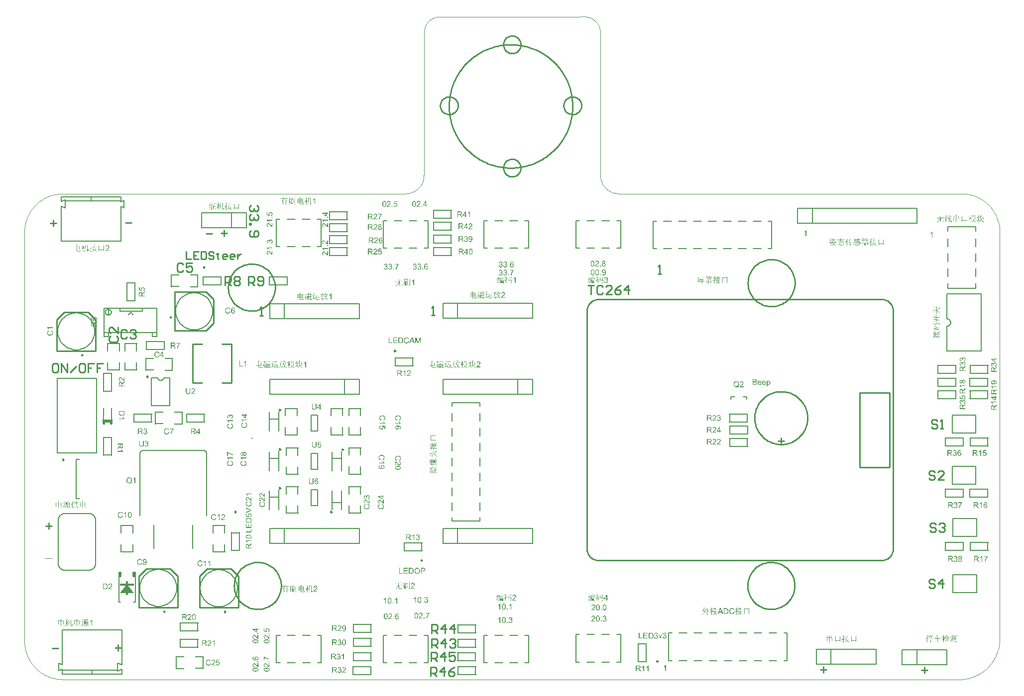
<source format=gto>
G04*
G04 #@! TF.GenerationSoftware,Altium Limited,Altium Designer,22.0.2 (36)*
G04*
G04 Layer_Color=65535*
%FSTAX25Y25*%
%MOIN*%
G70*
G04*
G04 #@! TF.SameCoordinates,F14A6DB2-6BAA-43E7-8DF3-1F8C7E56E43F*
G04*
G04*
G04 #@! TF.FilePolarity,Positive*
G04*
G01*
G75*
%ADD10C,0.01000*%
%ADD11C,0.00799*%
%ADD12C,0.00787*%
%ADD13C,0.00984*%
%ADD14C,0.00800*%
%ADD15C,0.00600*%
%ADD16R,0.01912X0.02989*%
%ADD17R,0.01892X0.02989*%
%ADD18R,0.09449X0.01181*%
%ADD19R,0.01181X0.09449*%
%ADD20R,0.08661X0.00787*%
%ADD21R,0.00787X0.05807*%
%ADD22R,0.00787X0.05807*%
%ADD23R,0.05807X0.00787*%
%ADD24R,0.05807X0.00787*%
%ADD25R,0.00787X0.08661*%
%ADD26R,0.00787X0.06102*%
%ADD27R,0.12598X0.00787*%
%ADD28R,0.00787X0.06102*%
%ADD29R,0.06102X0.00787*%
%ADD30R,0.00787X0.12598*%
%ADD31R,0.00787X0.12599*%
%ADD32R,0.06102X0.00787*%
%ADD33R,0.06299X0.02400*%
%ADD34R,0.00799X0.03642*%
%ADD35R,0.00740X0.06800*%
%ADD36R,0.01476X0.01280*%
%ADD37R,0.01476X0.01280*%
%ADD38R,0.01083X0.00886*%
%ADD39R,0.01083X0.00787*%
%ADD40R,0.06890X0.00689*%
%ADD41R,0.00590X0.05217*%
%ADD42R,0.00492X0.05217*%
%ADD43R,0.00492X0.05217*%
%ADD44R,0.00591X0.05216*%
%ADD45R,0.08662X0.00787*%
%ADD46R,0.12599X0.00787*%
%ADD47R,0.06890X0.00689*%
%ADD48C,0.00098*%
%ADD49C,0.00100*%
G36*
X0541776Y161545D02*
X0551224D01*
X05465Y16215D01*
X0541776Y161545D01*
D02*
G37*
G36*
X0496867Y16385D02*
X04915D01*
Y1638877D01*
X0496867D01*
Y16385D01*
D02*
G37*
G36*
X0633512Y1591446D02*
X0634433D01*
Y1590974D01*
X0633512D01*
Y1589304D01*
X0633079D01*
X0630593Y1591063D01*
Y1591446D01*
X0633079D01*
Y1591968D01*
X0633512D01*
Y1591446D01*
D02*
G37*
G36*
X0634433Y1588238D02*
X0633895D01*
Y1588776D01*
X0634433D01*
Y1588238D01*
D02*
G37*
G36*
Y1584919D02*
X0634428D01*
X0634406D01*
X0634372D01*
X0634328Y1584925D01*
X0634278Y158493D01*
X0634223Y1584941D01*
X0634167Y1584953D01*
X0634106Y1584975D01*
X06341D01*
X0634095Y158498D01*
X0634061Y1584991D01*
X0634012Y1585014D01*
X0633945Y1585047D01*
X0633867Y1585091D01*
X0633778Y1585147D01*
X063369Y1585208D01*
X0633595Y1585286D01*
X063359D01*
X0633584Y1585297D01*
X0633551Y1585324D01*
X0633501Y1585374D01*
X0633429Y1585447D01*
X0633346Y158553D01*
X0633246Y1585635D01*
X0633135Y1585763D01*
X0633018Y1585902D01*
X0633013Y1585907D01*
X0632996Y1585929D01*
X0632968Y1585963D01*
X0632935Y1586001D01*
X0632891Y1586051D01*
X063284Y1586113D01*
X0632785Y1586174D01*
X0632724Y1586246D01*
X0632591Y1586384D01*
X0632458Y1586523D01*
X0632391Y158659D01*
X0632324Y1586651D01*
X0632263Y1586706D01*
X0632202Y1586751D01*
X0632197D01*
X0632191Y1586762D01*
X0632174Y1586773D01*
X0632152Y1586784D01*
X0632091Y1586823D01*
X0632019Y1586867D01*
X063193Y1586906D01*
X0631836Y1586945D01*
X0631731Y1586967D01*
X0631631Y1586978D01*
X0631625D01*
X063162D01*
X0631586Y1586973D01*
X0631531Y1586967D01*
X063147Y1586951D01*
X0631392Y1586928D01*
X0631314Y158689D01*
X0631237Y158684D01*
X0631159Y1586773D01*
X0631148Y1586762D01*
X0631126Y1586734D01*
X0631098Y1586695D01*
X0631059Y1586634D01*
X0631026Y1586557D01*
X0630992Y1586468D01*
X063097Y1586362D01*
X0630965Y1586246D01*
Y1586212D01*
X063097Y158619D01*
X0630976Y1586124D01*
X0630992Y1586046D01*
X0631015Y1585963D01*
X0631053Y1585868D01*
X0631103Y158578D01*
X063117Y1585696D01*
X0631181Y1585685D01*
X0631209Y1585663D01*
X0631253Y158563D01*
X063132Y1585596D01*
X0631397Y1585558D01*
X0631497Y1585524D01*
X0631608Y1585502D01*
X0631736Y1585491D01*
X0631686Y1585008D01*
X0631681D01*
X0631664Y1585014D01*
X0631636D01*
X0631597Y1585019D01*
X0631553Y158503D01*
X0631503Y1585041D01*
X0631442Y1585058D01*
X0631381Y1585075D01*
X0631248Y1585119D01*
X0631114Y1585186D01*
X0631048Y1585225D01*
X0630981Y1585275D01*
X063092Y1585324D01*
X0630865Y158538D01*
X0630859Y1585386D01*
X0630854Y1585397D01*
X0630837Y1585413D01*
X063082Y1585441D01*
X0630798Y1585474D01*
X0630776Y1585513D01*
X0630748Y1585558D01*
X063072Y1585613D01*
X0630693Y1585674D01*
X0630665Y1585741D01*
X0630643Y1585813D01*
X0630621Y1585891D01*
X0630604Y1585974D01*
X0630587Y1586063D01*
X0630582Y1586157D01*
X0630576Y1586257D01*
Y1586312D01*
X0630582Y1586351D01*
X0630587Y1586396D01*
X0630593Y1586451D01*
X0630604Y1586512D01*
X0630615Y1586573D01*
X0630654Y1586718D01*
X0630709Y1586862D01*
X0630743Y1586934D01*
X0630782Y1587006D01*
X0630831Y1587073D01*
X0630887Y1587134D01*
X0630893Y1587139D01*
X0630898Y158715D01*
X063092Y1587162D01*
X0630942Y1587184D01*
X063097Y1587211D01*
X0631009Y1587239D01*
X0631048Y1587267D01*
X0631098Y15873D01*
X0631203Y1587356D01*
X0631336Y1587411D01*
X0631403Y1587434D01*
X0631481Y1587444D01*
X0631559Y1587456D01*
X0631642Y1587461D01*
X0631653D01*
X0631681D01*
X0631725Y1587456D01*
X0631786Y158745D01*
X0631853Y1587439D01*
X063193Y1587417D01*
X0632014Y1587395D01*
X0632097Y1587361D01*
X0632108Y1587356D01*
X0632136Y1587345D01*
X063218Y1587323D01*
X0632241Y1587289D01*
X0632308Y1587245D01*
X0632391Y1587189D01*
X0632474Y1587123D01*
X0632569Y1587045D01*
X063258Y1587034D01*
X0632613Y1587006D01*
X0632641Y1586978D01*
X0632668Y1586951D01*
X0632702Y1586917D01*
X0632746Y1586873D01*
X0632791Y1586829D01*
X063284Y1586773D01*
X0632896Y1586718D01*
X0632957Y1586651D01*
X0633018Y1586579D01*
X063309Y1586501D01*
X0633162Y1586412D01*
X063324Y1586324D01*
X0633246Y1586318D01*
X0633257Y1586307D01*
X0633273Y1586285D01*
X0633296Y1586257D01*
X0633329Y1586224D01*
X0633362Y1586185D01*
X0633434Y1586096D01*
X0633518Y1586001D01*
X0633601Y1585913D01*
X0633673Y1585835D01*
X0633701Y1585802D01*
X0633729Y1585774D01*
X0633734Y1585768D01*
X0633751Y1585752D01*
X0633773Y158573D01*
X0633806Y1585702D01*
X0633845Y1585674D01*
X0633884Y1585641D01*
X0633978Y1585574D01*
Y1587467D01*
X0634433D01*
Y1584919D01*
D02*
G37*
G36*
X0632713Y1584503D02*
X063278D01*
X0632852Y1584498D01*
X0632929Y1584492D01*
X0633107Y1584475D01*
X063329Y1584448D01*
X0633468Y1584414D01*
X0633551Y1584392D01*
X0633634Y1584364D01*
X063364D01*
X0633651Y1584359D01*
X0633673Y1584348D01*
X0633701Y1584336D01*
X063374Y1584325D01*
X0633778Y1584303D01*
X0633873Y1584259D01*
X0633973Y1584203D01*
X0634084Y1584131D01*
X0634184Y1584048D01*
X0634278Y1583948D01*
Y1583943D01*
X0634289Y1583937D01*
X06343Y158392D01*
X0634311Y1583898D01*
X0634328Y158387D01*
X063435Y1583843D01*
X0634389Y1583759D01*
X0634428Y1583659D01*
X0634467Y1583543D01*
X0634489Y1583404D01*
X06345Y1583254D01*
Y1583199D01*
X0634494Y158316D01*
X0634489Y1583116D01*
X0634478Y158306D01*
X0634467Y1582999D01*
X063445Y1582932D01*
X0634428Y1582866D01*
X0634406Y1582794D01*
X0634372Y1582722D01*
X0634334Y1582649D01*
X0634289Y1582577D01*
X0634234Y1582505D01*
X0634172Y1582438D01*
X0634106Y1582377D01*
X06341Y1582372D01*
X0634084Y1582361D01*
X0634056Y1582344D01*
X0634012Y1582316D01*
X0633962Y1582289D01*
X0633895Y1582261D01*
X0633817Y1582222D01*
X0633729Y1582189D01*
X0633629Y1582155D01*
X0633512Y1582122D01*
X0633385Y1582089D01*
X063324Y1582061D01*
X0633085Y1582033D01*
X0632918Y1582017D01*
X0632735Y1582006D01*
X0632541Y1582D01*
X0632535D01*
X0632513D01*
X0632474D01*
X063243D01*
X0632369Y1582006D01*
X0632302D01*
X063223Y1582011D01*
X0632147Y1582017D01*
X0631975Y1582033D01*
X0631792Y1582061D01*
X0631608Y1582094D01*
X0631525Y1582117D01*
X0631442Y1582139D01*
X0631436D01*
X0631425Y1582144D01*
X0631403Y1582155D01*
X0631375Y1582166D01*
X0631336Y1582178D01*
X0631298Y15822D01*
X0631203Y1582244D01*
X0631103Y15823D01*
X0630998Y1582372D01*
X0630893Y1582455D01*
X0630804Y1582555D01*
Y1582561D01*
X0630793Y1582566D01*
X0630782Y1582583D01*
X063077Y1582605D01*
X0630748Y1582633D01*
X0630731Y1582666D01*
X0630687Y1582749D01*
X0630648Y1582849D01*
X063061Y1582966D01*
X0630587Y1583104D01*
X0630576Y1583254D01*
Y1583304D01*
X0630582Y1583365D01*
X0630593Y1583437D01*
X063061Y1583521D01*
X0630632Y1583609D01*
X0630659Y1583704D01*
X0630704Y1583793D01*
Y1583798D01*
X0630709Y1583804D01*
X0630726Y1583832D01*
X0630754Y1583876D01*
X0630793Y1583931D01*
X0630848Y1583992D01*
X0630909Y1584059D01*
X0630981Y158412D01*
X0631065Y1584181D01*
X0631076Y1584187D01*
X0631103Y1584209D01*
X0631153Y1584231D01*
X0631225Y158427D01*
X0631309Y1584303D01*
X0631403Y1584348D01*
X0631514Y1584387D01*
X0631636Y158442D01*
X0631642D01*
X0631653Y1584425D01*
X063167Y1584431D01*
X0631697Y1584436D01*
X0631731Y1584442D01*
X0631769Y1584448D01*
X0631819Y1584459D01*
X0631875Y1584464D01*
X0631936Y1584475D01*
X0632002Y1584481D01*
X063208Y1584486D01*
X0632158Y1584498D01*
X0632247Y1584503D01*
X0632336D01*
X0632435Y1584509D01*
X0632541D01*
X0632546D01*
X0632569D01*
X0632607D01*
X0632652D01*
X0632713Y1584503D01*
D02*
G37*
G36*
X0633285Y1572979D02*
X0633318D01*
X0633407Y1572962D01*
X0633512Y1572946D01*
X0633623Y1572918D01*
X0633745Y1572879D01*
X0633862Y1572824D01*
X0633867D01*
X0633873Y1572818D01*
X0633889Y1572807D01*
X0633912Y1572796D01*
X0633967Y1572762D01*
X0634039Y1572713D01*
X0634117Y1572651D01*
X0634195Y1572579D01*
X0634272Y1572491D01*
X0634339Y1572396D01*
Y1572391D01*
X0634345Y1572385D01*
X0634356Y1572368D01*
X0634361Y1572346D01*
X0634389Y1572291D01*
X0634417Y1572219D01*
X063445Y1572124D01*
X0634472Y1572019D01*
X0634494Y1571902D01*
X06345Y1571775D01*
Y1571747D01*
X0634494Y1571719D01*
Y1571675D01*
X0634489Y1571625D01*
X0634478Y1571569D01*
X0634461Y1571503D01*
X0634445Y1571436D01*
X0634422Y1571358D01*
X0634395Y1571281D01*
X0634361Y1571203D01*
X0634317Y157112D01*
X0634267Y1571042D01*
X0634211Y1570964D01*
X0634145Y1570887D01*
X0634067Y1570814D01*
X0634061Y1570809D01*
X0634045Y1570798D01*
X0634023Y1570781D01*
X0633984Y1570759D01*
X0633934Y1570726D01*
X0633878Y1570698D01*
X0633806Y1570665D01*
X0633729Y1570631D01*
X0633634Y1570592D01*
X0633529Y1570559D01*
X0633412Y1570531D01*
X0633285Y1570504D01*
X063314Y1570476D01*
X0632985Y1570459D01*
X0632818Y1570448D01*
X0632641Y1570442D01*
X0632635D01*
X063263D01*
X0632613D01*
X0632591D01*
X0632535Y1570448D01*
X0632458D01*
X0632369Y1570454D01*
X0632263Y1570465D01*
X0632147Y1570476D01*
X0632019Y1570492D01*
X0631891Y1570515D01*
X0631753Y1570542D01*
X063162Y1570576D01*
X0631486Y1570615D01*
X0631359Y1570665D01*
X0631237Y157072D01*
X063112Y1570781D01*
X063102Y1570853D01*
X0631015Y1570859D01*
X0631004Y157087D01*
X0630981Y1570892D01*
X0630948Y157092D01*
X0630915Y1570953D01*
X0630881Y1570998D01*
X0630837Y1571053D01*
X0630798Y1571109D01*
X0630759Y1571175D01*
X0630715Y1571247D01*
X0630682Y1571331D01*
X0630643Y1571414D01*
X0630615Y1571508D01*
X0630593Y1571608D01*
X0630582Y1571714D01*
X0630576Y1571824D01*
Y1571869D01*
X0630582Y1571902D01*
Y1571941D01*
X0630587Y1571985D01*
X063061Y1572091D01*
X0630637Y1572208D01*
X0630682Y157233D01*
X0630748Y1572452D01*
X0630787Y1572513D01*
X0630831Y1572568D01*
X0630837Y1572574D01*
X0630843Y1572579D01*
X0630859Y1572596D01*
X0630876Y1572613D01*
X0630904Y157264D01*
X0630937Y1572663D01*
X0631015Y1572724D01*
X0631114Y1572785D01*
X0631237Y157284D01*
X0631375Y157289D01*
X0631531Y1572923D01*
X063157Y1572452D01*
X0631564D01*
X0631559Y1572446D01*
X0631525Y1572441D01*
X0631475Y1572424D01*
X0631414Y1572402D01*
X0631348Y1572379D01*
X0631281Y1572346D01*
X063122Y1572307D01*
X063117Y1572268D01*
X0631159Y1572257D01*
X0631137Y1572235D01*
X0631103Y1572196D01*
X0631065Y1572141D01*
X0631031Y1572069D01*
X0630998Y1571991D01*
X0630976Y1571897D01*
X0630965Y1571797D01*
Y1571758D01*
X063097Y1571714D01*
X0630981Y1571664D01*
X0630998Y1571597D01*
X063102Y157153D01*
X0631048Y1571464D01*
X0631092Y1571397D01*
X0631098Y1571386D01*
X063112Y1571358D01*
X0631159Y1571319D01*
X0631214Y157127D01*
X0631281Y1571214D01*
X0631359Y1571153D01*
X0631459Y1571097D01*
X063157Y1571042D01*
X0631575D01*
X0631586Y1571036D01*
X0631603Y1571031D01*
X0631625Y157102D01*
X0631658Y1571014D01*
X0631697Y1571003D01*
X0631742Y1570992D01*
X0631797Y1570981D01*
X0631858Y1570964D01*
X0631925Y1570953D01*
X0631997Y1570942D01*
X0632075Y1570936D01*
X0632163Y1570925D01*
X0632252Y157092D01*
X0632352Y1570914D01*
X0632452D01*
X0632446Y157092D01*
X0632413Y1570942D01*
X0632369Y1570981D01*
X0632313Y1571031D01*
X0632247Y1571086D01*
X0632186Y1571159D01*
X0632125Y1571236D01*
X0632069Y1571325D01*
Y1571331D01*
X0632064Y1571336D01*
X0632047Y1571369D01*
X063203Y1571419D01*
X0632002Y1571486D01*
X063198Y1571564D01*
X0631964Y1571652D01*
X0631947Y1571747D01*
X0631941Y1571847D01*
Y1571891D01*
X0631947Y1571924D01*
X0631952Y1571969D01*
X0631958Y1572013D01*
X0631969Y1572069D01*
X0631986Y1572124D01*
X0632025Y1572252D01*
X0632053Y1572318D01*
X0632091Y1572385D01*
X063213Y1572452D01*
X0632174Y1572524D01*
X063223Y157259D01*
X0632291Y1572651D01*
X0632297Y1572657D01*
X0632308Y1572668D01*
X0632324Y1572685D01*
X0632352Y1572701D01*
X0632391Y1572729D01*
X063243Y1572757D01*
X063248Y1572785D01*
X0632535Y1572818D01*
X0632596Y1572851D01*
X0632663Y1572879D01*
X0632741Y1572907D01*
X0632818Y1572935D01*
X0632902Y1572951D01*
X0632996Y1572968D01*
X063309Y1572979D01*
X063319Y1572984D01*
X0633196D01*
X0633207D01*
X0633223D01*
X0633251D01*
X0633285Y1572979D01*
D02*
G37*
G36*
X0634433Y1569238D02*
X0633895D01*
Y1569777D01*
X0634433D01*
Y1569238D01*
D02*
G37*
G36*
Y1565919D02*
X0634428D01*
X0634406D01*
X0634372D01*
X0634328Y1565925D01*
X0634278Y156593D01*
X0634223Y1565942D01*
X0634167Y1565953D01*
X0634106Y1565975D01*
X06341D01*
X0634095Y156598D01*
X0634061Y1565991D01*
X0634012Y1566014D01*
X0633945Y1566047D01*
X0633867Y1566091D01*
X0633778Y1566147D01*
X063369Y1566208D01*
X0633595Y1566286D01*
X063359D01*
X0633584Y1566297D01*
X0633551Y1566325D01*
X0633501Y1566374D01*
X0633429Y1566447D01*
X0633346Y156653D01*
X0633246Y1566635D01*
X0633135Y1566763D01*
X0633018Y1566902D01*
X0633013Y1566907D01*
X0632996Y1566929D01*
X0632968Y1566963D01*
X0632935Y1567002D01*
X0632891Y1567052D01*
X063284Y1567113D01*
X0632785Y1567174D01*
X0632724Y1567246D01*
X0632591Y1567385D01*
X0632458Y1567523D01*
X0632391Y156759D01*
X0632324Y1567651D01*
X0632263Y1567706D01*
X0632202Y1567751D01*
X0632197D01*
X0632191Y1567762D01*
X0632174Y1567773D01*
X0632152Y1567784D01*
X0632091Y1567823D01*
X0632019Y1567867D01*
X063193Y1567906D01*
X0631836Y1567945D01*
X0631731Y1567967D01*
X0631631Y1567978D01*
X0631625D01*
X063162D01*
X0631586Y1567973D01*
X0631531Y1567967D01*
X063147Y1567951D01*
X0631392Y1567928D01*
X0631314Y156789D01*
X0631237Y156784D01*
X0631159Y1567773D01*
X0631148Y1567762D01*
X0631126Y1567734D01*
X0631098Y1567695D01*
X0631059Y1567634D01*
X0631026Y1567557D01*
X0630992Y1567468D01*
X063097Y1567362D01*
X0630965Y1567246D01*
Y1567212D01*
X063097Y156719D01*
X0630976Y1567124D01*
X0630992Y1567046D01*
X0631015Y1566963D01*
X0631053Y1566868D01*
X0631103Y156678D01*
X063117Y1566696D01*
X0631181Y1566685D01*
X0631209Y1566663D01*
X0631253Y156663D01*
X063132Y1566596D01*
X0631397Y1566558D01*
X0631497Y1566524D01*
X0631608Y1566502D01*
X0631736Y1566491D01*
X0631686Y1566008D01*
X0631681D01*
X0631664Y1566014D01*
X0631636D01*
X0631597Y1566019D01*
X0631553Y156603D01*
X0631503Y1566041D01*
X0631442Y1566058D01*
X0631381Y1566075D01*
X0631248Y1566119D01*
X0631114Y1566186D01*
X0631048Y1566225D01*
X0630981Y1566275D01*
X063092Y1566325D01*
X0630865Y156638D01*
X0630859Y1566385D01*
X0630854Y1566397D01*
X0630837Y1566413D01*
X063082Y1566441D01*
X0630798Y1566474D01*
X0630776Y1566513D01*
X0630748Y1566558D01*
X063072Y1566613D01*
X0630693Y1566674D01*
X0630665Y1566741D01*
X0630643Y1566813D01*
X0630621Y1566891D01*
X0630604Y1566974D01*
X0630587Y1567063D01*
X0630582Y1567157D01*
X0630576Y1567257D01*
Y1567312D01*
X0630582Y1567351D01*
X0630587Y1567396D01*
X0630593Y1567451D01*
X0630604Y1567512D01*
X0630615Y1567573D01*
X0630654Y1567717D01*
X0630709Y1567862D01*
X0630743Y1567934D01*
X0630782Y1568006D01*
X0630831Y1568073D01*
X0630887Y1568134D01*
X0630893Y1568139D01*
X0630898Y156815D01*
X063092Y1568161D01*
X0630942Y1568184D01*
X063097Y1568211D01*
X0631009Y1568239D01*
X0631048Y1568267D01*
X0631098Y15683D01*
X0631203Y1568356D01*
X0631336Y1568411D01*
X0631403Y1568433D01*
X0631481Y1568445D01*
X0631559Y1568456D01*
X0631642Y1568461D01*
X0631653D01*
X0631681D01*
X0631725Y1568456D01*
X0631786Y156845D01*
X0631853Y1568439D01*
X063193Y1568417D01*
X0632014Y1568395D01*
X0632097Y1568361D01*
X0632108Y1568356D01*
X0632136Y1568345D01*
X063218Y1568322D01*
X0632241Y1568289D01*
X0632308Y1568245D01*
X0632391Y1568189D01*
X0632474Y1568123D01*
X0632569Y1568045D01*
X063258Y1568034D01*
X0632613Y1568006D01*
X0632641Y1567978D01*
X0632668Y1567951D01*
X0632702Y1567917D01*
X0632746Y1567873D01*
X0632791Y1567828D01*
X063284Y1567773D01*
X0632896Y1567717D01*
X0632957Y1567651D01*
X0633018Y1567579D01*
X063309Y1567501D01*
X0633162Y1567412D01*
X063324Y1567323D01*
X0633246Y1567318D01*
X0633257Y1567307D01*
X0633273Y1567285D01*
X0633296Y1567257D01*
X0633329Y1567224D01*
X0633362Y1567185D01*
X0633434Y1567096D01*
X0633518Y1567002D01*
X0633601Y1566913D01*
X0633673Y1566835D01*
X0633701Y1566802D01*
X0633729Y1566774D01*
X0633734Y1566768D01*
X0633751Y1566752D01*
X0633773Y156673D01*
X0633806Y1566702D01*
X0633845Y1566674D01*
X0633884Y1566641D01*
X0633978Y1566574D01*
Y1568467D01*
X0634433D01*
Y1565919D01*
D02*
G37*
G36*
X0632713Y1565503D02*
X063278D01*
X0632852Y1565497D01*
X0632929Y1565492D01*
X0633107Y1565475D01*
X063329Y1565448D01*
X0633468Y1565414D01*
X0633551Y1565392D01*
X0633634Y1565364D01*
X063364D01*
X0633651Y1565359D01*
X0633673Y1565348D01*
X0633701Y1565337D01*
X063374Y1565325D01*
X0633778Y1565303D01*
X0633873Y1565259D01*
X0633973Y1565203D01*
X0634084Y1565131D01*
X0634184Y1565048D01*
X0634278Y1564948D01*
Y1564942D01*
X0634289Y1564937D01*
X06343Y156492D01*
X0634311Y1564898D01*
X0634328Y156487D01*
X063435Y1564843D01*
X0634389Y1564759D01*
X0634428Y1564659D01*
X0634467Y1564543D01*
X0634489Y1564404D01*
X06345Y1564254D01*
Y1564199D01*
X0634494Y156416D01*
X0634489Y1564116D01*
X0634478Y156406D01*
X0634467Y1563999D01*
X063445Y1563932D01*
X0634428Y1563866D01*
X0634406Y1563794D01*
X0634372Y1563721D01*
X0634334Y1563649D01*
X0634289Y1563577D01*
X0634234Y1563505D01*
X0634172Y1563439D01*
X0634106Y1563377D01*
X06341Y1563372D01*
X0634084Y1563361D01*
X0634056Y1563344D01*
X0634012Y1563316D01*
X0633962Y1563289D01*
X0633895Y1563261D01*
X0633817Y1563222D01*
X0633729Y1563189D01*
X0633629Y1563155D01*
X0633512Y1563122D01*
X0633385Y1563089D01*
X063324Y1563061D01*
X0633085Y1563033D01*
X0632918Y1563017D01*
X0632735Y1563006D01*
X0632541Y1563D01*
X0632535D01*
X0632513D01*
X0632474D01*
X063243D01*
X0632369Y1563006D01*
X0632302D01*
X063223Y1563011D01*
X0632147Y1563017D01*
X0631975Y1563033D01*
X0631792Y1563061D01*
X0631608Y1563094D01*
X0631525Y1563116D01*
X0631442Y1563139D01*
X0631436D01*
X0631425Y1563144D01*
X0631403Y1563155D01*
X0631375Y1563167D01*
X0631336Y1563178D01*
X0631298Y15632D01*
X0631203Y1563244D01*
X0631103Y15633D01*
X0630998Y1563372D01*
X0630893Y1563455D01*
X0630804Y1563555D01*
Y156356D01*
X0630793Y1563566D01*
X0630782Y1563583D01*
X063077Y1563605D01*
X0630748Y1563633D01*
X0630731Y1563666D01*
X0630687Y1563749D01*
X0630648Y1563849D01*
X063061Y1563966D01*
X0630587Y1564104D01*
X0630576Y1564254D01*
Y1564304D01*
X0630582Y1564365D01*
X0630593Y1564437D01*
X063061Y1564521D01*
X0630632Y156461D01*
X0630659Y1564704D01*
X0630704Y1564793D01*
Y1564798D01*
X0630709Y1564804D01*
X0630726Y1564832D01*
X0630754Y1564876D01*
X0630793Y1564931D01*
X0630848Y1564992D01*
X0630909Y1565059D01*
X0630981Y156512D01*
X0631065Y1565181D01*
X0631076Y1565187D01*
X0631103Y1565209D01*
X0631153Y1565231D01*
X0631225Y156527D01*
X0631309Y1565303D01*
X0631403Y1565348D01*
X0631514Y1565386D01*
X0631636Y156542D01*
X0631642D01*
X0631653Y1565425D01*
X063167Y1565431D01*
X0631697Y1565436D01*
X0631731Y1565442D01*
X0631769Y1565448D01*
X0631819Y1565459D01*
X0631875Y1565464D01*
X0631936Y1565475D01*
X0632002Y1565481D01*
X063208Y1565486D01*
X0632158Y1565497D01*
X0632247Y1565503D01*
X0632336D01*
X0632435Y1565509D01*
X0632541D01*
X0632546D01*
X0632569D01*
X0632607D01*
X0632652D01*
X0632713Y1565503D01*
D02*
G37*
G36*
X0640724Y1592007D02*
X0640768Y1592001D01*
X0640818Y1591996D01*
X0640879Y1591984D01*
X064094Y1591973D01*
X0641084Y159194D01*
X0641234Y1591885D01*
X0641312Y1591851D01*
X0641384Y1591807D01*
X0641462Y1591762D01*
X0641534Y1591707D01*
X0641539Y1591701D01*
X0641556Y159169D01*
X0641578Y1591668D01*
X0641606Y159164D01*
X0641639Y1591601D01*
X0641684Y1591557D01*
X0641722Y1591502D01*
X0641767Y1591441D01*
X0641811Y1591374D01*
X064185Y1591296D01*
X0641889Y1591213D01*
X0641928Y1591124D01*
X0641956Y159103D01*
X0641978Y1590924D01*
X0641994Y1590813D01*
X0642Y1590697D01*
Y1590647D01*
X0641994Y1590608D01*
X0641989Y1590564D01*
X0641983Y1590514D01*
X0641978Y1590453D01*
X0641961Y1590392D01*
X0641928Y1590253D01*
X0641878Y1590114D01*
X0641845Y1590042D01*
X0641806Y158997D01*
X0641761Y1589903D01*
X0641711Y1589837D01*
X0641706Y1589831D01*
X06417Y158982D01*
X0641678Y1589809D01*
X0641656Y1589787D01*
X0641628Y1589759D01*
X0641595Y1589731D01*
X064155Y1589698D01*
X0641501Y158967D01*
X0641451Y1589637D01*
X064139Y1589604D01*
X0641256Y1589542D01*
X0641101Y1589493D01*
X0641018Y1589476D01*
X0640929Y1589465D01*
X064089Y1589959D01*
X0640896D01*
X0640907D01*
X0640923Y1589964D01*
X0640951Y158997D01*
X0641012Y1589986D01*
X0641095Y1590009D01*
X0641179Y1590042D01*
X0641273Y1590086D01*
X0641356Y1590142D01*
X0641434Y1590209D01*
X0641439Y1590219D01*
X0641462Y1590242D01*
X0641489Y1590286D01*
X0641523Y1590347D01*
X0641556Y1590414D01*
X0641584Y1590497D01*
X0641606Y1590591D01*
X0641611Y1590697D01*
Y159073D01*
X0641606Y1590752D01*
X06416Y1590819D01*
X0641578Y1590897D01*
X064155Y1590991D01*
X0641506Y1591085D01*
X0641439Y1591185D01*
X0641401Y159123D01*
X0641356Y1591274D01*
X0641351Y159128D01*
X0641345Y1591285D01*
X0641328Y1591296D01*
X0641312Y1591313D01*
X0641251Y1591352D01*
X0641173Y1591396D01*
X0641079Y1591435D01*
X0640962Y1591474D01*
X0640823Y1591502D01*
X0640751Y1591513D01*
X0640673D01*
X0640668D01*
X0640657D01*
X0640635D01*
X0640607Y1591507D01*
X0640574D01*
X0640535Y1591502D01*
X0640446Y1591485D01*
X0640341Y1591457D01*
X0640235Y1591418D01*
X0640135Y1591363D01*
X0640041Y1591285D01*
X0640035D01*
X064003Y1591274D01*
X0640002Y1591246D01*
X0639963Y1591196D01*
X0639919Y159113D01*
X063988Y1591041D01*
X0639841Y1590941D01*
X0639813Y1590825D01*
X0639802Y1590758D01*
Y1590652D01*
X0639808Y1590608D01*
X0639813Y1590553D01*
X063983Y1590486D01*
X0639847Y1590419D01*
X0639874Y1590347D01*
X0639908Y1590275D01*
X0639913Y1590269D01*
X0639924Y1590247D01*
X0639952Y1590214D01*
X063998Y159017D01*
X0640019Y1590125D01*
X0640069Y1590081D01*
X0640119Y1590031D01*
X064018Y1589992D01*
X0640119Y1589548D01*
X0638143Y158992D01*
Y1591829D01*
X0638592D01*
Y1590292D01*
X063963Y1590086D01*
X0639625Y1590092D01*
X0639619Y1590103D01*
X0639608Y159012D01*
X0639591Y1590147D01*
X0639575Y1590181D01*
X0639552Y1590219D01*
X0639508Y1590308D01*
X0639464Y1590419D01*
X0639425Y1590541D01*
X0639397Y1590675D01*
X0639386Y1590741D01*
Y1590863D01*
X0639392Y1590897D01*
X0639397Y1590941D01*
X0639403Y1590991D01*
X0639414Y1591047D01*
X063943Y1591108D01*
X0639469Y1591241D01*
X0639497Y1591313D01*
X0639536Y1591385D01*
X0639575Y1591457D01*
X0639619Y1591529D01*
X0639675Y1591596D01*
X0639736Y1591663D01*
X0639741Y1591668D01*
X0639752Y1591679D01*
X0639769Y1591696D01*
X0639797Y1591718D01*
X0639836Y1591746D01*
X0639874Y1591774D01*
X0639924Y1591807D01*
X063998Y159184D01*
X0640041Y1591868D01*
X0640107Y1591901D01*
X0640185Y1591929D01*
X0640263Y1591957D01*
X0640346Y1591979D01*
X064044Y1591996D01*
X0640535Y1592007D01*
X0640635Y1592012D01*
X064064D01*
X0640657D01*
X0640685D01*
X0640724Y1592007D01*
D02*
G37*
G36*
X0641933Y1588238D02*
X0641395D01*
Y1588776D01*
X0641933D01*
Y1588238D01*
D02*
G37*
G36*
Y1584919D02*
X0641928D01*
X0641906D01*
X0641872D01*
X0641828Y1584925D01*
X0641778Y158493D01*
X0641722Y1584941D01*
X0641667Y1584953D01*
X0641606Y1584975D01*
X06416D01*
X0641595Y158498D01*
X0641562Y1584991D01*
X0641512Y1585014D01*
X0641445Y1585047D01*
X0641367Y1585091D01*
X0641279Y1585147D01*
X064119Y1585208D01*
X0641095Y1585286D01*
X064109D01*
X0641084Y1585297D01*
X0641051Y1585324D01*
X0641001Y1585374D01*
X0640929Y1585447D01*
X0640846Y158553D01*
X0640746Y1585635D01*
X0640635Y1585763D01*
X0640518Y1585902D01*
X0640513Y1585907D01*
X0640496Y1585929D01*
X0640468Y1585963D01*
X0640435Y1586001D01*
X064039Y1586051D01*
X0640341Y1586113D01*
X0640285Y1586174D01*
X0640224Y1586246D01*
X0640091Y1586384D01*
X0639958Y1586523D01*
X0639891Y158659D01*
X0639824Y1586651D01*
X0639763Y1586706D01*
X0639702Y1586751D01*
X0639697D01*
X0639691Y1586762D01*
X0639675Y1586773D01*
X0639652Y1586784D01*
X0639591Y1586823D01*
X0639519Y1586867D01*
X063943Y1586906D01*
X0639336Y1586945D01*
X0639231Y1586967D01*
X0639131Y1586978D01*
X0639125D01*
X0639119D01*
X0639086Y1586973D01*
X0639031Y1586967D01*
X063897Y1586951D01*
X0638892Y1586928D01*
X0638814Y158689D01*
X0638737Y158684D01*
X0638659Y1586773D01*
X0638648Y1586762D01*
X0638626Y1586734D01*
X0638598Y1586695D01*
X0638559Y1586634D01*
X0638526Y1586557D01*
X0638492Y1586468D01*
X063847Y1586362D01*
X0638465Y1586246D01*
Y1586212D01*
X063847Y158619D01*
X0638476Y1586124D01*
X0638492Y1586046D01*
X0638515Y1585963D01*
X0638553Y1585868D01*
X0638603Y158578D01*
X063867Y1585696D01*
X0638681Y1585685D01*
X0638709Y1585663D01*
X0638753Y158563D01*
X063882Y1585596D01*
X0638898Y1585558D01*
X0638998Y1585524D01*
X0639108Y1585502D01*
X0639236Y1585491D01*
X0639186Y1585008D01*
X0639181D01*
X0639164Y1585014D01*
X0639136D01*
X0639097Y1585019D01*
X0639053Y158503D01*
X0639003Y1585041D01*
X0638942Y1585058D01*
X0638881Y1585075D01*
X0638748Y1585119D01*
X0638615Y1585186D01*
X0638548Y1585225D01*
X0638481Y1585275D01*
X063842Y1585324D01*
X0638365Y158538D01*
X0638359Y1585386D01*
X0638354Y1585397D01*
X0638337Y1585413D01*
X063832Y1585441D01*
X0638298Y1585474D01*
X0638276Y1585513D01*
X0638248Y1585558D01*
X063822Y1585613D01*
X0638193Y1585674D01*
X0638165Y1585741D01*
X0638143Y1585813D01*
X0638121Y1585891D01*
X0638104Y1585974D01*
X0638087Y1586063D01*
X0638082Y1586157D01*
X0638076Y1586257D01*
Y1586312D01*
X0638082Y1586351D01*
X0638087Y1586396D01*
X0638093Y1586451D01*
X0638104Y1586512D01*
X0638115Y1586573D01*
X0638154Y1586718D01*
X0638209Y1586862D01*
X0638243Y1586934D01*
X0638281Y1587006D01*
X0638332Y1587073D01*
X0638387Y1587134D01*
X0638392Y1587139D01*
X0638398Y158715D01*
X063842Y1587162D01*
X0638443Y1587184D01*
X063847Y1587211D01*
X0638509Y1587239D01*
X0638548Y1587267D01*
X0638598Y15873D01*
X0638703Y1587356D01*
X0638836Y1587411D01*
X0638903Y1587434D01*
X0638981Y1587444D01*
X0639058Y1587456D01*
X0639142Y1587461D01*
X0639153D01*
X0639181D01*
X0639225Y1587456D01*
X0639286Y158745D01*
X0639353Y1587439D01*
X063943Y1587417D01*
X0639514Y1587395D01*
X0639597Y1587361D01*
X0639608Y1587356D01*
X0639636Y1587345D01*
X063968Y1587323D01*
X0639741Y1587289D01*
X0639808Y1587245D01*
X0639891Y1587189D01*
X0639974Y1587123D01*
X0640069Y1587045D01*
X064008Y1587034D01*
X0640113Y1587006D01*
X0640141Y1586978D01*
X0640169Y1586951D01*
X0640202Y1586917D01*
X0640246Y1586873D01*
X0640291Y1586829D01*
X0640341Y1586773D01*
X0640396Y1586718D01*
X0640457Y1586651D01*
X0640518Y1586579D01*
X064059Y1586501D01*
X0640662Y1586412D01*
X064074Y1586324D01*
X0640746Y1586318D01*
X0640757Y1586307D01*
X0640773Y1586285D01*
X0640796Y1586257D01*
X0640829Y1586224D01*
X0640862Y1586185D01*
X0640934Y1586096D01*
X0641018Y1586001D01*
X0641101Y1585913D01*
X0641173Y1585835D01*
X0641201Y1585802D01*
X0641228Y1585774D01*
X0641234Y1585768D01*
X0641251Y1585752D01*
X0641273Y158573D01*
X0641306Y1585702D01*
X0641345Y1585674D01*
X0641384Y1585641D01*
X0641478Y1585574D01*
Y1587467D01*
X0641933D01*
Y1584919D01*
D02*
G37*
G36*
X0640213Y1584503D02*
X0640279D01*
X0640352Y1584498D01*
X0640429Y1584492D01*
X0640607Y1584475D01*
X064079Y1584448D01*
X0640968Y1584414D01*
X0641051Y1584392D01*
X0641134Y1584364D01*
X064114D01*
X0641151Y1584359D01*
X0641173Y1584348D01*
X0641201Y1584336D01*
X064124Y1584325D01*
X0641279Y1584303D01*
X0641373Y1584259D01*
X0641473Y1584203D01*
X0641584Y1584131D01*
X0641684Y1584048D01*
X0641778Y1583948D01*
Y1583943D01*
X0641789Y1583937D01*
X06418Y158392D01*
X0641811Y1583898D01*
X0641828Y158387D01*
X064185Y1583843D01*
X0641889Y1583759D01*
X0641928Y1583659D01*
X0641967Y1583543D01*
X0641989Y1583404D01*
X0642Y1583254D01*
Y1583199D01*
X0641994Y158316D01*
X0641989Y1583116D01*
X0641978Y158306D01*
X0641967Y1582999D01*
X064195Y1582932D01*
X0641928Y1582866D01*
X0641906Y1582794D01*
X0641872Y1582722D01*
X0641833Y1582649D01*
X0641789Y1582577D01*
X0641734Y1582505D01*
X0641673Y1582438D01*
X0641606Y1582377D01*
X06416Y1582372D01*
X0641584Y1582361D01*
X0641556Y1582344D01*
X0641512Y1582316D01*
X0641462Y1582289D01*
X0641395Y1582261D01*
X0641317Y1582222D01*
X0641228Y1582189D01*
X0641129Y1582155D01*
X0641012Y1582122D01*
X0640884Y1582089D01*
X064074Y1582061D01*
X0640585Y1582033D01*
X0640418Y1582017D01*
X0640235Y1582006D01*
X0640041Y1582D01*
X0640035D01*
X0640013D01*
X0639974D01*
X063993D01*
X0639869Y1582006D01*
X0639802D01*
X063973Y1582011D01*
X0639647Y1582017D01*
X0639475Y1582033D01*
X0639292Y1582061D01*
X0639108Y1582094D01*
X0639025Y1582117D01*
X0638942Y1582139D01*
X0638936D01*
X0638925Y1582144D01*
X0638903Y1582155D01*
X0638875Y1582166D01*
X0638836Y1582178D01*
X0638798Y15822D01*
X0638703Y1582244D01*
X0638603Y15823D01*
X0638498Y1582372D01*
X0638392Y1582455D01*
X0638304Y1582555D01*
Y1582561D01*
X0638293Y1582566D01*
X0638281Y1582583D01*
X063827Y1582605D01*
X0638248Y1582633D01*
X0638232Y1582666D01*
X0638187Y1582749D01*
X0638148Y1582849D01*
X0638109Y1582966D01*
X0638087Y1583104D01*
X0638076Y1583254D01*
Y1583304D01*
X0638082Y1583365D01*
X0638093Y1583437D01*
X0638109Y1583521D01*
X0638132Y1583609D01*
X0638159Y1583704D01*
X0638204Y1583793D01*
Y1583798D01*
X0638209Y1583804D01*
X0638226Y1583832D01*
X0638254Y1583876D01*
X0638293Y1583931D01*
X0638348Y1583992D01*
X0638409Y1584059D01*
X0638481Y158412D01*
X0638564Y1584181D01*
X0638576Y1584187D01*
X0638603Y1584209D01*
X0638653Y1584231D01*
X0638726Y158427D01*
X0638809Y1584303D01*
X0638903Y1584348D01*
X0639014Y1584387D01*
X0639136Y158442D01*
X0639142D01*
X0639153Y1584425D01*
X063917Y1584431D01*
X0639197Y1584436D01*
X0639231Y1584442D01*
X0639269Y1584448D01*
X0639319Y1584459D01*
X0639375Y1584464D01*
X0639436Y1584475D01*
X0639502Y1584481D01*
X063958Y1584486D01*
X0639658Y1584498D01*
X0639747Y1584503D01*
X0639836D01*
X0639935Y1584509D01*
X0640041D01*
X0640046D01*
X0640069D01*
X0640107D01*
X0640152D01*
X0640213Y1584503D01*
D02*
G37*
G36*
X063852Y1572979D02*
X0638531Y1572968D01*
X0638553Y1572946D01*
X0638587Y1572923D01*
X0638626Y157289D01*
X063867Y1572846D01*
X0638726Y1572801D01*
X0638792Y1572751D01*
X0638859Y1572701D01*
X0638936Y157264D01*
X0639025Y1572579D01*
X0639114Y1572518D01*
X0639214Y1572452D01*
X0639319Y1572385D01*
X0639436Y1572318D01*
X0639552Y1572252D01*
X0639558Y1572246D01*
X063958Y1572235D01*
X0639613Y1572219D01*
X0639664Y1572191D01*
X0639724Y1572163D01*
X0639791Y157213D01*
X0639869Y1572091D01*
X0639958Y1572052D01*
X0640058Y1572008D01*
X0640157Y1571958D01*
X0640268Y1571913D01*
X0640385Y1571869D01*
X0640624Y157178D01*
X0640879Y1571697D01*
X0640884D01*
X0640901Y1571691D01*
X0640929Y1571686D01*
X0640962Y1571675D01*
X0641007Y1571664D01*
X0641062Y1571652D01*
X0641123Y1571636D01*
X064119Y1571625D01*
X0641267Y1571608D01*
X0641351Y1571591D01*
X0641528Y1571564D01*
X0641722Y1571536D01*
X0641933Y1571519D01*
Y1571036D01*
X0641928D01*
X0641911D01*
X0641889D01*
X0641856Y1571042D01*
X0641811D01*
X0641756Y1571047D01*
X0641695Y1571053D01*
X0641628Y1571059D01*
X064155Y157107D01*
X0641473Y1571081D01*
X0641378Y1571097D01*
X0641284Y1571114D01*
X0641184Y1571131D01*
X0641073Y1571153D01*
X0640846Y1571208D01*
X064084D01*
X0640818Y1571214D01*
X0640785Y1571225D01*
X0640735Y1571242D01*
X0640679Y1571258D01*
X0640613Y1571281D01*
X0640535Y1571303D01*
X0640452Y1571336D01*
X0640357Y1571369D01*
X0640263Y1571403D01*
X0640052Y1571486D01*
X063983Y1571586D01*
X0639608Y1571697D01*
X0639602Y1571702D01*
X063958Y1571714D01*
X0639552Y157173D01*
X0639508Y1571752D01*
X0639458Y157178D01*
X0639397Y1571819D01*
X063933Y1571858D01*
X0639258Y1571902D01*
X0639097Y1572008D01*
X0638931Y1572119D01*
X0638759Y1572246D01*
X0638598Y1572379D01*
Y1570498D01*
X0638143D01*
Y1572984D01*
X0638515D01*
X063852Y1572979D01*
D02*
G37*
G36*
X0641933Y1569238D02*
X0641395D01*
Y1569777D01*
X0641933D01*
Y1569238D01*
D02*
G37*
G36*
Y1565919D02*
X0641928D01*
X0641906D01*
X0641872D01*
X0641828Y1565925D01*
X0641778Y156593D01*
X0641722Y1565942D01*
X0641667Y1565953D01*
X0641606Y1565975D01*
X06416D01*
X0641595Y156598D01*
X0641562Y1565991D01*
X0641512Y1566014D01*
X0641445Y1566047D01*
X0641367Y1566091D01*
X0641279Y1566147D01*
X064119Y1566208D01*
X0641095Y1566286D01*
X064109D01*
X0641084Y1566297D01*
X0641051Y1566325D01*
X0641001Y1566374D01*
X0640929Y1566447D01*
X0640846Y156653D01*
X0640746Y1566635D01*
X0640635Y1566763D01*
X0640518Y1566902D01*
X0640513Y1566907D01*
X0640496Y1566929D01*
X0640468Y1566963D01*
X0640435Y1567002D01*
X064039Y1567052D01*
X0640341Y1567113D01*
X0640285Y1567174D01*
X0640224Y1567246D01*
X0640091Y1567385D01*
X0639958Y1567523D01*
X0639891Y156759D01*
X0639824Y1567651D01*
X0639763Y1567706D01*
X0639702Y1567751D01*
X0639697D01*
X0639691Y1567762D01*
X0639675Y1567773D01*
X0639652Y1567784D01*
X0639591Y1567823D01*
X0639519Y1567867D01*
X063943Y1567906D01*
X0639336Y1567945D01*
X0639231Y1567967D01*
X0639131Y1567978D01*
X0639125D01*
X0639119D01*
X0639086Y1567973D01*
X0639031Y1567967D01*
X063897Y1567951D01*
X0638892Y1567928D01*
X0638814Y156789D01*
X0638737Y156784D01*
X0638659Y1567773D01*
X0638648Y1567762D01*
X0638626Y1567734D01*
X0638598Y1567695D01*
X0638559Y1567634D01*
X0638526Y1567557D01*
X0638492Y1567468D01*
X063847Y1567362D01*
X0638465Y1567246D01*
Y1567212D01*
X063847Y156719D01*
X0638476Y1567124D01*
X0638492Y1567046D01*
X0638515Y1566963D01*
X0638553Y1566868D01*
X0638603Y156678D01*
X063867Y1566696D01*
X0638681Y1566685D01*
X0638709Y1566663D01*
X0638753Y156663D01*
X063882Y1566596D01*
X0638898Y1566558D01*
X0638998Y1566524D01*
X0639108Y1566502D01*
X0639236Y1566491D01*
X0639186Y1566008D01*
X0639181D01*
X0639164Y1566014D01*
X0639136D01*
X0639097Y1566019D01*
X0639053Y156603D01*
X0639003Y1566041D01*
X0638942Y1566058D01*
X0638881Y1566075D01*
X0638748Y1566119D01*
X0638615Y1566186D01*
X0638548Y1566225D01*
X0638481Y1566275D01*
X063842Y1566325D01*
X0638365Y156638D01*
X0638359Y1566385D01*
X0638354Y1566397D01*
X0638337Y1566413D01*
X063832Y1566441D01*
X0638298Y1566474D01*
X0638276Y1566513D01*
X0638248Y1566558D01*
X063822Y1566613D01*
X0638193Y1566674D01*
X0638165Y1566741D01*
X0638143Y1566813D01*
X0638121Y1566891D01*
X0638104Y1566974D01*
X0638087Y1567063D01*
X0638082Y1567157D01*
X0638076Y1567257D01*
Y1567312D01*
X0638082Y1567351D01*
X0638087Y1567396D01*
X0638093Y1567451D01*
X0638104Y1567512D01*
X0638115Y1567573D01*
X0638154Y1567717D01*
X0638209Y1567862D01*
X0638243Y1567934D01*
X0638281Y1568006D01*
X0638332Y1568073D01*
X0638387Y1568134D01*
X0638392Y1568139D01*
X0638398Y156815D01*
X063842Y1568161D01*
X0638443Y1568184D01*
X063847Y1568211D01*
X0638509Y1568239D01*
X0638548Y1568267D01*
X0638598Y15683D01*
X0638703Y1568356D01*
X0638836Y1568411D01*
X0638903Y1568433D01*
X0638981Y1568445D01*
X0639058Y1568456D01*
X0639142Y1568461D01*
X0639153D01*
X0639181D01*
X0639225Y1568456D01*
X0639286Y156845D01*
X0639353Y1568439D01*
X063943Y1568417D01*
X0639514Y1568395D01*
X0639597Y1568361D01*
X0639608Y1568356D01*
X0639636Y1568345D01*
X063968Y1568322D01*
X0639741Y1568289D01*
X0639808Y1568245D01*
X0639891Y1568189D01*
X0639974Y1568123D01*
X0640069Y1568045D01*
X064008Y1568034D01*
X0640113Y1568006D01*
X0640141Y1567978D01*
X0640169Y1567951D01*
X0640202Y1567917D01*
X0640246Y1567873D01*
X0640291Y1567828D01*
X0640341Y1567773D01*
X0640396Y1567717D01*
X0640457Y1567651D01*
X0640518Y1567579D01*
X064059Y1567501D01*
X0640662Y1567412D01*
X064074Y1567323D01*
X0640746Y1567318D01*
X0640757Y1567307D01*
X0640773Y1567285D01*
X0640796Y1567257D01*
X0640829Y1567224D01*
X0640862Y1567185D01*
X0640934Y1567096D01*
X0641018Y1567002D01*
X0641101Y1566913D01*
X0641173Y1566835D01*
X0641201Y1566802D01*
X0641228Y1566774D01*
X0641234Y1566768D01*
X0641251Y1566752D01*
X0641273Y156673D01*
X0641306Y1566702D01*
X0641345Y1566674D01*
X0641384Y1566641D01*
X0641478Y1566574D01*
Y1568467D01*
X0641933D01*
Y1565919D01*
D02*
G37*
G36*
X0640213Y1565503D02*
X0640279D01*
X0640352Y1565497D01*
X0640429Y1565492D01*
X0640607Y1565475D01*
X064079Y1565448D01*
X0640968Y1565414D01*
X0641051Y1565392D01*
X0641134Y1565364D01*
X064114D01*
X0641151Y1565359D01*
X0641173Y1565348D01*
X0641201Y1565337D01*
X064124Y1565325D01*
X0641279Y1565303D01*
X0641373Y1565259D01*
X0641473Y1565203D01*
X0641584Y1565131D01*
X0641684Y1565048D01*
X0641778Y1564948D01*
Y1564942D01*
X0641789Y1564937D01*
X06418Y156492D01*
X0641811Y1564898D01*
X0641828Y156487D01*
X064185Y1564843D01*
X0641889Y1564759D01*
X0641928Y1564659D01*
X0641967Y1564543D01*
X0641989Y1564404D01*
X0642Y1564254D01*
Y1564199D01*
X0641994Y156416D01*
X0641989Y1564116D01*
X0641978Y156406D01*
X0641967Y1563999D01*
X064195Y1563932D01*
X0641928Y1563866D01*
X0641906Y1563794D01*
X0641872Y1563721D01*
X0641833Y1563649D01*
X0641789Y1563577D01*
X0641734Y1563505D01*
X0641673Y1563439D01*
X0641606Y1563377D01*
X06416Y1563372D01*
X0641584Y1563361D01*
X0641556Y1563344D01*
X0641512Y1563316D01*
X0641462Y1563289D01*
X0641395Y1563261D01*
X0641317Y1563222D01*
X0641228Y1563189D01*
X0641129Y1563155D01*
X0641012Y1563122D01*
X0640884Y1563089D01*
X064074Y1563061D01*
X0640585Y1563033D01*
X0640418Y1563017D01*
X0640235Y1563006D01*
X0640041Y1563D01*
X0640035D01*
X0640013D01*
X0639974D01*
X063993D01*
X0639869Y1563006D01*
X0639802D01*
X063973Y1563011D01*
X0639647Y1563017D01*
X0639475Y1563033D01*
X0639292Y1563061D01*
X0639108Y1563094D01*
X0639025Y1563116D01*
X0638942Y1563139D01*
X0638936D01*
X0638925Y1563144D01*
X0638903Y1563155D01*
X0638875Y1563167D01*
X0638836Y1563178D01*
X0638798Y15632D01*
X0638703Y1563244D01*
X0638603Y15633D01*
X0638498Y1563372D01*
X0638392Y1563455D01*
X0638304Y1563555D01*
Y156356D01*
X0638293Y1563566D01*
X0638281Y1563583D01*
X063827Y1563605D01*
X0638248Y1563633D01*
X0638232Y1563666D01*
X0638187Y1563749D01*
X0638148Y1563849D01*
X0638109Y1563966D01*
X0638087Y1564104D01*
X0638076Y1564254D01*
Y1564304D01*
X0638082Y1564365D01*
X0638093Y1564437D01*
X0638109Y1564521D01*
X0638132Y156461D01*
X0638159Y1564704D01*
X0638204Y1564793D01*
Y1564798D01*
X0638209Y1564804D01*
X0638226Y1564832D01*
X0638254Y1564876D01*
X0638293Y1564931D01*
X0638348Y1564992D01*
X0638409Y1565059D01*
X0638481Y156512D01*
X0638564Y1565181D01*
X0638576Y1565187D01*
X0638603Y1565209D01*
X0638653Y1565231D01*
X0638726Y156527D01*
X0638809Y1565303D01*
X0638903Y1565348D01*
X0639014Y1565386D01*
X0639136Y156542D01*
X0639142D01*
X0639153Y1565425D01*
X063917Y1565431D01*
X0639197Y1565436D01*
X0639231Y1565442D01*
X0639269Y1565448D01*
X0639319Y1565459D01*
X0639375Y1565464D01*
X0639436Y1565475D01*
X0639502Y1565481D01*
X063958Y1565486D01*
X0639658Y1565497D01*
X0639747Y1565503D01*
X0639836D01*
X0639935Y1565509D01*
X0640041D01*
X0640046D01*
X0640069D01*
X0640107D01*
X0640152D01*
X0640213Y1565503D01*
D02*
G37*
G36*
X0642724Y1871073D02*
X0642768Y1871068D01*
X0642818Y1871062D01*
X0642879Y1871051D01*
X064294Y187104D01*
X0643084Y1871007D01*
X0643234Y1870951D01*
X0643312Y1870918D01*
X0643384Y1870873D01*
X0643462Y1870829D01*
X0643534Y1870774D01*
X0643539Y1870768D01*
X0643556Y1870757D01*
X0643578Y1870735D01*
X0643606Y1870707D01*
X0643639Y1870668D01*
X0643684Y1870624D01*
X0643722Y1870568D01*
X0643767Y1870507D01*
X0643811Y1870441D01*
X064385Y1870363D01*
X0643889Y187028D01*
X0643928Y1870191D01*
X0643956Y1870096D01*
X0643978Y1869991D01*
X0643994Y186988D01*
X0644Y1869764D01*
Y1869714D01*
X0643994Y1869675D01*
X0643989Y186963D01*
X0643983Y186958D01*
X0643978Y1869519D01*
X0643961Y1869458D01*
X0643928Y186932D01*
X0643878Y1869181D01*
X0643845Y1869109D01*
X0643806Y1869036D01*
X0643761Y186897D01*
X0643711Y1868903D01*
X0643706Y1868898D01*
X06437Y1868887D01*
X0643678Y1868875D01*
X0643656Y1868853D01*
X0643628Y1868826D01*
X0643595Y1868798D01*
X064355Y1868764D01*
X0643501Y1868737D01*
X0643451Y1868703D01*
X064339Y186867D01*
X0643256Y1868609D01*
X0643101Y1868559D01*
X0643018Y1868542D01*
X0642929Y1868531D01*
X064289Y1869025D01*
X0642896D01*
X0642907D01*
X0642923Y1869031D01*
X0642951Y1869036D01*
X0643012Y1869053D01*
X0643095Y1869075D01*
X0643179Y1869109D01*
X0643273Y1869153D01*
X0643356Y1869209D01*
X0643434Y1869275D01*
X0643439Y1869286D01*
X0643462Y1869308D01*
X0643489Y1869353D01*
X0643523Y1869414D01*
X0643556Y186948D01*
X0643584Y1869564D01*
X0643606Y1869658D01*
X0643611Y1869764D01*
Y1869797D01*
X0643606Y1869819D01*
X06436Y1869886D01*
X0643578Y1869963D01*
X064355Y1870058D01*
X0643506Y1870152D01*
X0643439Y1870252D01*
X0643401Y1870296D01*
X0643356Y1870341D01*
X0643351Y1870346D01*
X0643345Y1870352D01*
X0643328Y1870363D01*
X0643312Y1870379D01*
X0643251Y1870418D01*
X0643173Y1870463D01*
X0643079Y1870502D01*
X0642962Y187054D01*
X0642823Y1870568D01*
X0642751Y1870579D01*
X0642673D01*
X0642668D01*
X0642657D01*
X0642635D01*
X0642607Y1870574D01*
X0642574D01*
X0642535Y1870568D01*
X0642446Y1870552D01*
X0642341Y1870524D01*
X0642235Y1870485D01*
X0642135Y1870429D01*
X0642041Y1870352D01*
X0642035D01*
X064203Y1870341D01*
X0642002Y1870313D01*
X0641963Y1870263D01*
X0641919Y1870196D01*
X064188Y1870107D01*
X0641841Y1870008D01*
X0641813Y1869891D01*
X0641802Y1869824D01*
Y1869719D01*
X0641808Y1869675D01*
X0641813Y1869619D01*
X064183Y1869552D01*
X0641847Y1869486D01*
X0641874Y1869414D01*
X0641908Y1869342D01*
X0641913Y1869336D01*
X0641924Y1869314D01*
X0641952Y1869281D01*
X064198Y1869236D01*
X0642019Y1869192D01*
X0642069Y1869147D01*
X0642119Y1869098D01*
X064218Y1869059D01*
X0642119Y1868615D01*
X0640143Y1868986D01*
Y1870896D01*
X0640592D01*
Y1869358D01*
X064163Y1869153D01*
X0641625Y1869159D01*
X0641619Y186917D01*
X0641608Y1869186D01*
X0641591Y1869214D01*
X0641575Y1869247D01*
X0641552Y1869286D01*
X0641508Y1869375D01*
X0641464Y1869486D01*
X0641425Y1869608D01*
X0641397Y1869741D01*
X0641386Y1869808D01*
Y186993D01*
X0641392Y1869963D01*
X0641397Y1870008D01*
X0641403Y1870058D01*
X0641414Y1870113D01*
X064143Y1870174D01*
X0641469Y1870307D01*
X0641497Y1870379D01*
X0641536Y1870452D01*
X0641575Y1870524D01*
X0641619Y1870596D01*
X0641675Y1870662D01*
X0641736Y1870729D01*
X0641741Y1870735D01*
X0641752Y1870746D01*
X0641769Y1870762D01*
X0641797Y1870785D01*
X0641835Y1870812D01*
X0641874Y187084D01*
X0641924Y1870873D01*
X064198Y1870907D01*
X0642041Y1870934D01*
X0642107Y1870968D01*
X0642185Y1870996D01*
X0642263Y1871023D01*
X0642346Y1871045D01*
X064244Y1871062D01*
X0642535Y1871073D01*
X0642635Y1871079D01*
X064264D01*
X0642657D01*
X0642685D01*
X0642724Y1871073D01*
D02*
G37*
G36*
X0643933Y1867305D02*
X0643395D01*
Y1867843D01*
X0643933D01*
Y1867305D01*
D02*
G37*
G36*
Y1865357D02*
X0640931D01*
X0640936Y1865351D01*
X0640959Y1865323D01*
X0640992Y186529D01*
X0641031Y1865235D01*
X0641081Y1865174D01*
X0641136Y1865096D01*
X0641197Y1865007D01*
X0641258Y1864907D01*
Y1864902D01*
X0641264Y1864896D01*
X0641286Y1864863D01*
X0641314Y1864807D01*
X0641347Y1864741D01*
X0641386Y1864663D01*
X0641425Y186458D01*
X0641464Y1864496D01*
X0641497Y1864413D01*
X0641042D01*
Y1864419D01*
X0641031Y186443D01*
X0641025Y1864452D01*
X0641009Y186448D01*
X0640992Y1864513D01*
X064097Y1864552D01*
X0640914Y1864646D01*
X0640853Y1864757D01*
X0640775Y1864868D01*
X0640687Y1864985D01*
X0640592Y1865101D01*
X0640587Y1865107D01*
X0640581Y1865112D01*
X0640564Y1865129D01*
X0640548Y1865151D01*
X0640492Y1865201D01*
X0640426Y1865268D01*
X0640348Y1865335D01*
X0640259Y1865407D01*
X064017Y1865468D01*
X0640076Y1865523D01*
Y1865829D01*
X0643933D01*
Y1865357D01*
D02*
G37*
G36*
Y1861D02*
X0643928D01*
X0643906D01*
X0643872D01*
X0643828Y1861006D01*
X0643778Y1861011D01*
X0643722Y1861022D01*
X0643667Y1861033D01*
X0643606Y1861056D01*
X06436D01*
X0643595Y1861061D01*
X0643562Y1861072D01*
X0643512Y1861094D01*
X0643445Y1861128D01*
X0643367Y1861172D01*
X0643279Y1861227D01*
X064319Y1861289D01*
X0643095Y1861366D01*
X064309D01*
X0643084Y1861377D01*
X0643051Y1861405D01*
X0643001Y1861455D01*
X0642929Y1861527D01*
X0642846Y186161D01*
X0642746Y1861716D01*
X0642635Y1861844D01*
X0642518Y1861982D01*
X0642513Y1861988D01*
X0642496Y186201D01*
X0642468Y1862043D01*
X0642435Y1862082D01*
X064239Y1862132D01*
X0642341Y1862193D01*
X0642285Y1862254D01*
X0642224Y1862326D01*
X0642091Y1862465D01*
X0641958Y1862604D01*
X0641891Y1862671D01*
X0641824Y1862732D01*
X0641763Y1862787D01*
X0641702Y1862831D01*
X0641697D01*
X0641691Y1862843D01*
X0641675Y1862854D01*
X0641652Y1862865D01*
X0641591Y1862904D01*
X0641519Y1862948D01*
X064143Y1862987D01*
X0641336Y1863026D01*
X0641231Y1863048D01*
X0641131Y1863059D01*
X0641125D01*
X0641119D01*
X0641086Y1863054D01*
X0641031Y1863048D01*
X064097Y1863031D01*
X0640892Y1863009D01*
X0640814Y186297D01*
X0640737Y186292D01*
X0640659Y1862854D01*
X0640648Y1862843D01*
X0640626Y1862815D01*
X0640598Y1862776D01*
X0640559Y1862715D01*
X0640526Y1862637D01*
X0640492Y1862548D01*
X064047Y1862443D01*
X0640465Y1862326D01*
Y1862293D01*
X064047Y1862271D01*
X0640476Y1862204D01*
X0640492Y1862127D01*
X0640515Y1862043D01*
X0640553Y1861949D01*
X0640603Y186186D01*
X064067Y1861777D01*
X0640681Y1861766D01*
X0640709Y1861744D01*
X0640753Y186171D01*
X064082Y1861677D01*
X0640898Y1861638D01*
X0640998Y1861605D01*
X0641108Y1861583D01*
X0641236Y1861572D01*
X0641186Y1861089D01*
X0641181D01*
X0641164Y1861094D01*
X0641136D01*
X0641097Y18611D01*
X0641053Y1861111D01*
X0641003Y1861122D01*
X0640942Y1861139D01*
X0640881Y1861155D01*
X0640748Y18612D01*
X0640615Y1861266D01*
X0640548Y1861305D01*
X0640481Y1861355D01*
X064042Y1861405D01*
X0640365Y1861461D01*
X0640359Y1861466D01*
X0640354Y1861477D01*
X0640337Y1861494D01*
X064032Y1861522D01*
X0640298Y1861555D01*
X0640276Y1861594D01*
X0640248Y1861638D01*
X064022Y1861694D01*
X0640193Y1861755D01*
X0640165Y1861821D01*
X0640143Y1861893D01*
X0640121Y1861971D01*
X0640104Y1862054D01*
X0640087Y1862143D01*
X0640082Y1862238D01*
X0640076Y1862337D01*
Y1862393D01*
X0640082Y1862432D01*
X0640087Y1862476D01*
X0640093Y1862532D01*
X0640104Y1862593D01*
X0640115Y1862654D01*
X0640154Y1862798D01*
X0640209Y1862943D01*
X0640243Y1863015D01*
X0640281Y1863087D01*
X0640332Y1863153D01*
X0640387Y1863214D01*
X0640392Y186322D01*
X0640398Y1863231D01*
X064042Y1863242D01*
X0640443Y1863264D01*
X064047Y1863292D01*
X0640509Y186332D01*
X0640548Y1863348D01*
X0640598Y1863381D01*
X0640703Y1863436D01*
X0640836Y1863492D01*
X0640903Y1863514D01*
X0640981Y1863525D01*
X0641058Y1863536D01*
X0641142Y1863542D01*
X0641153D01*
X0641181D01*
X0641225Y1863536D01*
X0641286Y1863531D01*
X0641353Y186352D01*
X064143Y1863498D01*
X0641514Y1863475D01*
X0641597Y1863442D01*
X0641608Y1863436D01*
X0641636Y1863425D01*
X064168Y1863403D01*
X0641741Y186337D01*
X0641808Y1863325D01*
X0641891Y186327D01*
X0641974Y1863203D01*
X0642069Y1863126D01*
X064208Y1863115D01*
X0642113Y1863087D01*
X0642141Y1863059D01*
X0642169Y1863031D01*
X0642202Y1862998D01*
X0642246Y1862954D01*
X0642291Y1862909D01*
X0642341Y1862854D01*
X0642396Y1862798D01*
X0642457Y1862732D01*
X0642518Y1862659D01*
X064259Y1862582D01*
X0642662Y1862493D01*
X064274Y1862404D01*
X0642746Y1862399D01*
X0642757Y1862387D01*
X0642773Y1862365D01*
X0642796Y1862337D01*
X0642829Y1862304D01*
X0642862Y1862265D01*
X0642934Y1862177D01*
X0643018Y1862082D01*
X0643101Y1861993D01*
X0643173Y1861916D01*
X0643201Y1861882D01*
X0643228Y1861855D01*
X0643234Y1861849D01*
X0643251Y1861832D01*
X0643273Y186181D01*
X0643306Y1861782D01*
X0643345Y1861755D01*
X0643384Y1861721D01*
X0643478Y1861655D01*
Y1863548D01*
X0643933D01*
Y1861D01*
D02*
G37*
G36*
X0642884Y1852546D02*
X0642929Y185254D01*
X0642979Y1852529D01*
X0643034Y1852518D01*
X0643095Y1852507D01*
X0643228Y1852462D01*
X0643301Y1852429D01*
X0643367Y1852396D01*
X0643439Y1852351D01*
X0643512Y1852301D01*
X0643584Y1852246D01*
X064365Y1852179D01*
X0643656Y1852174D01*
X0643667Y1852163D01*
X0643684Y185214D01*
X0643706Y1852113D01*
X0643734Y1852079D01*
X0643761Y1852035D01*
X0643795Y1851985D01*
X0643822Y1851924D01*
X0643856Y1851863D01*
X0643889Y1851791D01*
X0643917Y1851719D01*
X0643945Y1851635D01*
X0643967Y1851546D01*
X0643983Y1851452D01*
X0643994Y1851358D01*
X0644Y1851252D01*
Y1851202D01*
X0643994Y1851169D01*
X0643989Y1851125D01*
X0643983Y1851075D01*
X0643972Y1851019D01*
X0643961Y1850958D01*
X0643928Y1850825D01*
X0643872Y1850686D01*
X0643839Y1850614D01*
X06438Y1850547D01*
X064375Y1850481D01*
X06437Y1850414D01*
X0643695Y1850409D01*
X0643684Y1850398D01*
X0643667Y1850381D01*
X0643645Y1850364D01*
X0643617Y1850337D01*
X0643578Y1850309D01*
X0643539Y1850275D01*
X0643489Y1850242D01*
X0643434Y1850209D01*
X0643378Y1850176D01*
X0643245Y1850115D01*
X064309Y1850065D01*
X0643007Y1850048D01*
X0642918Y1850037D01*
X0642857Y1850509D01*
X0642862D01*
X0642873Y1850514D01*
X0642896Y185052D01*
X0642923Y1850525D01*
X0642957Y1850531D01*
X0642995Y1850542D01*
X0643079Y185057D01*
X0643179Y1850609D01*
X0643273Y1850658D01*
X0643362Y1850714D01*
X0643439Y1850781D01*
X0643445Y1850792D01*
X0643467Y1850814D01*
X0643495Y1850858D01*
X0643523Y1850914D01*
X0643556Y185098D01*
X0643584Y1851064D01*
X0643606Y1851158D01*
X0643611Y1851258D01*
Y1851291D01*
X0643606Y1851313D01*
X06436Y1851374D01*
X0643584Y1851452D01*
X0643556Y1851541D01*
X0643517Y1851635D01*
X0643462Y185173D01*
X0643384Y1851818D01*
X0643373Y185183D01*
X0643339Y1851857D01*
X064329Y1851891D01*
X0643223Y1851935D01*
X064314Y1851979D01*
X0643045Y1852013D01*
X0642934Y185204D01*
X0642812Y1852052D01*
X0642807D01*
X0642796D01*
X0642779D01*
X0642757Y1852046D01*
X0642696Y185204D01*
X0642624Y1852024D01*
X0642535Y1852002D01*
X0642446Y1851963D01*
X0642357Y1851907D01*
X0642274Y1851835D01*
X0642263Y1851824D01*
X0642241Y1851796D01*
X0642207Y1851752D01*
X0642169Y1851691D01*
X064213Y1851613D01*
X0642096Y1851519D01*
X0642074Y1851413D01*
X0642063Y1851297D01*
Y1851247D01*
X0642069Y1851208D01*
X0642074Y1851158D01*
X0642085Y1851102D01*
X0642096Y1851036D01*
X0642113Y1850964D01*
X0641697Y1851019D01*
Y1851047D01*
X0641702Y1851069D01*
Y1851141D01*
X0641691Y1851202D01*
X064168Y1851275D01*
X0641664Y1851358D01*
X0641636Y1851452D01*
X0641597Y1851541D01*
X0641547Y1851635D01*
Y1851641D01*
X0641541Y1851646D01*
X0641519Y1851674D01*
X064148Y1851713D01*
X064143Y1851757D01*
X0641358Y1851802D01*
X0641275Y1851841D01*
X0641181Y1851868D01*
X0641125Y185188D01*
X0641064D01*
X0641058D01*
X0641053D01*
X064102D01*
X0640975Y1851868D01*
X0640914Y1851857D01*
X0640848Y1851835D01*
X0640775Y1851807D01*
X0640703Y1851763D01*
X0640637Y1851702D01*
X0640631Y1851696D01*
X0640609Y1851669D01*
X0640581Y185163D01*
X0640548Y185158D01*
X064052Y1851513D01*
X0640492Y1851435D01*
X064047Y1851347D01*
X0640465Y1851247D01*
Y1851202D01*
X0640476Y1851152D01*
X0640487Y1851086D01*
X0640509Y1851014D01*
X0640537Y1850941D01*
X0640581Y1850864D01*
X0640637Y1850792D01*
X0640642Y1850786D01*
X064067Y1850764D01*
X0640709Y1850731D01*
X0640764Y1850692D01*
X0640836Y1850653D01*
X0640925Y1850614D01*
X0641031Y1850581D01*
X0641153Y1850559D01*
X064107Y1850087D01*
X0641064D01*
X0641047Y1850092D01*
X0641025Y1850098D01*
X0640992Y1850104D01*
X0640953Y1850115D01*
X0640909Y1850131D01*
X0640803Y1850164D01*
X0640681Y185022D01*
X0640559Y1850287D01*
X0640443Y185037D01*
X0640337Y1850475D01*
X0640332Y1850481D01*
X0640326Y1850492D01*
X0640315Y1850509D01*
X0640298Y1850531D01*
X0640276Y1850559D01*
X0640254Y1850598D01*
X0640232Y1850636D01*
X0640204Y1850686D01*
X0640159Y1850797D01*
X0640115Y1850925D01*
X0640087Y1851075D01*
X0640076Y1851152D01*
Y1851291D01*
X0640082Y1851352D01*
X0640093Y1851424D01*
X0640109Y1851513D01*
X0640137Y1851613D01*
X064017Y1851713D01*
X0640215Y1851813D01*
Y1851818D01*
X064022Y1851824D01*
X0640237Y1851857D01*
X064027Y1851907D01*
X0640309Y1851963D01*
X0640365Y1852029D01*
X0640426Y1852096D01*
X0640498Y1852163D01*
X0640581Y1852218D01*
X0640592Y1852224D01*
X064062Y185224D01*
X064067Y1852262D01*
X0640731Y185229D01*
X0640803Y1852318D01*
X0640886Y185234D01*
X0640981Y1852357D01*
X0641075Y1852362D01*
X0641086D01*
X0641119D01*
X0641164Y1852357D01*
X0641225Y1852346D01*
X0641297Y1852329D01*
X0641375Y1852301D01*
X0641453Y1852268D01*
X064153Y1852224D01*
X0641541Y1852218D01*
X0641564Y1852201D01*
X0641602Y1852168D01*
X0641647Y1852124D01*
X0641697Y1852068D01*
X0641752Y1852002D01*
X0641802Y1851924D01*
X0641852Y185183D01*
Y1851835D01*
X0641858Y1851846D01*
X0641863Y1851863D01*
X0641869Y1851885D01*
X0641891Y1851946D01*
X0641924Y1852024D01*
X0641969Y1852113D01*
X0642024Y1852201D01*
X0642096Y1852285D01*
X064218Y1852362D01*
X0642191Y1852368D01*
X0642224Y185239D01*
X0642279Y1852423D01*
X0642352Y1852457D01*
X064244Y185249D01*
X0642546Y1852523D01*
X0642668Y1852546D01*
X0642801Y1852551D01*
X0642807D01*
X0642823D01*
X0642851D01*
X0642884Y1852546D01*
D02*
G37*
G36*
X0643933Y1848805D02*
X0643395D01*
Y1849343D01*
X0643933D01*
Y1848805D01*
D02*
G37*
G36*
Y1846857D02*
X0640931D01*
X0640936Y1846851D01*
X0640959Y1846823D01*
X0640992Y184679D01*
X0641031Y1846735D01*
X0641081Y1846674D01*
X0641136Y1846596D01*
X0641197Y1846507D01*
X0641258Y1846407D01*
Y1846402D01*
X0641264Y1846396D01*
X0641286Y1846363D01*
X0641314Y1846307D01*
X0641347Y1846241D01*
X0641386Y1846163D01*
X0641425Y184608D01*
X0641464Y1845996D01*
X0641497Y1845913D01*
X0641042D01*
Y1845919D01*
X0641031Y184593D01*
X0641025Y1845952D01*
X0641009Y184598D01*
X0640992Y1846013D01*
X064097Y1846052D01*
X0640914Y1846146D01*
X0640853Y1846257D01*
X0640775Y1846368D01*
X0640687Y1846485D01*
X0640592Y1846601D01*
X0640587Y1846607D01*
X0640581Y1846613D01*
X0640564Y1846629D01*
X0640548Y1846651D01*
X0640492Y1846701D01*
X0640426Y1846768D01*
X0640348Y1846835D01*
X0640259Y1846907D01*
X064017Y1846968D01*
X0640076Y1847023D01*
Y1847329D01*
X0643933D01*
Y1846857D01*
D02*
G37*
G36*
Y18425D02*
X0643928D01*
X0643906D01*
X0643872D01*
X0643828Y1842505D01*
X0643778Y1842511D01*
X0643722Y1842522D01*
X0643667Y1842533D01*
X0643606Y1842555D01*
X06436D01*
X0643595Y1842561D01*
X0643562Y1842572D01*
X0643512Y1842594D01*
X0643445Y1842628D01*
X0643367Y1842672D01*
X0643279Y1842727D01*
X064319Y1842789D01*
X0643095Y1842866D01*
X064309D01*
X0643084Y1842877D01*
X0643051Y1842905D01*
X0643001Y1842955D01*
X0642929Y1843027D01*
X0642846Y184311D01*
X0642746Y1843216D01*
X0642635Y1843344D01*
X0642518Y1843482D01*
X0642513Y1843488D01*
X0642496Y184351D01*
X0642468Y1843543D01*
X0642435Y1843582D01*
X064239Y1843632D01*
X0642341Y1843693D01*
X0642285Y1843754D01*
X0642224Y1843826D01*
X0642091Y1843965D01*
X0641958Y1844104D01*
X0641891Y1844171D01*
X0641824Y1844232D01*
X0641763Y1844287D01*
X0641702Y1844332D01*
X0641697D01*
X0641691Y1844343D01*
X0641675Y1844354D01*
X0641652Y1844365D01*
X0641591Y1844404D01*
X0641519Y1844448D01*
X064143Y1844487D01*
X0641336Y1844526D01*
X0641231Y1844548D01*
X0641131Y1844559D01*
X0641125D01*
X0641119D01*
X0641086Y1844554D01*
X0641031Y1844548D01*
X064097Y1844531D01*
X0640892Y1844509D01*
X0640814Y184447D01*
X0640737Y184442D01*
X0640659Y1844354D01*
X0640648Y1844343D01*
X0640626Y1844315D01*
X0640598Y1844276D01*
X0640559Y1844215D01*
X0640526Y1844137D01*
X0640492Y1844048D01*
X064047Y1843943D01*
X0640465Y1843826D01*
Y1843793D01*
X064047Y1843771D01*
X0640476Y1843704D01*
X0640492Y1843627D01*
X0640515Y1843543D01*
X0640553Y1843449D01*
X0640603Y184336D01*
X064067Y1843277D01*
X0640681Y1843266D01*
X0640709Y1843244D01*
X0640753Y184321D01*
X064082Y1843177D01*
X0640898Y1843138D01*
X0640998Y1843105D01*
X0641108Y1843083D01*
X0641236Y1843072D01*
X0641186Y1842589D01*
X0641181D01*
X0641164Y1842594D01*
X0641136D01*
X0641097Y18426D01*
X0641053Y1842611D01*
X0641003Y1842622D01*
X0640942Y1842639D01*
X0640881Y1842655D01*
X0640748Y18427D01*
X0640615Y1842766D01*
X0640548Y1842805D01*
X0640481Y1842855D01*
X064042Y1842905D01*
X0640365Y1842961D01*
X0640359Y1842966D01*
X0640354Y1842977D01*
X0640337Y1842994D01*
X064032Y1843022D01*
X0640298Y1843055D01*
X0640276Y1843094D01*
X0640248Y1843138D01*
X064022Y1843194D01*
X0640193Y1843255D01*
X0640165Y1843321D01*
X0640143Y1843394D01*
X0640121Y1843471D01*
X0640104Y1843554D01*
X0640087Y1843643D01*
X0640082Y1843738D01*
X0640076Y1843838D01*
Y1843893D01*
X0640082Y1843932D01*
X0640087Y1843976D01*
X0640093Y1844032D01*
X0640104Y1844093D01*
X0640115Y1844154D01*
X0640154Y1844298D01*
X0640209Y1844443D01*
X0640243Y1844515D01*
X0640281Y1844587D01*
X0640332Y1844653D01*
X0640387Y1844714D01*
X0640392Y184472D01*
X0640398Y1844731D01*
X064042Y1844742D01*
X0640443Y1844764D01*
X064047Y1844792D01*
X0640509Y184482D01*
X0640548Y1844848D01*
X0640598Y1844881D01*
X0640703Y1844936D01*
X0640836Y1844992D01*
X0640903Y1845014D01*
X0640981Y1845025D01*
X0641058Y1845036D01*
X0641142Y1845042D01*
X0641153D01*
X0641181D01*
X0641225Y1845036D01*
X0641286Y1845031D01*
X0641353Y184502D01*
X064143Y1844997D01*
X0641514Y1844975D01*
X0641597Y1844942D01*
X0641608Y1844936D01*
X0641636Y1844925D01*
X064168Y1844903D01*
X0641741Y184487D01*
X0641808Y1844825D01*
X0641891Y184477D01*
X0641974Y1844703D01*
X0642069Y1844626D01*
X064208Y1844614D01*
X0642113Y1844587D01*
X0642141Y1844559D01*
X0642169Y1844531D01*
X0642202Y1844498D01*
X0642246Y1844454D01*
X0642291Y1844409D01*
X0642341Y1844354D01*
X0642396Y1844298D01*
X0642457Y1844232D01*
X0642518Y1844159D01*
X064259Y1844082D01*
X0642662Y1843993D01*
X064274Y1843904D01*
X0642746Y1843899D01*
X0642757Y1843888D01*
X0642773Y1843865D01*
X0642796Y1843838D01*
X0642829Y1843804D01*
X0642862Y1843765D01*
X0642934Y1843677D01*
X0643018Y1843582D01*
X0643101Y1843493D01*
X0643173Y1843416D01*
X0643201Y1843382D01*
X0643228Y1843355D01*
X0643234Y1843349D01*
X0643251Y1843332D01*
X0643273Y184331D01*
X0643306Y1843283D01*
X0643345Y1843255D01*
X0643384Y1843221D01*
X0643478Y1843155D01*
Y1845048D01*
X0643933D01*
Y18425D01*
D02*
G37*
G36*
X0681Y1849465D02*
X0680994D01*
X0680972D01*
X0680939D01*
X0680895Y184947D01*
X0680845Y1849476D01*
X0680789Y1849487D01*
X0680734Y1849498D01*
X0680673Y184952D01*
X0680667D01*
X0680661Y1849526D01*
X0680628Y1849537D01*
X0680578Y1849559D01*
X0680512Y1849592D01*
X0680434Y1849637D01*
X0680345Y1849692D01*
X0680256Y1849753D01*
X0680162Y1849831D01*
X0680156D01*
X0680151Y1849842D01*
X0680118Y184987D01*
X0680068Y184992D01*
X0679995Y1849992D01*
X0679912Y1850075D01*
X0679812Y1850181D01*
X0679701Y1850308D01*
X0679585Y1850447D01*
X0679579Y1850453D01*
X0679563Y1850475D01*
X0679535Y1850508D01*
X0679501Y1850547D01*
X0679457Y1850597D01*
X0679407Y1850658D01*
X0679352Y1850719D01*
X0679291Y1850791D01*
X0679157Y185093D01*
X0679024Y1851069D01*
X0678958Y1851135D01*
X0678891Y1851196D01*
X067883Y1851252D01*
X0678769Y1851296D01*
X0678763D01*
X0678758Y1851307D01*
X0678741Y1851318D01*
X0678719Y185133D01*
X0678658Y1851368D01*
X0678586Y1851413D01*
X0678497Y1851452D01*
X0678403Y1851491D01*
X0678297Y1851513D01*
X0678197Y1851524D01*
X0678192D01*
X0678186D01*
X0678153Y1851518D01*
X0678097Y1851513D01*
X0678036Y1851496D01*
X0677959Y1851474D01*
X0677881Y1851435D01*
X0677803Y1851385D01*
X0677726Y1851318D01*
X0677714Y1851307D01*
X0677692Y185128D01*
X0677665Y1851241D01*
X0677626Y185118D01*
X0677592Y1851102D01*
X0677559Y1851013D01*
X0677537Y1850908D01*
X0677531Y1850791D01*
Y1850758D01*
X0677537Y1850736D01*
X0677542Y1850669D01*
X0677559Y1850591D01*
X0677581Y1850508D01*
X067762Y1850414D01*
X067767Y1850325D01*
X0677737Y1850242D01*
X0677748Y1850231D01*
X0677775Y1850208D01*
X067782Y1850175D01*
X0677886Y1850142D01*
X0677964Y1850103D01*
X0678064Y185007D01*
X0678175Y1850047D01*
X0678303Y1850036D01*
X0678253Y1849554D01*
X0678247D01*
X0678231Y1849559D01*
X0678203D01*
X0678164Y1849565D01*
X067812Y1849576D01*
X067807Y1849587D01*
X0678009Y1849603D01*
X0677948Y184962D01*
X0677814Y1849664D01*
X0677681Y1849731D01*
X0677614Y184977D01*
X0677548Y184982D01*
X0677487Y184987D01*
X0677431Y1849925D01*
X0677426Y1849931D01*
X067742Y1849942D01*
X0677404Y1849959D01*
X0677387Y1849986D01*
X0677365Y185002D01*
X0677343Y1850059D01*
X0677315Y1850103D01*
X0677287Y1850159D01*
X0677259Y185022D01*
X0677232Y1850286D01*
X0677209Y1850358D01*
X0677187Y1850436D01*
X0677171Y1850519D01*
X0677154Y1850608D01*
X0677148Y1850702D01*
X0677143Y1850802D01*
Y1850858D01*
X0677148Y1850897D01*
X0677154Y1850941D01*
X0677159Y1850997D01*
X0677171Y1851058D01*
X0677182Y1851119D01*
X067722Y1851263D01*
X0677276Y1851407D01*
X0677309Y1851479D01*
X0677348Y1851552D01*
X0677398Y1851618D01*
X0677454Y1851679D01*
X0677459Y1851685D01*
X0677465Y1851696D01*
X0677487Y1851707D01*
X0677509Y1851729D01*
X0677537Y1851757D01*
X0677576Y1851785D01*
X0677614Y1851812D01*
X0677665Y1851846D01*
X067777Y1851901D01*
X0677903Y1851957D01*
X067797Y1851979D01*
X0678047Y185199D01*
X0678125Y1852001D01*
X0678208Y1852007D01*
X0678219D01*
X0678247D01*
X0678292Y1852001D01*
X0678353Y1851996D01*
X0678419Y1851984D01*
X0678497Y1851962D01*
X067858Y185194D01*
X0678663Y1851907D01*
X0678675Y1851901D01*
X0678702Y185189D01*
X0678747Y1851868D01*
X0678808Y1851835D01*
X0678874Y185179D01*
X0678958Y1851735D01*
X0679041Y1851668D01*
X0679135Y185159D01*
X0679146Y1851579D01*
X067918Y1851552D01*
X0679207Y1851524D01*
X0679235Y1851496D01*
X0679268Y1851463D01*
X0679313Y1851418D01*
X0679357Y1851374D01*
X0679407Y1851318D01*
X0679463Y1851263D01*
X0679524Y1851196D01*
X0679585Y1851124D01*
X0679657Y1851047D01*
X0679729Y1850958D01*
X0679807Y1850869D01*
X0679812Y1850863D01*
X0679823Y1850852D01*
X067984Y185083D01*
X0679862Y1850802D01*
X0679896Y1850769D01*
X0679929Y185073D01*
X0680001Y1850641D01*
X0680084Y1850547D01*
X0680167Y1850458D01*
X068024Y1850381D01*
X0680267Y1850347D01*
X0680295Y1850319D01*
X0680301Y1850314D01*
X0680317Y1850297D01*
X0680339Y1850275D01*
X0680373Y1850247D01*
X0680412Y185022D01*
X0680451Y1850186D01*
X0680545Y185012D01*
Y1852012D01*
X0681D01*
Y1849465D01*
D02*
G37*
G36*
Y1848305D02*
X0680462D01*
Y1848843D01*
X0681D01*
Y1848305D01*
D02*
G37*
G36*
Y1846357D02*
X0677997D01*
X0678003Y1846351D01*
X0678025Y1846323D01*
X0678058Y184629D01*
X0678097Y1846235D01*
X0678147Y1846174D01*
X0678203Y1846096D01*
X0678264Y1846007D01*
X0678325Y1845907D01*
Y1845902D01*
X0678331Y1845896D01*
X0678353Y1845863D01*
X067838Y1845807D01*
X0678414Y1845741D01*
X0678452Y1845663D01*
X0678491Y184558D01*
X067853Y1845497D01*
X0678564Y1845413D01*
X0678108D01*
Y1845419D01*
X0678097Y184543D01*
X0678092Y1845452D01*
X0678075Y184548D01*
X0678058Y1845513D01*
X0678036Y1845552D01*
X0677981Y1845646D01*
X067792Y1845757D01*
X0677842Y1845868D01*
X0677753Y1845985D01*
X0677659Y1846102D01*
X0677653Y1846107D01*
X0677648Y1846112D01*
X0677631Y1846129D01*
X0677614Y1846151D01*
X0677559Y1846201D01*
X0677492Y1846268D01*
X0677415Y1846334D01*
X0677326Y1846407D01*
X0677237Y1846468D01*
X0677143Y1846523D01*
Y1846828D01*
X0681D01*
Y1846357D01*
D02*
G37*
G36*
Y1842D02*
X0680994D01*
X0680972D01*
X0680939D01*
X0680895Y1842006D01*
X0680845Y1842011D01*
X0680789Y1842022D01*
X0680734Y1842033D01*
X0680673Y1842056D01*
X0680667D01*
X0680661Y1842061D01*
X0680628Y1842072D01*
X0680578Y1842094D01*
X0680512Y1842128D01*
X0680434Y1842172D01*
X0680345Y1842228D01*
X0680256Y1842289D01*
X0680162Y1842366D01*
X0680156D01*
X0680151Y1842377D01*
X0680118Y1842405D01*
X0680068Y1842455D01*
X0679995Y1842527D01*
X0679912Y1842611D01*
X0679812Y1842716D01*
X0679701Y1842844D01*
X0679585Y1842982D01*
X0679579Y1842988D01*
X0679563Y184301D01*
X0679535Y1843043D01*
X0679501Y1843082D01*
X0679457Y1843132D01*
X0679407Y1843193D01*
X0679352Y1843254D01*
X0679291Y1843327D01*
X0679157Y1843465D01*
X0679024Y1843604D01*
X0678958Y1843671D01*
X0678891Y1843732D01*
X067883Y1843787D01*
X0678769Y1843831D01*
X0678763D01*
X0678758Y1843843D01*
X0678741Y1843854D01*
X0678719Y1843865D01*
X0678658Y1843904D01*
X0678586Y1843948D01*
X0678497Y1843987D01*
X0678403Y1844026D01*
X0678297Y1844048D01*
X0678197Y1844059D01*
X0678192D01*
X0678186D01*
X0678153Y1844053D01*
X0678097Y1844048D01*
X0678036Y1844031D01*
X0677959Y1844009D01*
X0677881Y184397D01*
X0677803Y184392D01*
X0677726Y1843854D01*
X0677714Y1843843D01*
X0677692Y1843815D01*
X0677665Y1843776D01*
X0677626Y1843715D01*
X0677592Y1843637D01*
X0677559Y1843548D01*
X0677537Y1843443D01*
X0677531Y1843327D01*
Y1843293D01*
X0677537Y1843271D01*
X0677542Y1843204D01*
X0677559Y1843127D01*
X0677581Y1843043D01*
X067762Y1842949D01*
X067767Y184286D01*
X0677737Y1842777D01*
X0677748Y1842766D01*
X0677775Y1842744D01*
X067782Y184271D01*
X0677886Y1842677D01*
X0677964Y1842638D01*
X0678064Y1842605D01*
X0678175Y1842583D01*
X0678303Y1842572D01*
X0678253Y1842089D01*
X0678247D01*
X0678231Y1842094D01*
X0678203D01*
X0678164Y18421D01*
X067812Y1842111D01*
X067807Y1842122D01*
X0678009Y1842139D01*
X0677948Y1842155D01*
X0677814Y18422D01*
X0677681Y1842266D01*
X0677614Y1842305D01*
X0677548Y1842355D01*
X0677487Y1842405D01*
X0677431Y1842461D01*
X0677426Y1842466D01*
X067742Y1842477D01*
X0677404Y1842494D01*
X0677387Y1842522D01*
X0677365Y1842555D01*
X0677343Y1842594D01*
X0677315Y1842638D01*
X0677287Y1842694D01*
X0677259Y1842755D01*
X0677232Y1842821D01*
X0677209Y1842893D01*
X0677187Y1842971D01*
X0677171Y1843055D01*
X0677154Y1843143D01*
X0677148Y1843238D01*
X0677143Y1843337D01*
Y1843393D01*
X0677148Y1843432D01*
X0677154Y1843476D01*
X0677159Y1843532D01*
X0677171Y1843593D01*
X0677182Y1843654D01*
X067722Y1843798D01*
X0677276Y1843942D01*
X0677309Y1844015D01*
X0677348Y1844087D01*
X0677398Y1844153D01*
X0677454Y1844214D01*
X0677459Y184422D01*
X0677465Y1844231D01*
X0677487Y1844242D01*
X0677509Y1844264D01*
X0677537Y1844292D01*
X0677576Y184432D01*
X0677614Y1844348D01*
X0677665Y1844381D01*
X067777Y1844436D01*
X0677903Y1844492D01*
X067797Y1844514D01*
X0678047Y1844525D01*
X0678125Y1844536D01*
X0678208Y1844542D01*
X0678219D01*
X0678247D01*
X0678292Y1844536D01*
X0678353Y1844531D01*
X0678419Y184452D01*
X0678497Y1844497D01*
X067858Y1844475D01*
X0678663Y1844442D01*
X0678675Y1844436D01*
X0678702Y1844425D01*
X0678747Y1844403D01*
X0678808Y184437D01*
X0678874Y1844325D01*
X0678958Y184427D01*
X0679041Y1844203D01*
X0679135Y1844126D01*
X0679146Y1844114D01*
X067918Y1844087D01*
X0679207Y1844059D01*
X0679235Y1844031D01*
X0679268Y1843998D01*
X0679313Y1843954D01*
X0679357Y1843909D01*
X0679407Y1843854D01*
X0679463Y1843798D01*
X0679524Y1843732D01*
X0679585Y1843659D01*
X0679657Y1843582D01*
X0679729Y1843493D01*
X0679807Y1843404D01*
X0679812Y1843399D01*
X0679823Y1843387D01*
X067984Y1843365D01*
X0679862Y1843337D01*
X0679896Y1843304D01*
X0679929Y1843265D01*
X0680001Y1843177D01*
X0680084Y1843082D01*
X0680167Y1842993D01*
X068024Y1842916D01*
X0680267Y1842882D01*
X0680295Y1842855D01*
X0680301Y1842849D01*
X0680317Y1842833D01*
X0680339Y184281D01*
X0680373Y1842783D01*
X0680412Y1842755D01*
X0680451Y1842722D01*
X0680545Y1842655D01*
Y1844547D01*
X0681D01*
Y1842D01*
D02*
G37*
G36*
X0680079Y1870513D02*
X0681D01*
Y1870041D01*
X0680079D01*
Y186837D01*
X0679646D01*
X0677159Y187013D01*
Y1870513D01*
X0679646D01*
Y1871034D01*
X0680079D01*
Y1870513D01*
D02*
G37*
G36*
X0681Y1867305D02*
X0680462D01*
Y1867843D01*
X0681D01*
Y1867305D01*
D02*
G37*
G36*
Y1865357D02*
X0677997D01*
X0678003Y1865351D01*
X0678025Y1865323D01*
X0678058Y186529D01*
X0678097Y1865235D01*
X0678147Y1865174D01*
X0678203Y1865096D01*
X0678264Y1865007D01*
X0678325Y1864907D01*
Y1864902D01*
X0678331Y1864896D01*
X0678353Y1864863D01*
X067838Y1864807D01*
X0678414Y1864741D01*
X0678452Y1864663D01*
X0678491Y186458D01*
X067853Y1864496D01*
X0678564Y1864413D01*
X0678108D01*
Y1864419D01*
X0678097Y186443D01*
X0678092Y1864452D01*
X0678075Y186448D01*
X0678058Y1864513D01*
X0678036Y1864552D01*
X0677981Y1864646D01*
X067792Y1864757D01*
X0677842Y1864868D01*
X0677753Y1864985D01*
X0677659Y1865101D01*
X0677653Y1865107D01*
X0677648Y1865112D01*
X0677631Y1865129D01*
X0677614Y1865151D01*
X0677559Y1865201D01*
X0677492Y1865268D01*
X0677415Y1865335D01*
X0677326Y1865407D01*
X0677237Y1865468D01*
X0677143Y1865523D01*
Y1865829D01*
X0681D01*
Y1865357D01*
D02*
G37*
G36*
Y1861D02*
X0680994D01*
X0680972D01*
X0680939D01*
X0680895Y1861006D01*
X0680845Y1861011D01*
X0680789Y1861022D01*
X0680734Y1861033D01*
X0680673Y1861056D01*
X0680667D01*
X0680661Y1861061D01*
X0680628Y1861072D01*
X0680578Y1861094D01*
X0680512Y1861128D01*
X0680434Y1861172D01*
X0680345Y1861227D01*
X0680256Y1861289D01*
X0680162Y1861366D01*
X0680156D01*
X0680151Y1861377D01*
X0680118Y1861405D01*
X0680068Y1861455D01*
X0679995Y1861527D01*
X0679912Y186161D01*
X0679812Y1861716D01*
X0679701Y1861844D01*
X0679585Y1861982D01*
X0679579Y1861988D01*
X0679563Y186201D01*
X0679535Y1862043D01*
X0679501Y1862082D01*
X0679457Y1862132D01*
X0679407Y1862193D01*
X0679352Y1862254D01*
X0679291Y1862326D01*
X0679157Y1862465D01*
X0679024Y1862604D01*
X0678958Y1862671D01*
X0678891Y1862732D01*
X067883Y1862787D01*
X0678769Y1862831D01*
X0678763D01*
X0678758Y1862843D01*
X0678741Y1862854D01*
X0678719Y1862865D01*
X0678658Y1862904D01*
X0678586Y1862948D01*
X0678497Y1862987D01*
X0678403Y1863026D01*
X0678297Y1863048D01*
X0678197Y1863059D01*
X0678192D01*
X0678186D01*
X0678153Y1863054D01*
X0678097Y1863048D01*
X0678036Y1863031D01*
X0677959Y1863009D01*
X0677881Y186297D01*
X0677803Y186292D01*
X0677726Y1862854D01*
X0677714Y1862843D01*
X0677692Y1862815D01*
X0677665Y1862776D01*
X0677626Y1862715D01*
X0677592Y1862637D01*
X0677559Y1862548D01*
X0677537Y1862443D01*
X0677531Y1862326D01*
Y1862293D01*
X0677537Y1862271D01*
X0677542Y1862204D01*
X0677559Y1862127D01*
X0677581Y1862043D01*
X067762Y1861949D01*
X067767Y186186D01*
X0677737Y1861777D01*
X0677748Y1861766D01*
X0677775Y1861744D01*
X067782Y186171D01*
X0677886Y1861677D01*
X0677964Y1861638D01*
X0678064Y1861605D01*
X0678175Y1861583D01*
X0678303Y1861572D01*
X0678253Y1861089D01*
X0678247D01*
X0678231Y1861094D01*
X0678203D01*
X0678164Y18611D01*
X067812Y1861111D01*
X067807Y1861122D01*
X0678009Y1861139D01*
X0677948Y1861155D01*
X0677814Y18612D01*
X0677681Y1861266D01*
X0677614Y1861305D01*
X0677548Y1861355D01*
X0677487Y1861405D01*
X0677431Y1861461D01*
X0677426Y1861466D01*
X067742Y1861477D01*
X0677404Y1861494D01*
X0677387Y1861522D01*
X0677365Y1861555D01*
X0677343Y1861594D01*
X0677315Y1861638D01*
X0677287Y1861694D01*
X0677259Y1861755D01*
X0677232Y1861821D01*
X0677209Y1861893D01*
X0677187Y1861971D01*
X0677171Y1862054D01*
X0677154Y1862143D01*
X0677148Y1862238D01*
X0677143Y1862337D01*
Y1862393D01*
X0677148Y1862432D01*
X0677154Y1862476D01*
X0677159Y1862532D01*
X0677171Y1862593D01*
X0677182Y1862654D01*
X067722Y1862798D01*
X0677276Y1862943D01*
X0677309Y1863015D01*
X0677348Y1863087D01*
X0677398Y1863153D01*
X0677454Y1863214D01*
X0677459Y186322D01*
X0677465Y1863231D01*
X0677487Y1863242D01*
X0677509Y1863264D01*
X0677537Y1863292D01*
X0677576Y186332D01*
X0677614Y1863348D01*
X0677665Y1863381D01*
X067777Y1863436D01*
X0677903Y1863492D01*
X067797Y1863514D01*
X0678047Y1863525D01*
X0678125Y1863536D01*
X0678208Y1863542D01*
X0678219D01*
X0678247D01*
X0678292Y1863536D01*
X0678353Y1863531D01*
X0678419Y186352D01*
X0678497Y1863498D01*
X067858Y1863475D01*
X0678663Y1863442D01*
X0678675Y1863436D01*
X0678702Y1863425D01*
X0678747Y1863403D01*
X0678808Y186337D01*
X0678874Y1863325D01*
X0678958Y186327D01*
X0679041Y1863203D01*
X0679135Y1863126D01*
X0679146Y1863115D01*
X067918Y1863087D01*
X0679207Y1863059D01*
X0679235Y1863031D01*
X0679268Y1862998D01*
X0679313Y1862954D01*
X0679357Y1862909D01*
X0679407Y1862854D01*
X0679463Y1862798D01*
X0679524Y1862732D01*
X0679585Y1862659D01*
X0679657Y1862582D01*
X0679729Y1862493D01*
X0679807Y1862404D01*
X0679812Y1862399D01*
X0679823Y1862387D01*
X067984Y1862365D01*
X0679862Y1862337D01*
X0679896Y1862304D01*
X0679929Y1862265D01*
X0680001Y1862177D01*
X0680084Y1862082D01*
X0680167Y1861993D01*
X068024Y1861916D01*
X0680267Y1861882D01*
X0680295Y1861855D01*
X0680301Y1861849D01*
X0680317Y1861832D01*
X0680339Y186181D01*
X0680373Y1861782D01*
X0680412Y1861755D01*
X0680451Y1861721D01*
X0680545Y1861655D01*
Y1863548D01*
X0681D01*
Y1861D01*
D02*
G37*
G36*
X072738Y1608567D02*
X0726908D01*
Y1611569D01*
X0726903Y1611564D01*
X0726875Y1611541D01*
X0726842Y1611508D01*
X0726786Y1611469D01*
X0726725Y1611419D01*
X0726647Y1611364D01*
X0726559Y1611303D01*
X0726459Y1611242D01*
X0726453D01*
X0726448Y1611236D01*
X0726414Y1611214D01*
X0726359Y1611186D01*
X0726292Y1611153D01*
X0726215Y1611114D01*
X0726131Y1611075D01*
X0726048Y1611036D01*
X0725965Y1611003D01*
Y1611458D01*
X072597D01*
X0725981Y1611469D01*
X0726004Y1611475D01*
X0726031Y1611492D01*
X0726065Y1611508D01*
X0726103Y161153D01*
X0726198Y1611586D01*
X0726309Y1611647D01*
X072642Y1611725D01*
X0726536Y1611813D01*
X0726653Y1611908D01*
X0726658Y1611913D01*
X0726664Y1611919D01*
X0726681Y1611935D01*
X0726703Y1611952D01*
X0726753Y1612008D01*
X0726819Y1612074D01*
X0726886Y1612152D01*
X0726958Y1612241D01*
X0727019Y1612329D01*
X0727075Y1612424D01*
X072738D01*
Y1608567D01*
D02*
G37*
G36*
X0724916D02*
X0724377D01*
Y1609105D01*
X0724916D01*
Y1608567D01*
D02*
G37*
G36*
X0719915D02*
X0719444D01*
Y1611569D01*
X0719438Y1611564D01*
X071941Y1611541D01*
X0719377Y1611508D01*
X0719321Y1611469D01*
X071926Y1611419D01*
X0719183Y1611364D01*
X0719094Y1611303D01*
X0718994Y1611242D01*
X0718988D01*
X0718983Y1611236D01*
X071895Y1611214D01*
X0718894Y1611186D01*
X0718827Y1611153D01*
X071875Y1611114D01*
X0718667Y1611075D01*
X0718583Y1611036D01*
X07185Y1611003D01*
Y1611458D01*
X0718506D01*
X0718517Y1611469D01*
X0718539Y1611475D01*
X0718567Y1611492D01*
X07186Y1611508D01*
X0718639Y161153D01*
X0718733Y1611586D01*
X0718844Y1611647D01*
X0718955Y1611725D01*
X0719072Y1611813D01*
X0719188Y1611908D01*
X0719194Y1611913D01*
X0719199Y1611919D01*
X0719216Y1611935D01*
X0719238Y1611952D01*
X0719288Y1612008D01*
X0719355Y1612074D01*
X0719421Y1612152D01*
X0719493Y1612241D01*
X0719555Y1612329D01*
X071961Y1612424D01*
X0719915D01*
Y1608567D01*
D02*
G37*
G36*
X072249Y1612418D02*
X0722563Y1612407D01*
X0722646Y1612391D01*
X0722735Y1612368D01*
X0722829Y1612341D01*
X0722918Y1612296D01*
X0722923D01*
X0722929Y1612291D01*
X0722957Y1612274D01*
X0723001Y1612246D01*
X0723057Y1612207D01*
X0723118Y1612152D01*
X0723184Y1612091D01*
X0723245Y1612019D01*
X0723306Y1611935D01*
X0723312Y1611924D01*
X0723334Y1611897D01*
X0723356Y1611847D01*
X0723395Y1611774D01*
X0723428Y1611691D01*
X0723473Y1611597D01*
X0723512Y1611486D01*
X0723545Y1611364D01*
Y1611358D01*
X0723551Y1611347D01*
X0723556Y161133D01*
X0723562Y1611303D01*
X0723567Y1611269D01*
X0723573Y1611231D01*
X0723584Y1611181D01*
X0723589Y1611125D01*
X07236Y1611064D01*
X0723606Y1610998D01*
X0723611Y161092D01*
X0723623Y1610842D01*
X0723628Y1610753D01*
Y1610665D01*
X0723634Y1610565D01*
Y1610459D01*
Y1610454D01*
Y1610431D01*
Y1610393D01*
Y1610348D01*
X0723628Y1610287D01*
Y1610221D01*
X0723623Y1610148D01*
X0723617Y1610071D01*
X07236Y1609893D01*
X0723573Y160971D01*
X0723539Y1609532D01*
X0723517Y1609449D01*
X072349Y1609366D01*
Y160936D01*
X0723484Y1609349D01*
X0723473Y1609327D01*
X0723462Y1609299D01*
X0723451Y160926D01*
X0723428Y1609221D01*
X0723384Y1609127D01*
X0723328Y1609027D01*
X0723256Y1608916D01*
X0723173Y1608816D01*
X0723073Y1608722D01*
X0723068D01*
X0723062Y1608711D01*
X0723045Y16087D01*
X0723023Y1608689D01*
X0722996Y1608672D01*
X0722968Y160865D01*
X0722885Y1608611D01*
X0722785Y1608572D01*
X0722668Y1608533D01*
X0722529Y1608511D01*
X0722379Y16085D01*
X0722324D01*
X0722285Y1608506D01*
X0722241Y1608511D01*
X0722185Y1608522D01*
X0722124Y1608533D01*
X0722057Y160855D01*
X0721991Y1608572D01*
X0721919Y1608594D01*
X0721847Y1608628D01*
X0721774Y1608666D01*
X0721702Y1608711D01*
X072163Y1608766D01*
X0721564Y1608827D01*
X0721502Y1608894D01*
X0721497Y16089D01*
X0721486Y1608916D01*
X0721469Y1608944D01*
X0721442Y1608988D01*
X0721414Y1609038D01*
X0721386Y1609105D01*
X0721347Y1609183D01*
X0721314Y1609271D01*
X0721281Y1609371D01*
X0721247Y1609488D01*
X0721214Y1609616D01*
X0721186Y160976D01*
X0721158Y1609915D01*
X0721142Y1610082D01*
X0721131Y1610265D01*
X0721125Y1610459D01*
Y1610465D01*
Y1610487D01*
Y1610526D01*
Y161057D01*
X0721131Y1610631D01*
Y1610698D01*
X0721136Y161077D01*
X0721142Y1610853D01*
X0721158Y1611025D01*
X0721186Y1611208D01*
X0721219Y1611391D01*
X0721242Y1611475D01*
X0721264Y1611558D01*
Y1611564D01*
X0721269Y1611575D01*
X0721281Y1611597D01*
X0721292Y1611625D01*
X0721303Y1611663D01*
X0721325Y1611702D01*
X0721369Y1611797D01*
X0721425Y1611897D01*
X0721497Y1612002D01*
X072158Y1612107D01*
X072168Y1612196D01*
X0721686D01*
X0721691Y1612207D01*
X0721708Y1612218D01*
X072173Y161223D01*
X0721758Y1612252D01*
X0721791Y1612268D01*
X0721874Y1612313D01*
X0721974Y1612352D01*
X0722091Y1612391D01*
X072223Y1612413D01*
X0722379Y1612424D01*
X0722429D01*
X072249Y1612418D01*
D02*
G37*
G36*
X0727402Y1601918D02*
X0727441D01*
X0727486Y1601913D01*
X0727591Y1601891D01*
X0727707Y1601863D01*
X072783Y1601818D01*
X0727952Y1601752D01*
X0728013Y1601713D01*
X0728068Y1601669D01*
X0728074Y1601663D01*
X0728079Y1601657D01*
X0728096Y1601641D01*
X0728113Y1601624D01*
X072814Y1601596D01*
X0728163Y1601563D01*
X0728224Y1601485D01*
X0728285Y1601385D01*
X072834Y1601263D01*
X072839Y1601125D01*
X0728423Y1600969D01*
X0727952Y160093D01*
Y1600936D01*
X0727946Y1600941D01*
X0727941Y1600975D01*
X0727924Y1601025D01*
X0727902Y1601086D01*
X0727879Y1601152D01*
X0727846Y1601219D01*
X0727807Y160128D01*
X0727769Y160133D01*
X0727757Y1601341D01*
X0727735Y1601363D01*
X0727696Y1601397D01*
X0727641Y1601435D01*
X0727569Y1601469D01*
X0727491Y1601502D01*
X0727397Y1601524D01*
X0727297Y1601535D01*
X0727258D01*
X0727213Y160153D01*
X0727164Y1601519D01*
X0727097Y1601502D01*
X072703Y160148D01*
X0726964Y1601452D01*
X0726897Y1601408D01*
X0726886Y1601402D01*
X0726858Y160138D01*
X0726819Y1601341D01*
X0726769Y1601286D01*
X0726714Y1601219D01*
X0726653Y1601141D01*
X0726597Y1601041D01*
X0726542Y160093D01*
Y1600925D01*
X0726536Y1600914D01*
X0726531Y1600897D01*
X072652Y1600875D01*
X0726514Y1600842D01*
X0726503Y1600803D01*
X0726492Y1600758D01*
X0726481Y1600703D01*
X0726464Y1600642D01*
X0726453Y1600575D01*
X0726442Y1600503D01*
X0726437Y1600425D01*
X0726425Y1600336D01*
X072642Y1600248D01*
X0726414Y1600148D01*
Y1600048D01*
X072642Y1600053D01*
X0726442Y1600087D01*
X0726481Y1600131D01*
X0726531Y1600187D01*
X0726586Y1600253D01*
X0726658Y1600314D01*
X0726736Y1600375D01*
X0726825Y1600431D01*
X0726831D01*
X0726836Y1600436D01*
X0726869Y1600453D01*
X0726919Y160047D01*
X0726986Y1600497D01*
X0727064Y160052D01*
X0727152Y1600536D01*
X0727247Y1600553D01*
X0727347Y1600558D01*
X0727391D01*
X0727424Y1600553D01*
X0727469Y1600547D01*
X0727513Y1600542D01*
X0727569Y1600531D01*
X0727624Y1600514D01*
X0727752Y1600475D01*
X0727818Y1600448D01*
X0727885Y1600409D01*
X0727952Y160037D01*
X0728024Y1600325D01*
X072809Y160027D01*
X0728152Y1600209D01*
X0728157Y1600203D01*
X0728168Y1600192D01*
X0728185Y1600176D01*
X0728201Y1600148D01*
X0728229Y1600109D01*
X0728257Y160007D01*
X0728285Y160002D01*
X0728318Y1599965D01*
X0728351Y1599904D01*
X0728379Y1599837D01*
X0728407Y1599759D01*
X0728435Y1599682D01*
X0728451Y1599598D01*
X0728468Y1599504D01*
X0728479Y159941D01*
X0728484Y159931D01*
Y1599304D01*
Y1599293D01*
Y1599277D01*
Y1599249D01*
X0728479Y1599216D01*
Y1599182D01*
X0728462Y1599093D01*
X0728446Y1598988D01*
X0728418Y1598877D01*
X0728379Y1598755D01*
X0728324Y1598638D01*
Y1598633D01*
X0728318Y1598627D01*
X0728307Y159861D01*
X0728296Y1598588D01*
X0728262Y1598533D01*
X0728212Y1598461D01*
X0728152Y1598383D01*
X0728079Y1598305D01*
X072799Y1598228D01*
X0727896Y1598161D01*
X0727891D01*
X0727885Y1598155D01*
X0727868Y1598144D01*
X0727846Y1598139D01*
X0727791Y1598111D01*
X0727718Y1598083D01*
X0727624Y159805D01*
X0727519Y1598028D01*
X0727402Y1598006D01*
X0727275Y1598D01*
X0727247D01*
X0727219Y1598006D01*
X0727175D01*
X0727125Y1598011D01*
X0727069Y1598022D01*
X0727003Y1598039D01*
X0726936Y1598055D01*
X0726858Y1598078D01*
X0726781Y1598106D01*
X0726703Y1598139D01*
X072662Y1598183D01*
X0726542Y1598233D01*
X0726464Y1598289D01*
X0726386Y1598355D01*
X0726314Y1598433D01*
X0726309Y1598438D01*
X0726298Y1598455D01*
X0726281Y1598477D01*
X0726259Y1598516D01*
X0726226Y1598566D01*
X0726198Y1598622D01*
X0726164Y1598694D01*
X0726131Y1598771D01*
X0726092Y1598866D01*
X0726059Y1598971D01*
X0726031Y1599088D01*
X0726004Y1599216D01*
X0725976Y159936D01*
X0725959Y1599515D01*
X0725948Y1599682D01*
X0725943Y1599859D01*
Y1599865D01*
Y159987D01*
Y1599887D01*
Y1599909D01*
X0725948Y1599965D01*
Y1600042D01*
X0725954Y1600131D01*
X0725965Y1600237D01*
X0725976Y1600353D01*
X0725992Y1600481D01*
X0726015Y1600608D01*
X0726043Y1600747D01*
X0726076Y160088D01*
X0726115Y1601014D01*
X0726164Y1601141D01*
X072622Y1601263D01*
X0726281Y160138D01*
X0726353Y160148D01*
X0726359Y1601485D01*
X072637Y1601497D01*
X0726392Y1601519D01*
X072642Y1601552D01*
X0726453Y1601585D01*
X0726498Y1601619D01*
X0726553Y1601663D01*
X0726609Y1601702D01*
X0726675Y1601741D01*
X0726747Y1601785D01*
X0726831Y1601818D01*
X0726914Y1601857D01*
X0727008Y1601885D01*
X0727108Y1601907D01*
X0727213Y1601918D01*
X0727324Y1601924D01*
X0727369D01*
X0727402Y1601918D01*
D02*
G37*
G36*
X0725277Y1598067D02*
X0724738D01*
Y1598605D01*
X0725277D01*
Y1598067D01*
D02*
G37*
G36*
X0722851Y1601918D02*
X0722896Y1601913D01*
X0722951Y1601907D01*
X0723012Y1601896D01*
X0723073Y1601885D01*
X0723217Y1601846D01*
X0723362Y1601791D01*
X0723434Y1601757D01*
X0723506Y1601719D01*
X0723573Y1601669D01*
X0723634Y1601613D01*
X0723639Y1601608D01*
X072365Y1601602D01*
X0723662Y160158D01*
X0723684Y1601558D01*
X0723711Y160153D01*
X0723739Y1601491D01*
X0723767Y1601452D01*
X07238Y1601402D01*
X0723856Y1601297D01*
X0723911Y1601163D01*
X0723933Y1601097D01*
X0723945Y1601019D01*
X0723956Y1600941D01*
X0723961Y1600858D01*
Y1600847D01*
Y1600819D01*
X0723956Y1600775D01*
X072395Y1600714D01*
X0723939Y1600647D01*
X0723917Y160057D01*
X0723895Y1600486D01*
X0723861Y1600403D01*
X0723856Y1600392D01*
X0723845Y1600364D01*
X0723822Y160032D01*
X0723789Y1600259D01*
X0723745Y1600192D01*
X0723689Y1600109D01*
X0723623Y1600026D01*
X0723545Y1599931D01*
X0723534Y159992D01*
X0723506Y1599887D01*
X0723478Y1599859D01*
X0723451Y1599831D01*
X0723417Y1599798D01*
X0723373Y1599754D01*
X0723328Y1599709D01*
X0723273Y1599659D01*
X0723217Y1599604D01*
X0723151Y1599543D01*
X0723079Y1599482D01*
X0723001Y159941D01*
X0722912Y1599338D01*
X0722823Y159926D01*
X0722818Y1599254D01*
X0722807Y1599243D01*
X0722785Y1599226D01*
X0722757Y1599204D01*
X0722723Y1599171D01*
X0722685Y1599138D01*
X0722596Y1599066D01*
X0722502Y1598982D01*
X0722413Y1598899D01*
X0722335Y1598827D01*
X0722302Y1598799D01*
X0722274Y1598771D01*
X0722268Y1598766D01*
X0722252Y1598749D01*
X072223Y1598727D01*
X0722202Y1598694D01*
X0722174Y1598655D01*
X0722141Y1598616D01*
X0722074Y1598522D01*
X0723967D01*
Y1598067D01*
X0721419D01*
Y1598072D01*
Y1598094D01*
Y1598128D01*
X0721425Y1598172D01*
X072143Y1598222D01*
X0721442Y1598277D01*
X0721453Y1598333D01*
X0721475Y1598394D01*
Y15984D01*
X072148Y1598405D01*
X0721491Y1598438D01*
X0721514Y1598488D01*
X0721547Y1598555D01*
X0721591Y1598633D01*
X0721647Y1598722D01*
X0721708Y159881D01*
X0721786Y1598905D01*
Y159891D01*
X0721797Y1598916D01*
X0721824Y1598949D01*
X0721874Y1598999D01*
X0721947Y1599071D01*
X072203Y1599154D01*
X0722135Y1599254D01*
X0722263Y1599365D01*
X0722402Y1599482D01*
X0722407Y1599487D01*
X0722429Y1599504D01*
X0722463Y1599532D01*
X0722502Y1599565D01*
X0722551Y1599609D01*
X0722613Y1599659D01*
X0722674Y1599715D01*
X0722746Y1599776D01*
X0722885Y1599909D01*
X0723023Y1600042D01*
X072309Y1600109D01*
X0723151Y1600176D01*
X0723206Y1600237D01*
X0723251Y1600298D01*
Y1600303D01*
X0723262Y1600309D01*
X0723273Y1600325D01*
X0723284Y1600348D01*
X0723323Y1600409D01*
X0723367Y1600481D01*
X0723406Y160057D01*
X0723445Y1600664D01*
X0723467Y1600769D01*
X0723478Y1600869D01*
Y1600875D01*
Y160088D01*
X0723473Y1600914D01*
X0723467Y1600969D01*
X0723451Y160103D01*
X0723428Y1601108D01*
X0723389Y1601186D01*
X072334Y1601263D01*
X0723273Y1601341D01*
X0723262Y1601352D01*
X0723234Y1601374D01*
X0723195Y1601402D01*
X0723134Y1601441D01*
X0723057Y1601474D01*
X0722968Y1601508D01*
X0722862Y160153D01*
X0722746Y1601535D01*
X0722712D01*
X072269Y160153D01*
X0722624Y1601524D01*
X0722546Y1601508D01*
X0722463Y1601485D01*
X0722368Y1601447D01*
X072228Y1601397D01*
X0722196Y160133D01*
X0722185Y1601319D01*
X0722163Y1601291D01*
X072213Y1601247D01*
X0722096Y160118D01*
X0722057Y1601102D01*
X0722024Y1601003D01*
X0722002Y1600891D01*
X0721991Y1600764D01*
X0721508Y1600814D01*
Y1600819D01*
X0721514Y1600836D01*
Y1600864D01*
X0721519Y1600903D01*
X072153Y1600947D01*
X0721541Y1600997D01*
X0721558Y1601058D01*
X0721575Y1601119D01*
X0721619Y1601252D01*
X0721686Y1601385D01*
X0721725Y1601452D01*
X0721774Y1601519D01*
X0721824Y160158D01*
X072188Y1601635D01*
X0721885Y1601641D01*
X0721897Y1601646D01*
X0721913Y1601663D01*
X0721941Y160168D01*
X0721974Y1601702D01*
X0722013Y1601724D01*
X0722057Y1601752D01*
X0722113Y160178D01*
X0722174Y1601807D01*
X0722241Y1601835D01*
X0722313Y1601857D01*
X0722391Y1601879D01*
X0722474Y1601896D01*
X0722563Y1601913D01*
X0722657Y1601918D01*
X0722757Y1601924D01*
X0722812D01*
X0722851Y1601918D01*
D02*
G37*
G36*
X0719865D02*
X0719937Y1601907D01*
X0720021Y1601891D01*
X072011Y1601868D01*
X0720204Y1601841D01*
X0720293Y1601796D01*
X0720298D01*
X0720304Y1601791D01*
X0720331Y1601774D01*
X0720376Y1601746D01*
X0720431Y1601707D01*
X0720493Y1601652D01*
X0720559Y1601591D01*
X072062Y1601519D01*
X0720681Y1601435D01*
X0720687Y1601424D01*
X0720709Y1601397D01*
X0720731Y1601347D01*
X072077Y1601274D01*
X0720803Y1601191D01*
X0720848Y1601097D01*
X0720887Y1600986D01*
X072092Y1600864D01*
Y1600858D01*
X0720925Y1600847D01*
X0720931Y160083D01*
X0720936Y1600803D01*
X0720942Y1600769D01*
X0720948Y1600731D01*
X0720959Y1600681D01*
X0720964Y1600625D01*
X0720975Y1600564D01*
X0720981Y1600497D01*
X0720986Y160042D01*
X0720997Y1600342D01*
X0721003Y1600253D01*
Y1600164D01*
X0721009Y1600065D01*
Y1599959D01*
Y1599954D01*
Y1599931D01*
Y1599893D01*
Y1599848D01*
X0721003Y1599787D01*
Y159972D01*
X0720997Y1599648D01*
X0720992Y1599571D01*
X0720975Y1599393D01*
X0720948Y159921D01*
X0720914Y1599032D01*
X0720892Y1598949D01*
X0720864Y1598866D01*
Y159886D01*
X0720859Y1598849D01*
X0720848Y1598827D01*
X0720836Y1598799D01*
X0720825Y159876D01*
X0720803Y1598722D01*
X0720759Y1598627D01*
X0720703Y1598527D01*
X0720631Y1598416D01*
X0720548Y1598316D01*
X0720448Y1598222D01*
X0720442D01*
X0720437Y1598211D01*
X072042Y15982D01*
X0720398Y1598189D01*
X072037Y1598172D01*
X0720343Y159815D01*
X0720259Y1598111D01*
X0720159Y1598072D01*
X0720043Y1598033D01*
X0719904Y1598011D01*
X0719754Y1598D01*
X0719699D01*
X071966Y1598006D01*
X0719616Y1598011D01*
X071956Y1598022D01*
X0719499Y1598033D01*
X0719432Y159805D01*
X0719366Y1598072D01*
X0719294Y1598094D01*
X0719221Y1598128D01*
X0719149Y1598166D01*
X0719077Y1598211D01*
X0719005Y1598266D01*
X0718938Y1598327D01*
X0718877Y1598394D01*
X0718872Y15984D01*
X0718861Y1598416D01*
X0718844Y1598444D01*
X0718816Y1598488D01*
X0718789Y1598538D01*
X0718761Y1598605D01*
X0718722Y1598683D01*
X0718689Y1598771D01*
X0718655Y1598871D01*
X0718622Y1598988D01*
X0718589Y1599116D01*
X0718561Y159926D01*
X0718533Y1599415D01*
X0718517Y1599582D01*
X0718506Y1599765D01*
X07185Y1599959D01*
Y1599965D01*
Y1599987D01*
Y1600026D01*
Y160007D01*
X0718506Y1600131D01*
Y1600198D01*
X0718511Y160027D01*
X0718517Y1600353D01*
X0718533Y1600525D01*
X0718561Y1600708D01*
X0718594Y1600891D01*
X0718617Y1600975D01*
X0718639Y1601058D01*
Y1601064D01*
X0718644Y1601075D01*
X0718655Y1601097D01*
X0718667Y1601125D01*
X0718678Y1601163D01*
X07187Y1601202D01*
X0718744Y1601297D01*
X07188Y1601397D01*
X0718872Y1601502D01*
X0718955Y1601608D01*
X0719055Y1601696D01*
X0719061D01*
X0719066Y1601707D01*
X0719083Y1601719D01*
X0719105Y160173D01*
X0719133Y1601752D01*
X0719166Y1601768D01*
X0719249Y1601813D01*
X0719349Y1601852D01*
X0719466Y1601891D01*
X0719604Y1601913D01*
X0719754Y1601924D01*
X0719804D01*
X0719865Y1601918D01*
D02*
G37*
G36*
X0746925Y1612918D02*
X0746997Y1612907D01*
X0747086Y1612891D01*
X0747186Y1612863D01*
X0747286Y161283D01*
X0747386Y1612785D01*
X0747391D01*
X0747397Y161278D01*
X074743Y1612763D01*
X074748Y161273D01*
X0747535Y1612691D01*
X0747602Y1612635D01*
X0747669Y1612574D01*
X0747735Y1612502D01*
X0747791Y1612419D01*
X0747796Y1612408D01*
X0747813Y161238D01*
X0747835Y161233D01*
X0747863Y1612269D01*
X0747891Y1612197D01*
X0747913Y1612114D01*
X0747929Y1612019D01*
X0747935Y1611925D01*
Y1611914D01*
Y161188D01*
X0747929Y1611836D01*
X0747918Y1611775D01*
X0747902Y1611703D01*
X0747874Y1611625D01*
X0747841Y1611547D01*
X0747796Y161147D01*
X0747791Y1611459D01*
X0747774Y1611436D01*
X0747741Y1611398D01*
X0747696Y1611353D01*
X0747641Y1611303D01*
X0747574Y1611248D01*
X0747497Y1611198D01*
X0747402Y1611148D01*
X0747408D01*
X0747419Y1611142D01*
X0747436Y1611137D01*
X0747458Y1611131D01*
X0747519Y1611109D01*
X0747597Y1611076D01*
X0747685Y1611031D01*
X0747774Y1610976D01*
X0747857Y1610904D01*
X0747935Y161082D01*
X074794Y1610809D01*
X0747963Y1610776D01*
X0747996Y161072D01*
X0748029Y1610648D01*
X0748063Y1610559D01*
X0748096Y1610454D01*
X0748118Y1610332D01*
X0748124Y1610199D01*
Y1610193D01*
Y1610177D01*
Y1610149D01*
X0748118Y1610116D01*
X0748113Y1610071D01*
X0748102Y1610021D01*
X074809Y1609966D01*
X0748079Y1609905D01*
X0748035Y1609772D01*
X0748002Y1609699D01*
X0747968Y1609633D01*
X0747924Y1609561D01*
X0747874Y1609488D01*
X0747819Y1609416D01*
X0747752Y160935D01*
X0747746Y1609344D01*
X0747735Y1609333D01*
X0747713Y1609316D01*
X0747685Y1609294D01*
X0747652Y1609266D01*
X0747608Y1609239D01*
X0747558Y1609205D01*
X0747497Y1609178D01*
X0747436Y1609144D01*
X0747363Y1609111D01*
X0747291Y1609083D01*
X0747208Y1609056D01*
X0747119Y1609033D01*
X0747025Y1609017D01*
X0746931Y1609006D01*
X0746825Y1609D01*
X0746775D01*
X0746742Y1609006D01*
X0746697Y1609011D01*
X0746647Y1609017D01*
X0746592Y1609028D01*
X0746531Y1609039D01*
X0746398Y1609072D01*
X0746259Y1609128D01*
X0746187Y1609161D01*
X074612Y16092D01*
X0746054Y160925D01*
X0745987Y16093D01*
X0745981Y1609305D01*
X074597Y1609316D01*
X0745954Y1609333D01*
X0745937Y1609355D01*
X0745909Y1609383D01*
X0745882Y1609422D01*
X0745848Y1609461D01*
X0745815Y1609511D01*
X0745782Y1609566D01*
X0745748Y1609622D01*
X0745687Y1609755D01*
X0745637Y160991D01*
X0745621Y1609993D01*
X074561Y1610082D01*
X0746081Y1610143D01*
Y1610138D01*
X0746087Y1610127D01*
X0746092Y1610104D01*
X0746098Y1610077D01*
X0746103Y1610043D01*
X0746115Y1610005D01*
X0746142Y1609921D01*
X0746181Y1609821D01*
X0746231Y1609727D01*
X0746287Y1609638D01*
X0746353Y1609561D01*
X0746364Y1609555D01*
X0746386Y1609533D01*
X0746431Y1609505D01*
X0746486Y1609477D01*
X0746553Y1609444D01*
X0746636Y1609416D01*
X0746731Y1609394D01*
X0746831Y1609389D01*
X0746864D01*
X0746886Y1609394D01*
X0746947Y16094D01*
X0747025Y1609416D01*
X0747114Y1609444D01*
X0747208Y1609483D01*
X0747302Y1609538D01*
X0747391Y1609616D01*
X0747402Y1609627D01*
X074743Y160966D01*
X0747463Y160971D01*
X0747508Y1609777D01*
X0747552Y160986D01*
X0747585Y1609955D01*
X0747613Y1610066D01*
X0747624Y1610188D01*
Y1610193D01*
Y1610204D01*
Y1610221D01*
X0747619Y1610243D01*
X0747613Y1610304D01*
X0747597Y1610376D01*
X0747574Y1610465D01*
X0747535Y1610554D01*
X074748Y1610643D01*
X0747408Y1610726D01*
X0747397Y1610737D01*
X0747369Y1610759D01*
X0747325Y1610793D01*
X0747263Y1610831D01*
X0747186Y161087D01*
X0747091Y1610904D01*
X0746986Y1610926D01*
X0746869Y1610937D01*
X0746819D01*
X0746781Y1610931D01*
X0746731Y1610926D01*
X0746675Y1610915D01*
X0746609Y1610904D01*
X0746536Y1610887D01*
X0746592Y1611303D01*
X074662D01*
X0746642Y1611298D01*
X0746714D01*
X0746775Y1611309D01*
X0746847Y161132D01*
X0746931Y1611337D01*
X0747025Y1611364D01*
X0747114Y1611403D01*
X0747208Y1611453D01*
X0747214D01*
X0747219Y1611459D01*
X0747247Y1611481D01*
X0747286Y161152D01*
X074733Y161157D01*
X0747374Y1611642D01*
X0747413Y1611725D01*
X0747441Y1611819D01*
X0747452Y1611875D01*
Y1611936D01*
Y1611942D01*
Y1611947D01*
Y161198D01*
X0747441Y1612025D01*
X074743Y1612086D01*
X0747408Y1612152D01*
X074738Y1612225D01*
X0747336Y1612297D01*
X0747274Y1612363D01*
X0747269Y1612369D01*
X0747241Y1612391D01*
X0747202Y1612419D01*
X0747153Y1612452D01*
X0747086Y161248D01*
X0747008Y1612508D01*
X0746919Y161253D01*
X0746819Y1612535D01*
X0746775D01*
X0746725Y1612524D01*
X0746659Y1612513D01*
X0746586Y1612491D01*
X0746514Y1612463D01*
X0746437Y1612419D01*
X0746364Y1612363D01*
X0746359Y1612358D01*
X0746337Y161233D01*
X0746303Y1612291D01*
X0746265Y1612236D01*
X0746226Y1612164D01*
X0746187Y1612075D01*
X0746153Y1611969D01*
X0746131Y1611847D01*
X0745659Y161193D01*
Y1611936D01*
X0745665Y1611953D01*
X0745671Y1611975D01*
X0745676Y1612008D01*
X0745687Y1612047D01*
X0745704Y1612091D01*
X0745737Y1612197D01*
X0745793Y1612319D01*
X0745859Y1612441D01*
X0745943Y1612558D01*
X0746048Y1612663D01*
X0746054Y1612668D01*
X0746065Y1612674D01*
X0746081Y1612685D01*
X0746103Y1612702D01*
X0746131Y1612724D01*
X074617Y1612746D01*
X0746209Y1612768D01*
X0746259Y1612796D01*
X074637Y1612841D01*
X0746497Y1612885D01*
X0746647Y1612913D01*
X0746725Y1612924D01*
X0746864D01*
X0746925Y1612918D01*
D02*
G37*
G36*
X0744916Y1609067D02*
X0744378D01*
Y1609605D01*
X0744916D01*
Y1609067D01*
D02*
G37*
G36*
X0739915D02*
X0739443D01*
Y1612069D01*
X0739438Y1612064D01*
X073941Y1612041D01*
X0739377Y1612008D01*
X0739321Y1611969D01*
X073926Y1611919D01*
X0739183Y1611864D01*
X0739094Y1611803D01*
X0738994Y1611742D01*
X0738988D01*
X0738983Y1611736D01*
X0738949Y1611714D01*
X0738894Y1611686D01*
X0738828Y1611653D01*
X073875Y1611614D01*
X0738666Y1611575D01*
X0738583Y1611536D01*
X07385Y1611503D01*
Y1611958D01*
X0738506D01*
X0738517Y1611969D01*
X0738539Y1611975D01*
X0738567Y1611992D01*
X07386Y1612008D01*
X0738639Y161203D01*
X0738733Y1612086D01*
X0738844Y1612147D01*
X0738955Y1612225D01*
X0739072Y1612313D01*
X0739188Y1612408D01*
X0739194Y1612413D01*
X0739199Y1612419D01*
X0739216Y1612435D01*
X0739238Y1612452D01*
X0739288Y1612508D01*
X0739355Y1612574D01*
X0739421Y1612652D01*
X0739494Y1612741D01*
X0739555Y161283D01*
X073961Y1612924D01*
X0739915D01*
Y1609067D01*
D02*
G37*
G36*
X074249Y1612918D02*
X0742563Y1612907D01*
X0742646Y1612891D01*
X0742735Y1612868D01*
X0742829Y1612841D01*
X0742918Y1612796D01*
X0742923D01*
X0742929Y1612791D01*
X0742957Y1612774D01*
X0743001Y1612746D01*
X0743056Y1612707D01*
X0743118Y1612652D01*
X0743184Y1612591D01*
X0743245Y1612519D01*
X0743306Y1612435D01*
X0743312Y1612424D01*
X0743334Y1612397D01*
X0743356Y1612347D01*
X0743395Y1612275D01*
X0743428Y1612191D01*
X0743473Y1612097D01*
X0743512Y1611986D01*
X0743545Y1611864D01*
Y1611858D01*
X074355Y1611847D01*
X0743556Y1611831D01*
X0743562Y1611803D01*
X0743567Y1611769D01*
X0743573Y1611731D01*
X0743584Y1611681D01*
X0743589Y1611625D01*
X0743601Y1611564D01*
X0743606Y1611497D01*
X0743611Y161142D01*
X0743623Y1611342D01*
X0743628Y1611253D01*
Y1611164D01*
X0743634Y1611065D01*
Y1610959D01*
Y1610954D01*
Y1610931D01*
Y1610892D01*
Y1610848D01*
X0743628Y1610787D01*
Y161072D01*
X0743623Y1610648D01*
X0743617Y1610571D01*
X0743601Y1610393D01*
X0743573Y161021D01*
X0743539Y1610032D01*
X0743517Y1609949D01*
X074349Y1609866D01*
Y160986D01*
X0743484Y1609849D01*
X0743473Y1609827D01*
X0743462Y1609799D01*
X0743451Y160976D01*
X0743428Y1609722D01*
X0743384Y1609627D01*
X0743329Y1609527D01*
X0743256Y1609416D01*
X0743173Y1609316D01*
X0743073Y1609222D01*
X0743068D01*
X0743062Y1609211D01*
X0743045Y16092D01*
X0743023Y1609189D01*
X0742996Y1609172D01*
X0742968Y160915D01*
X0742884Y1609111D01*
X0742785Y1609072D01*
X0742668Y1609033D01*
X0742529Y1609011D01*
X0742379Y1609D01*
X0742324D01*
X0742285Y1609006D01*
X0742241Y1609011D01*
X0742185Y1609022D01*
X0742124Y1609033D01*
X0742058Y160905D01*
X0741991Y1609072D01*
X0741919Y1609094D01*
X0741847Y1609128D01*
X0741775Y1609167D01*
X0741702Y1609211D01*
X074163Y1609266D01*
X0741564Y1609327D01*
X0741503Y1609394D01*
X0741497Y16094D01*
X0741486Y1609416D01*
X0741469Y1609444D01*
X0741441Y1609488D01*
X0741414Y1609538D01*
X0741386Y1609605D01*
X0741347Y1609683D01*
X0741314Y1609772D01*
X0741281Y1609871D01*
X0741247Y1609988D01*
X0741214Y1610116D01*
X0741186Y161026D01*
X0741158Y1610415D01*
X0741142Y1610582D01*
X0741131Y1610765D01*
X0741125Y1610959D01*
Y1610965D01*
Y1610987D01*
Y1611026D01*
Y161107D01*
X0741131Y1611131D01*
Y1611198D01*
X0741136Y161127D01*
X0741142Y1611353D01*
X0741158Y1611525D01*
X0741186Y1611708D01*
X074122Y1611892D01*
X0741242Y1611975D01*
X0741264Y1612058D01*
Y1612064D01*
X0741269Y1612075D01*
X0741281Y1612097D01*
X0741292Y1612125D01*
X0741303Y1612164D01*
X0741325Y1612202D01*
X0741369Y1612297D01*
X0741425Y1612397D01*
X0741497Y1612502D01*
X074158Y1612608D01*
X074168Y1612696D01*
X0741686D01*
X0741691Y1612707D01*
X0741708Y1612719D01*
X074173Y161273D01*
X0741758Y1612752D01*
X0741791Y1612768D01*
X0741874Y1612813D01*
X0741974Y1612852D01*
X0742091Y1612891D01*
X074223Y1612913D01*
X0742379Y1612924D01*
X0742429D01*
X074249Y1612918D01*
D02*
G37*
G36*
X0748984Y1601985D02*
X0748979Y160198D01*
X0748968Y1601969D01*
X0748946Y1601947D01*
X0748923Y1601913D01*
X074889Y1601874D01*
X0748846Y160183D01*
X0748801Y1601774D01*
X0748751Y1601708D01*
X0748701Y1601641D01*
X074864Y1601564D01*
X0748579Y1601475D01*
X0748518Y1601386D01*
X0748452Y1601286D01*
X0748385Y1601181D01*
X0748318Y1601064D01*
X0748252Y1600948D01*
X0748246Y1600942D01*
X0748235Y160092D01*
X0748218Y1600887D01*
X0748191Y1600837D01*
X0748163Y1600776D01*
X074813Y1600709D01*
X0748091Y1600631D01*
X0748052Y1600542D01*
X0748008Y1600443D01*
X0747958Y1600343D01*
X0747913Y1600232D01*
X0747869Y1600115D01*
X074778Y1599876D01*
X0747697Y1599621D01*
Y1599616D01*
X0747691Y1599599D01*
X0747686Y1599571D01*
X0747675Y1599538D01*
X0747664Y1599493D01*
X0747652Y1599438D01*
X0747636Y1599377D01*
X0747625Y159931D01*
X0747608Y1599233D01*
X0747591Y1599149D01*
X0747564Y1598972D01*
X0747536Y1598777D01*
X0747519Y1598567D01*
X0747036D01*
Y1598572D01*
Y1598589D01*
Y1598611D01*
X0747042Y1598644D01*
Y1598689D01*
X0747048Y1598744D01*
X0747053Y1598805D01*
X0747059Y1598872D01*
X074707Y159895D01*
X0747081Y1599027D01*
X0747097Y1599122D01*
X0747114Y1599216D01*
X0747131Y1599316D01*
X0747153Y1599427D01*
X0747208Y1599654D01*
Y159966D01*
X0747214Y1599682D01*
X0747225Y1599716D01*
X0747242Y1599765D01*
X0747258Y1599821D01*
X0747281Y1599887D01*
X0747303Y1599965D01*
X0747336Y1600048D01*
X0747369Y1600143D01*
X0747403Y1600237D01*
X0747486Y1600448D01*
X0747586Y160067D01*
X0747697Y1600892D01*
X0747702Y1600898D01*
X0747714Y160092D01*
X074773Y1600948D01*
X0747752Y1600992D01*
X074778Y1601042D01*
X0747819Y1601103D01*
X0747858Y160117D01*
X0747902Y1601242D01*
X0748008Y1601403D01*
X0748119Y1601569D01*
X0748246Y1601741D01*
X074838Y1601902D01*
X0746498D01*
Y1602357D01*
X0748984D01*
Y1601985D01*
D02*
G37*
G36*
X0745777Y1598567D02*
X0745238D01*
Y1599105D01*
X0745777D01*
Y1598567D01*
D02*
G37*
G36*
X0743351Y1602418D02*
X0743396Y1602413D01*
X0743451Y1602407D01*
X0743512Y1602396D01*
X0743573Y1602385D01*
X0743717Y1602346D01*
X0743862Y1602291D01*
X0743934Y1602257D01*
X0744006Y1602218D01*
X0744073Y1602168D01*
X0744134Y1602113D01*
X0744139Y1602107D01*
X074415Y1602102D01*
X0744162Y160208D01*
X0744184Y1602058D01*
X0744211Y160203D01*
X0744239Y1601991D01*
X0744267Y1601952D01*
X07443Y1601902D01*
X0744356Y1601797D01*
X0744411Y1601664D01*
X0744433Y1601597D01*
X0744445Y1601519D01*
X0744456Y1601442D01*
X0744461Y1601358D01*
Y1601347D01*
Y1601319D01*
X0744456Y1601275D01*
X074445Y1601214D01*
X0744439Y1601147D01*
X0744417Y160107D01*
X0744395Y1600986D01*
X0744361Y1600903D01*
X0744356Y1600892D01*
X0744345Y1600864D01*
X0744322Y160082D01*
X0744289Y1600759D01*
X0744245Y1600692D01*
X0744189Y1600609D01*
X0744123Y1600526D01*
X0744045Y1600431D01*
X0744034Y160042D01*
X0744006Y1600387D01*
X0743978Y1600359D01*
X0743951Y1600331D01*
X0743917Y1600298D01*
X0743873Y1600254D01*
X0743828Y1600209D01*
X0743773Y1600159D01*
X0743717Y1600104D01*
X0743651Y1600043D01*
X0743579Y1599982D01*
X0743501Y159991D01*
X0743412Y1599838D01*
X0743323Y159976D01*
X0743318Y1599754D01*
X0743307Y1599743D01*
X0743285Y1599726D01*
X0743257Y1599704D01*
X0743223Y1599671D01*
X0743185Y1599638D01*
X0743096Y1599566D01*
X0743002Y1599482D01*
X0742913Y1599399D01*
X0742835Y1599327D01*
X0742802Y1599299D01*
X0742774Y1599271D01*
X0742768Y1599266D01*
X0742752Y1599249D01*
X074273Y1599227D01*
X0742702Y1599194D01*
X0742674Y1599155D01*
X0742641Y1599116D01*
X0742574Y1599022D01*
X0744467D01*
Y1598567D01*
X0741919D01*
Y1598572D01*
Y1598594D01*
Y1598628D01*
X0741925Y1598672D01*
X074193Y1598722D01*
X0741941Y1598777D01*
X0741953Y1598833D01*
X0741975Y1598894D01*
Y15989D01*
X074198Y1598905D01*
X0741991Y1598938D01*
X0742014Y1598988D01*
X0742047Y1599055D01*
X0742091Y1599133D01*
X0742147Y1599222D01*
X0742208Y159931D01*
X0742286Y1599405D01*
Y159941D01*
X0742297Y1599416D01*
X0742324Y1599449D01*
X0742374Y1599499D01*
X0742447Y1599571D01*
X074253Y1599654D01*
X0742635Y1599754D01*
X0742763Y1599865D01*
X0742902Y1599982D01*
X0742907Y1599987D01*
X0742929Y1600004D01*
X0742963Y1600032D01*
X0743002Y1600065D01*
X0743051Y1600109D01*
X0743113Y1600159D01*
X0743174Y1600215D01*
X0743246Y1600276D01*
X0743385Y1600409D01*
X0743523Y1600542D01*
X074359Y1600609D01*
X0743651Y1600676D01*
X0743706Y1600737D01*
X0743751Y1600798D01*
Y1600803D01*
X0743762Y1600809D01*
X0743773Y1600825D01*
X0743784Y1600848D01*
X0743823Y1600909D01*
X0743867Y1600981D01*
X0743906Y160107D01*
X0743945Y1601164D01*
X0743967Y1601269D01*
X0743978Y1601369D01*
Y1601375D01*
Y1601381D01*
X0743973Y1601414D01*
X0743967Y1601469D01*
X0743951Y160153D01*
X0743928Y1601608D01*
X074389Y1601686D01*
X074384Y1601763D01*
X0743773Y1601841D01*
X0743762Y1601852D01*
X0743734Y1601874D01*
X0743695Y1601902D01*
X0743634Y1601941D01*
X0743556Y1601974D01*
X0743468Y1602008D01*
X0743362Y160203D01*
X0743246Y1602035D01*
X0743212D01*
X074319Y160203D01*
X0743124Y1602024D01*
X0743046Y1602008D01*
X0742963Y1601985D01*
X0742868Y1601947D01*
X074278Y1601897D01*
X0742696Y160183D01*
X0742685Y1601819D01*
X0742663Y1601791D01*
X074263Y1601747D01*
X0742596Y160168D01*
X0742557Y1601602D01*
X0742524Y1601502D01*
X0742502Y1601391D01*
X0742491Y1601264D01*
X0742008Y1601314D01*
Y1601319D01*
X0742014Y1601336D01*
Y1601364D01*
X0742019Y1601403D01*
X074203Y1601447D01*
X0742041Y1601497D01*
X0742058Y1601558D01*
X0742075Y1601619D01*
X0742119Y1601752D01*
X0742186Y1601885D01*
X0742225Y1601952D01*
X0742275Y1602019D01*
X0742324Y160208D01*
X074238Y1602135D01*
X0742385Y1602141D01*
X0742397Y1602146D01*
X0742413Y1602163D01*
X0742441Y160218D01*
X0742474Y1602202D01*
X0742513Y1602224D01*
X0742557Y1602252D01*
X0742613Y160228D01*
X0742674Y1602307D01*
X0742741Y1602335D01*
X0742813Y1602357D01*
X0742891Y1602379D01*
X0742974Y1602396D01*
X0743063Y1602413D01*
X0743157Y1602418D01*
X0743257Y1602424D01*
X0743312D01*
X0743351Y1602418D01*
D02*
G37*
G36*
X0740365D02*
X0740437Y1602407D01*
X0740521Y1602391D01*
X074061Y1602368D01*
X0740704Y1602341D01*
X0740793Y1602296D01*
X0740798D01*
X0740804Y1602291D01*
X0740832Y1602274D01*
X0740876Y1602246D01*
X0740931Y1602207D01*
X0740992Y1602152D01*
X0741059Y1602091D01*
X074112Y1602019D01*
X0741181Y1601935D01*
X0741187Y1601924D01*
X0741209Y1601897D01*
X0741231Y1601847D01*
X074127Y1601774D01*
X0741303Y1601691D01*
X0741348Y1601597D01*
X0741387Y1601486D01*
X074142Y1601364D01*
Y1601358D01*
X0741425Y1601347D01*
X0741431Y1601331D01*
X0741436Y1601303D01*
X0741442Y1601269D01*
X0741447Y1601231D01*
X0741459Y1601181D01*
X0741464Y1601125D01*
X0741475Y1601064D01*
X0741481Y1600998D01*
X0741486Y160092D01*
X0741498Y1600842D01*
X0741503Y1600753D01*
Y1600665D01*
X0741509Y1600565D01*
Y1600459D01*
Y1600454D01*
Y1600431D01*
Y1600393D01*
Y1600348D01*
X0741503Y1600287D01*
Y160022D01*
X0741498Y1600148D01*
X0741492Y1600071D01*
X0741475Y1599893D01*
X0741447Y159971D01*
X0741414Y1599532D01*
X0741392Y1599449D01*
X0741364Y1599366D01*
Y159936D01*
X0741359Y1599349D01*
X0741348Y1599327D01*
X0741336Y1599299D01*
X0741326Y159926D01*
X0741303Y1599222D01*
X0741259Y1599127D01*
X0741203Y1599027D01*
X0741131Y1598916D01*
X0741048Y1598816D01*
X0740948Y1598722D01*
X0740942D01*
X0740937Y1598711D01*
X074092Y15987D01*
X0740898Y1598689D01*
X074087Y1598672D01*
X0740843Y159865D01*
X0740759Y1598611D01*
X074066Y1598572D01*
X0740543Y1598533D01*
X0740404Y1598511D01*
X0740254Y15985D01*
X0740199D01*
X074016Y1598506D01*
X0740115Y1598511D01*
X074006Y1598522D01*
X0739999Y1598533D01*
X0739932Y159855D01*
X0739866Y1598572D01*
X0739794Y1598594D01*
X0739721Y1598628D01*
X0739649Y1598666D01*
X0739577Y1598711D01*
X0739505Y1598766D01*
X0739438Y1598827D01*
X0739377Y1598894D01*
X0739372Y15989D01*
X0739361Y1598916D01*
X0739344Y1598944D01*
X0739316Y1598988D01*
X0739289Y1599038D01*
X0739261Y1599105D01*
X0739222Y1599183D01*
X0739189Y1599271D01*
X0739155Y1599371D01*
X0739122Y1599488D01*
X0739089Y1599616D01*
X0739061Y159976D01*
X0739033Y1599915D01*
X0739017Y1600082D01*
X0739006Y1600265D01*
X0739Y1600459D01*
Y1600465D01*
Y1600487D01*
Y1600526D01*
Y160057D01*
X0739006Y1600631D01*
Y1600698D01*
X0739011Y160077D01*
X0739017Y1600853D01*
X0739033Y1601025D01*
X0739061Y1601208D01*
X0739094Y1601391D01*
X0739117Y1601475D01*
X0739139Y1601558D01*
Y1601564D01*
X0739144Y1601575D01*
X0739155Y1601597D01*
X0739166Y1601625D01*
X0739178Y1601664D01*
X07392Y1601702D01*
X0739244Y1601797D01*
X07393Y1601897D01*
X0739372Y1602002D01*
X0739455Y1602107D01*
X0739555Y1602196D01*
X0739561D01*
X0739566Y1602207D01*
X0739583Y1602218D01*
X0739605Y160223D01*
X0739633Y1602252D01*
X0739666Y1602268D01*
X0739749Y1602313D01*
X0739849Y1602352D01*
X0739966Y1602391D01*
X0740104Y1602413D01*
X0740254Y1602424D01*
X0740304D01*
X0740365Y1602418D01*
D02*
G37*
G36*
X080388Y1604567D02*
X0803408D01*
Y1607569D01*
X0803403Y1607564D01*
X0803375Y1607541D01*
X0803342Y1607508D01*
X0803286Y1607469D01*
X0803225Y1607419D01*
X0803147Y1607364D01*
X0803059Y1607303D01*
X0802959Y1607242D01*
X0802953D01*
X0802948Y1607236D01*
X0802914Y1607214D01*
X0802859Y1607186D01*
X0802792Y1607153D01*
X0802715Y1607114D01*
X0802631Y1607075D01*
X0802548Y1607036D01*
X0802465Y1607003D01*
Y1607458D01*
X080247D01*
X0802481Y1607469D01*
X0802504Y1607475D01*
X0802531Y1607491D01*
X0802565Y1607508D01*
X0802604Y160753D01*
X0802698Y1607586D01*
X0802809Y1607647D01*
X080292Y1607725D01*
X0803036Y1607813D01*
X0803153Y1607908D01*
X0803158Y1607913D01*
X0803164Y1607919D01*
X0803181Y1607935D01*
X0803203Y1607952D01*
X0803253Y1608008D01*
X0803319Y1608074D01*
X0803386Y1608152D01*
X0803458Y1608241D01*
X0803519Y160833D01*
X0803575Y1608424D01*
X080388D01*
Y1604567D01*
D02*
G37*
G36*
X0801416D02*
X0800877D01*
Y1605105D01*
X0801416D01*
Y1604567D01*
D02*
G37*
G36*
X0796415D02*
X0795943D01*
Y1607569D01*
X0795938Y1607564D01*
X079591Y1607541D01*
X0795877Y1607508D01*
X0795821Y1607469D01*
X079576Y1607419D01*
X0795683Y1607364D01*
X0795594Y1607303D01*
X0795494Y1607242D01*
X0795488D01*
X0795483Y1607236D01*
X0795449Y1607214D01*
X0795394Y1607186D01*
X0795328Y1607153D01*
X079525Y1607114D01*
X0795166Y1607075D01*
X0795083Y1607036D01*
X0795Y1607003D01*
Y1607458D01*
X0795006D01*
X0795017Y1607469D01*
X0795039Y1607475D01*
X0795067Y1607491D01*
X07951Y1607508D01*
X0795139Y160753D01*
X0795233Y1607586D01*
X0795344Y1607647D01*
X0795455Y1607725D01*
X0795572Y1607813D01*
X0795688Y1607908D01*
X0795694Y1607913D01*
X0795699Y1607919D01*
X0795716Y1607935D01*
X0795738Y1607952D01*
X0795788Y1608008D01*
X0795855Y1608074D01*
X0795921Y1608152D01*
X0795994Y1608241D01*
X0796055Y160833D01*
X079611Y1608424D01*
X0796415D01*
Y1604567D01*
D02*
G37*
G36*
X079899Y1608418D02*
X0799063Y1608407D01*
X0799146Y1608391D01*
X0799235Y1608368D01*
X0799329Y1608341D01*
X0799418Y1608296D01*
X0799423D01*
X0799429Y1608291D01*
X0799457Y1608274D01*
X0799501Y1608246D01*
X0799556Y1608207D01*
X0799618Y1608152D01*
X0799684Y1608091D01*
X0799745Y1608019D01*
X0799806Y1607935D01*
X0799812Y1607924D01*
X0799834Y1607897D01*
X0799856Y1607847D01*
X0799895Y1607775D01*
X0799928Y1607691D01*
X0799973Y1607597D01*
X0800012Y1607486D01*
X0800045Y1607364D01*
Y1607358D01*
X0800051Y1607347D01*
X0800056Y1607331D01*
X0800062Y1607303D01*
X0800067Y1607269D01*
X0800073Y1607231D01*
X0800084Y1607181D01*
X0800089Y1607125D01*
X0800101Y1607064D01*
X0800106Y1606997D01*
X0800111Y160692D01*
X0800123Y1606842D01*
X0800128Y1606753D01*
Y1606664D01*
X0800134Y1606565D01*
Y1606459D01*
Y1606454D01*
Y1606431D01*
Y1606392D01*
Y1606348D01*
X0800128Y1606287D01*
Y160622D01*
X0800123Y1606148D01*
X0800117Y1606071D01*
X0800101Y1605893D01*
X0800073Y160571D01*
X0800039Y1605532D01*
X0800017Y1605449D01*
X079999Y1605366D01*
Y160536D01*
X0799984Y1605349D01*
X0799973Y1605327D01*
X0799962Y1605299D01*
X0799951Y160526D01*
X0799928Y1605222D01*
X0799884Y1605127D01*
X0799828Y1605027D01*
X0799756Y1604916D01*
X0799673Y1604816D01*
X0799573Y1604722D01*
X0799568D01*
X0799562Y1604711D01*
X0799545Y16047D01*
X0799523Y1604689D01*
X0799496Y1604672D01*
X0799468Y160465D01*
X0799384Y1604611D01*
X0799285Y1604572D01*
X0799168Y1604533D01*
X0799029Y1604511D01*
X0798879Y16045D01*
X0798824D01*
X0798785Y1604506D01*
X0798741Y1604511D01*
X0798685Y1604522D01*
X0798624Y1604533D01*
X0798558Y160455D01*
X0798491Y1604572D01*
X0798419Y1604594D01*
X0798347Y1604628D01*
X0798275Y1604667D01*
X0798202Y1604711D01*
X079813Y1604766D01*
X0798064Y1604827D01*
X0798002Y1604894D01*
X0797997Y16049D01*
X0797986Y1604916D01*
X0797969Y1604944D01*
X0797941Y1604988D01*
X0797914Y1605038D01*
X0797886Y1605105D01*
X0797847Y1605183D01*
X0797814Y1605272D01*
X0797781Y1605371D01*
X0797747Y1605488D01*
X0797714Y1605616D01*
X0797686Y160576D01*
X0797658Y1605915D01*
X0797642Y1606082D01*
X0797631Y1606265D01*
X0797625Y1606459D01*
Y1606465D01*
Y1606487D01*
Y1606526D01*
Y160657D01*
X0797631Y1606631D01*
Y1606698D01*
X0797636Y160677D01*
X0797642Y1606853D01*
X0797658Y1607025D01*
X0797686Y1607208D01*
X0797719Y1607392D01*
X0797742Y1607475D01*
X0797764Y1607558D01*
Y1607564D01*
X0797769Y1607575D01*
X0797781Y1607597D01*
X0797792Y1607625D01*
X0797803Y1607664D01*
X0797825Y1607702D01*
X0797869Y1607797D01*
X0797925Y1607897D01*
X0797997Y1608002D01*
X079808Y1608108D01*
X079818Y1608196D01*
X0798186D01*
X0798191Y1608207D01*
X0798208Y1608219D01*
X079823Y160823D01*
X0798258Y1608252D01*
X0798291Y1608268D01*
X0798374Y1608313D01*
X0798474Y1608352D01*
X0798591Y1608391D01*
X079873Y1608413D01*
X0798879Y1608424D01*
X0798929D01*
X079899Y1608418D01*
D02*
G37*
G36*
X0803425Y1599418D02*
X0803497Y1599407D01*
X0803586Y1599391D01*
X0803686Y1599363D01*
X0803786Y1599329D01*
X0803885Y1599285D01*
X0803891D01*
X0803897Y159928D01*
X080393Y1599263D01*
X080398Y159923D01*
X0804035Y1599191D01*
X0804102Y1599135D01*
X0804169Y1599074D01*
X0804235Y1599002D01*
X0804291Y1598919D01*
X0804296Y1598908D01*
X0804313Y159888D01*
X0804335Y159883D01*
X0804363Y1598769D01*
X0804391Y1598697D01*
X0804413Y1598614D01*
X0804429Y1598519D01*
X0804435Y1598425D01*
Y1598414D01*
Y159838D01*
X0804429Y1598336D01*
X0804418Y1598275D01*
X0804402Y1598203D01*
X0804374Y1598125D01*
X0804341Y1598048D01*
X0804296Y159797D01*
X0804291Y1597959D01*
X0804274Y1597936D01*
X0804241Y1597898D01*
X0804196Y1597853D01*
X0804141Y1597803D01*
X0804074Y1597748D01*
X0803997Y1597698D01*
X0803902Y1597648D01*
X0803908D01*
X0803919Y1597642D01*
X0803936Y1597637D01*
X0803958Y1597631D01*
X0804019Y1597609D01*
X0804097Y1597576D01*
X0804185Y1597531D01*
X0804274Y1597476D01*
X0804357Y1597404D01*
X0804435Y159732D01*
X080444Y1597309D01*
X0804463Y1597276D01*
X0804496Y1597221D01*
X0804529Y1597148D01*
X0804563Y159706D01*
X0804596Y1596954D01*
X0804618Y1596832D01*
X0804624Y1596699D01*
Y1596693D01*
Y1596677D01*
Y1596649D01*
X0804618Y1596616D01*
X0804613Y1596571D01*
X0804601Y1596521D01*
X080459Y1596466D01*
X0804579Y1596405D01*
X0804535Y1596272D01*
X0804502Y1596199D01*
X0804468Y1596133D01*
X0804424Y159606D01*
X0804374Y1595988D01*
X0804319Y1595916D01*
X0804252Y159585D01*
X0804246Y1595844D01*
X0804235Y1595833D01*
X0804213Y1595816D01*
X0804185Y1595794D01*
X0804152Y1595766D01*
X0804107Y1595739D01*
X0804058Y1595705D01*
X0803997Y1595678D01*
X0803936Y1595644D01*
X0803863Y1595611D01*
X0803791Y1595583D01*
X0803708Y1595555D01*
X0803619Y1595533D01*
X0803525Y1595517D01*
X080343Y1595506D01*
X0803325Y15955D01*
X0803275D01*
X0803242Y1595506D01*
X0803197Y1595511D01*
X0803147Y1595517D01*
X0803092Y1595528D01*
X0803031Y1595539D01*
X0802898Y1595572D01*
X0802759Y1595628D01*
X0802687Y1595661D01*
X080262Y15957D01*
X0802553Y159575D01*
X0802487Y15958D01*
X0802481Y1595805D01*
X080247Y1595816D01*
X0802454Y1595833D01*
X0802437Y1595855D01*
X0802409Y1595883D01*
X0802382Y1595922D01*
X0802348Y1595961D01*
X0802315Y1596011D01*
X0802282Y1596066D01*
X0802248Y1596122D01*
X0802187Y1596255D01*
X0802137Y159641D01*
X0802121Y1596493D01*
X080211Y1596582D01*
X0802581Y1596643D01*
Y1596638D01*
X0802587Y1596627D01*
X0802592Y1596604D01*
X0802598Y1596577D01*
X0802604Y1596543D01*
X0802615Y1596505D01*
X0802642Y1596421D01*
X0802681Y1596321D01*
X0802731Y1596227D01*
X0802787Y1596138D01*
X0802853Y159606D01*
X0802864Y1596055D01*
X0802886Y1596033D01*
X0802931Y1596005D01*
X0802986Y1595977D01*
X0803053Y1595944D01*
X0803136Y1595916D01*
X0803231Y1595894D01*
X0803331Y1595889D01*
X0803364D01*
X0803386Y1595894D01*
X0803447Y15959D01*
X0803525Y1595916D01*
X0803614Y1595944D01*
X0803708Y1595983D01*
X0803802Y1596038D01*
X0803891Y1596116D01*
X0803902Y1596127D01*
X080393Y159616D01*
X0803963Y159621D01*
X0804008Y1596277D01*
X0804052Y159636D01*
X0804085Y1596455D01*
X0804113Y1596566D01*
X0804124Y1596688D01*
Y1596693D01*
Y1596704D01*
Y1596721D01*
X0804119Y1596743D01*
X0804113Y1596804D01*
X0804097Y1596876D01*
X0804074Y1596965D01*
X0804035Y1597054D01*
X080398Y1597143D01*
X0803908Y1597226D01*
X0803897Y1597237D01*
X0803869Y1597259D01*
X0803825Y1597293D01*
X0803763Y1597332D01*
X0803686Y159737D01*
X0803591Y1597404D01*
X0803486Y1597426D01*
X0803369Y1597437D01*
X0803319D01*
X0803281Y1597431D01*
X0803231Y1597426D01*
X0803175Y1597415D01*
X0803109Y1597404D01*
X0803036Y1597387D01*
X0803092Y1597803D01*
X080312D01*
X0803142Y1597798D01*
X0803214D01*
X0803275Y1597809D01*
X0803347Y159782D01*
X080343Y1597836D01*
X0803525Y1597864D01*
X0803614Y1597903D01*
X0803708Y1597953D01*
X0803714D01*
X0803719Y1597959D01*
X0803747Y1597981D01*
X0803786Y159802D01*
X080383Y159807D01*
X0803874Y1598142D01*
X0803913Y1598225D01*
X0803941Y1598319D01*
X0803952Y1598375D01*
Y1598436D01*
Y1598442D01*
Y1598447D01*
Y159848D01*
X0803941Y1598525D01*
X080393Y1598586D01*
X0803908Y1598652D01*
X080388Y1598725D01*
X0803836Y1598797D01*
X0803775Y1598863D01*
X0803769Y1598869D01*
X0803741Y1598891D01*
X0803702Y1598919D01*
X0803652Y1598952D01*
X0803586Y159898D01*
X0803508Y1599008D01*
X0803419Y159903D01*
X0803319Y1599035D01*
X0803275D01*
X0803225Y1599024D01*
X0803158Y1599013D01*
X0803086Y1598991D01*
X0803014Y1598963D01*
X0802936Y1598919D01*
X0802864Y1598863D01*
X0802859Y1598858D01*
X0802837Y159883D01*
X0802803Y1598791D01*
X0802765Y1598736D01*
X0802726Y1598664D01*
X0802687Y1598575D01*
X0802653Y1598469D01*
X0802631Y1598347D01*
X080216Y159843D01*
Y1598436D01*
X0802165Y1598453D01*
X0802171Y1598475D01*
X0802176Y1598508D01*
X0802187Y1598547D01*
X0802204Y1598591D01*
X0802237Y1598697D01*
X0802293Y1598819D01*
X0802359Y1598941D01*
X0802443Y1599058D01*
X0802548Y1599163D01*
X0802553Y1599168D01*
X0802565Y1599174D01*
X0802581Y1599185D01*
X0802604Y1599202D01*
X0802631Y1599224D01*
X080267Y1599246D01*
X0802709Y1599268D01*
X0802759Y1599296D01*
X080287Y1599341D01*
X0802997Y1599385D01*
X0803147Y1599413D01*
X0803225Y1599424D01*
X0803364D01*
X0803425Y1599418D01*
D02*
G37*
G36*
X0801416Y1595567D02*
X0800877D01*
Y1596105D01*
X0801416D01*
Y1595567D01*
D02*
G37*
G36*
X0796415D02*
X0795943D01*
Y1598569D01*
X0795938Y1598564D01*
X079591Y1598541D01*
X0795877Y1598508D01*
X0795821Y1598469D01*
X079576Y1598419D01*
X0795683Y1598364D01*
X0795594Y1598303D01*
X0795494Y1598242D01*
X0795488D01*
X0795483Y1598236D01*
X0795449Y1598214D01*
X0795394Y1598186D01*
X0795328Y1598153D01*
X079525Y1598114D01*
X0795166Y1598075D01*
X0795083Y1598036D01*
X0795Y1598003D01*
Y1598458D01*
X0795006D01*
X0795017Y1598469D01*
X0795039Y1598475D01*
X0795067Y1598491D01*
X07951Y1598508D01*
X0795139Y159853D01*
X0795233Y1598586D01*
X0795344Y1598647D01*
X0795455Y1598725D01*
X0795572Y1598813D01*
X0795688Y1598908D01*
X0795694Y1598913D01*
X0795699Y1598919D01*
X0795716Y1598935D01*
X0795738Y1598952D01*
X0795788Y1599008D01*
X0795855Y1599074D01*
X0795921Y1599152D01*
X0795994Y1599241D01*
X0796055Y1599329D01*
X079611Y1599424D01*
X0796415D01*
Y1595567D01*
D02*
G37*
G36*
X079899Y1599418D02*
X0799063Y1599407D01*
X0799146Y1599391D01*
X0799235Y1599368D01*
X0799329Y1599341D01*
X0799418Y1599296D01*
X0799423D01*
X0799429Y1599291D01*
X0799457Y1599274D01*
X0799501Y1599246D01*
X0799556Y1599207D01*
X0799618Y1599152D01*
X0799684Y1599091D01*
X0799745Y1599019D01*
X0799806Y1598935D01*
X0799812Y1598924D01*
X0799834Y1598897D01*
X0799856Y1598847D01*
X0799895Y1598775D01*
X0799928Y1598691D01*
X0799973Y1598597D01*
X0800012Y1598486D01*
X0800045Y1598364D01*
Y1598358D01*
X0800051Y1598347D01*
X0800056Y159833D01*
X0800062Y1598303D01*
X0800067Y1598269D01*
X0800073Y1598231D01*
X0800084Y1598181D01*
X0800089Y1598125D01*
X0800101Y1598064D01*
X0800106Y1597997D01*
X0800111Y159792D01*
X0800123Y1597842D01*
X0800128Y1597753D01*
Y1597665D01*
X0800134Y1597565D01*
Y1597459D01*
Y1597454D01*
Y1597431D01*
Y1597392D01*
Y1597348D01*
X0800128Y1597287D01*
Y1597221D01*
X0800123Y1597148D01*
X0800117Y1597071D01*
X0800101Y1596893D01*
X0800073Y159671D01*
X0800039Y1596532D01*
X0800017Y1596449D01*
X079999Y1596366D01*
Y159636D01*
X0799984Y1596349D01*
X0799973Y1596327D01*
X0799962Y1596299D01*
X0799951Y159626D01*
X0799928Y1596222D01*
X0799884Y1596127D01*
X0799828Y1596027D01*
X0799756Y1595916D01*
X0799673Y1595816D01*
X0799573Y1595722D01*
X0799568D01*
X0799562Y1595711D01*
X0799545Y15957D01*
X0799523Y1595689D01*
X0799496Y1595672D01*
X0799468Y159565D01*
X0799384Y1595611D01*
X0799285Y1595572D01*
X0799168Y1595533D01*
X0799029Y1595511D01*
X0798879Y15955D01*
X0798824D01*
X0798785Y1595506D01*
X0798741Y1595511D01*
X0798685Y1595522D01*
X0798624Y1595533D01*
X0798558Y159555D01*
X0798491Y1595572D01*
X0798419Y1595594D01*
X0798347Y1595628D01*
X0798275Y1595667D01*
X0798202Y1595711D01*
X079813Y1595766D01*
X0798064Y1595827D01*
X0798002Y1595894D01*
X0797997Y15959D01*
X0797986Y1595916D01*
X0797969Y1595944D01*
X0797941Y1595988D01*
X0797914Y1596038D01*
X0797886Y1596105D01*
X0797847Y1596183D01*
X0797814Y1596272D01*
X0797781Y1596371D01*
X0797747Y1596488D01*
X0797714Y1596616D01*
X0797686Y159676D01*
X0797658Y1596915D01*
X0797642Y1597082D01*
X0797631Y1597265D01*
X0797625Y1597459D01*
Y1597465D01*
Y1597487D01*
Y1597526D01*
Y159757D01*
X0797631Y1597631D01*
Y1597698D01*
X0797636Y159777D01*
X0797642Y1597853D01*
X0797658Y1598025D01*
X0797686Y1598208D01*
X0797719Y1598392D01*
X0797742Y1598475D01*
X0797764Y1598558D01*
Y1598564D01*
X0797769Y1598575D01*
X0797781Y1598597D01*
X0797792Y1598625D01*
X0797803Y1598664D01*
X0797825Y1598702D01*
X0797869Y1598797D01*
X0797925Y1598897D01*
X0797997Y1599002D01*
X079808Y1599107D01*
X079818Y1599196D01*
X0798186D01*
X0798191Y1599207D01*
X0798208Y1599218D01*
X079823Y159923D01*
X0798258Y1599252D01*
X0798291Y1599268D01*
X0798374Y1599313D01*
X0798474Y1599352D01*
X0798591Y1599391D01*
X079873Y1599413D01*
X0798879Y1599424D01*
X0798929D01*
X079899Y1599418D01*
D02*
G37*
G36*
X0727329Y1877908D02*
X0725792D01*
X0725586Y187687D01*
X0725592Y1876875D01*
X0725603Y1876881D01*
X072562Y1876892D01*
X0725647Y1876909D01*
X0725681Y1876925D01*
X0725719Y1876948D01*
X0725808Y1876992D01*
X0725919Y1877036D01*
X0726041Y1877075D01*
X0726175Y1877103D01*
X0726241Y1877114D01*
X0726363D01*
X0726397Y1877109D01*
X0726441Y1877103D01*
X0726491Y1877097D01*
X0726546Y1877086D01*
X0726608Y187707D01*
X0726741Y1877031D01*
X0726813Y1877003D01*
X0726885Y1876964D01*
X0726957Y1876925D01*
X0727029Y1876881D01*
X0727096Y1876825D01*
X0727163Y1876764D01*
X0727168Y1876759D01*
X0727179Y1876748D01*
X0727196Y1876731D01*
X0727218Y1876703D01*
X0727246Y1876665D01*
X0727274Y1876626D01*
X0727307Y1876576D01*
X072734Y187652D01*
X0727368Y1876459D01*
X0727401Y1876393D01*
X0727429Y1876315D01*
X0727457Y1876237D01*
X0727479Y1876154D01*
X0727496Y187606D01*
X0727507Y1875965D01*
X0727512Y1875865D01*
Y187586D01*
Y1875843D01*
Y1875815D01*
X0727507Y1875776D01*
X0727501Y1875732D01*
X0727496Y1875682D01*
X0727485Y1875621D01*
X0727473Y187556D01*
X072744Y1875416D01*
X0727385Y1875266D01*
X0727351Y1875188D01*
X0727307Y1875116D01*
X0727262Y1875038D01*
X0727207Y1874966D01*
X0727201Y1874961D01*
X072719Y1874944D01*
X0727168Y1874922D01*
X072714Y1874894D01*
X0727102Y1874861D01*
X0727057Y1874816D01*
X0727002Y1874777D01*
X072694Y1874733D01*
X0726874Y1874689D01*
X0726796Y187465D01*
X0726713Y1874611D01*
X0726624Y1874572D01*
X072653Y1874544D01*
X0726424Y1874522D01*
X0726313Y1874505D01*
X0726197Y18745D01*
X0726147D01*
X0726108Y1874505D01*
X0726064Y1874511D01*
X0726014Y1874517D01*
X0725953Y1874522D01*
X0725892Y1874539D01*
X0725753Y1874572D01*
X0725614Y1874622D01*
X0725542Y1874655D01*
X072547Y1874694D01*
X0725403Y1874739D01*
X0725337Y1874789D01*
X0725331Y1874794D01*
X072532Y18748D01*
X0725309Y1874822D01*
X0725287Y1874844D01*
X0725259Y1874872D01*
X0725231Y1874905D01*
X0725198Y187495D01*
X072517Y1874999D01*
X0725137Y187505D01*
X0725104Y187511D01*
X0725042Y1875244D01*
X0724993Y1875399D01*
X0724976Y1875482D01*
X0724965Y1875571D01*
X0725459Y187561D01*
Y1875604D01*
Y1875593D01*
X0725464Y1875577D01*
X072547Y1875549D01*
X0725486Y1875488D01*
X0725509Y1875405D01*
X0725542Y1875321D01*
X0725586Y1875227D01*
X0725642Y1875144D01*
X0725708Y1875066D01*
X0725719Y1875061D01*
X0725742Y1875038D01*
X0725786Y1875011D01*
X0725847Y1874977D01*
X0725914Y1874944D01*
X0725997Y1874916D01*
X0726091Y1874894D01*
X0726197Y1874888D01*
X072623D01*
X0726252Y1874894D01*
X0726319Y18749D01*
X0726397Y1874922D01*
X0726491Y187495D01*
X0726585Y1874994D01*
X0726685Y1875061D01*
X072673Y1875099D01*
X0726774Y1875144D01*
X072678Y1875149D01*
X0726785Y1875155D01*
X0726796Y1875171D01*
X0726813Y1875188D01*
X0726852Y1875249D01*
X0726896Y1875327D01*
X0726935Y1875421D01*
X0726974Y1875538D01*
X0727002Y1875677D01*
X0727013Y1875749D01*
Y1875826D01*
Y1875832D01*
Y1875843D01*
Y1875865D01*
X0727007Y1875893D01*
Y1875926D01*
X0727002Y1875965D01*
X0726985Y1876054D01*
X0726957Y1876159D01*
X0726918Y1876265D01*
X0726863Y1876365D01*
X0726785Y1876459D01*
Y1876465D01*
X0726774Y187647D01*
X0726746Y1876498D01*
X0726696Y1876537D01*
X072663Y1876581D01*
X0726541Y187662D01*
X0726441Y1876659D01*
X0726325Y1876687D01*
X0726258Y1876698D01*
X0726153D01*
X0726108Y1876692D01*
X0726053Y1876687D01*
X0725986Y187667D01*
X0725919Y1876653D01*
X0725847Y1876626D01*
X0725775Y1876592D01*
X072577Y1876587D01*
X0725747Y1876576D01*
X0725714Y1876548D01*
X072567Y187652D01*
X0725625Y1876481D01*
X0725581Y1876431D01*
X0725531Y1876381D01*
X0725492Y187632D01*
X0725048Y1876381D01*
X072542Y1878357D01*
X0727329D01*
Y1877908D01*
D02*
G37*
G36*
X0724277Y1874567D02*
X0723738D01*
Y1875105D01*
X0724277D01*
Y1874567D01*
D02*
G37*
G36*
X0721851Y1878418D02*
X0721896Y1878413D01*
X0721951Y1878407D01*
X0722012Y1878396D01*
X0722073Y1878385D01*
X0722218Y1878346D01*
X0722362Y1878291D01*
X0722434Y1878257D01*
X0722506Y1878218D01*
X0722573Y1878168D01*
X0722634Y1878113D01*
X0722639Y1878107D01*
X072265Y1878102D01*
X0722661Y187808D01*
X0722684Y1878057D01*
X0722711Y187803D01*
X0722739Y1877991D01*
X0722767Y1877952D01*
X07228Y1877902D01*
X0722856Y1877797D01*
X0722911Y1877663D01*
X0722933Y1877597D01*
X0722944Y1877519D01*
X0722956Y1877441D01*
X0722961Y1877358D01*
Y1877347D01*
Y1877319D01*
X0722956Y1877275D01*
X072295Y1877214D01*
X0722939Y1877147D01*
X0722917Y187707D01*
X0722895Y1876986D01*
X0722861Y1876903D01*
X0722856Y1876892D01*
X0722845Y1876864D01*
X0722823Y187682D01*
X0722789Y1876759D01*
X0722745Y1876692D01*
X0722689Y1876609D01*
X0722623Y1876526D01*
X0722545Y1876431D01*
X0722534Y187642D01*
X0722506Y1876387D01*
X0722478Y1876359D01*
X0722451Y1876332D01*
X0722417Y1876298D01*
X0722373Y1876254D01*
X0722329Y1876209D01*
X0722273Y1876159D01*
X0722218Y1876104D01*
X0722151Y1876043D01*
X0722079Y1875982D01*
X0722001Y187591D01*
X0721912Y1875838D01*
X0721823Y187576D01*
X0721818Y1875754D01*
X0721807Y1875743D01*
X0721785Y1875727D01*
X0721757Y1875704D01*
X0721724Y1875671D01*
X0721685Y1875638D01*
X0721596Y1875566D01*
X0721502Y1875482D01*
X0721413Y1875399D01*
X0721335Y1875327D01*
X0721302Y1875299D01*
X0721274Y1875271D01*
X0721269Y1875266D01*
X0721252Y1875249D01*
X072123Y1875227D01*
X0721202Y1875194D01*
X0721174Y1875155D01*
X0721141Y1875116D01*
X0721074Y1875022D01*
X0722967D01*
Y1874567D01*
X0720419D01*
Y1874572D01*
Y1874594D01*
Y1874628D01*
X0720425Y1874672D01*
X072043Y1874722D01*
X0720441Y1874777D01*
X0720453Y1874833D01*
X0720475Y1874894D01*
Y18749D01*
X072048Y1874905D01*
X0720491Y1874939D01*
X0720514Y1874988D01*
X0720547Y1875055D01*
X0720591Y1875133D01*
X0720647Y1875221D01*
X0720708Y187531D01*
X0720786Y1875405D01*
Y187541D01*
X0720797Y1875416D01*
X0720824Y1875449D01*
X0720874Y1875499D01*
X0720947Y1875571D01*
X072103Y1875654D01*
X0721135Y1875754D01*
X0721263Y1875865D01*
X0721402Y1875982D01*
X0721407Y1875987D01*
X0721429Y1876004D01*
X0721463Y1876032D01*
X0721502Y1876065D01*
X0721552Y187611D01*
X0721613Y1876159D01*
X0721674Y1876215D01*
X0721746Y1876276D01*
X0721884Y1876409D01*
X0722023Y1876542D01*
X072209Y1876609D01*
X0722151Y1876676D01*
X0722206Y1876737D01*
X0722251Y1876798D01*
Y1876803D01*
X0722262Y1876809D01*
X0722273Y1876825D01*
X0722284Y1876848D01*
X0722323Y1876909D01*
X0722367Y1876981D01*
X0722406Y187707D01*
X0722445Y1877164D01*
X0722467Y187727D01*
X0722478Y1877369D01*
Y1877375D01*
Y187738D01*
X0722473Y1877414D01*
X0722467Y1877469D01*
X0722451Y187753D01*
X0722428Y1877608D01*
X072239Y1877686D01*
X072234Y1877763D01*
X0722273Y1877841D01*
X0722262Y1877852D01*
X0722234Y1877874D01*
X0722195Y1877902D01*
X0722134Y1877941D01*
X0722056Y1877974D01*
X0721968Y1878008D01*
X0721862Y187803D01*
X0721746Y1878035D01*
X0721712D01*
X072169Y187803D01*
X0721624Y1878024D01*
X0721546Y1878008D01*
X0721463Y1877985D01*
X0721368Y1877946D01*
X072128Y1877897D01*
X0721196Y187783D01*
X0721185Y1877819D01*
X0721163Y1877791D01*
X072113Y1877747D01*
X0721096Y187768D01*
X0721058Y1877602D01*
X0721024Y1877502D01*
X0721002Y1877391D01*
X0720991Y1877264D01*
X0720508Y1877314D01*
Y1877319D01*
X0720514Y1877336D01*
Y1877364D01*
X0720519Y1877403D01*
X072053Y1877447D01*
X0720541Y1877497D01*
X0720558Y1877558D01*
X0720575Y1877619D01*
X0720619Y1877752D01*
X0720686Y1877885D01*
X0720724Y1877952D01*
X0720775Y1878019D01*
X0720824Y187808D01*
X072088Y1878135D01*
X0720886Y1878141D01*
X0720897Y1878146D01*
X0720913Y1878163D01*
X0720941Y187818D01*
X0720974Y1878202D01*
X0721013Y1878224D01*
X0721058Y1878252D01*
X0721113Y187828D01*
X0721174Y1878307D01*
X0721241Y1878335D01*
X0721313Y1878357D01*
X072139Y1878379D01*
X0721474Y1878396D01*
X0721563Y1878413D01*
X0721657Y1878418D01*
X0721757Y1878424D01*
X0721812D01*
X0721851Y1878418D01*
D02*
G37*
G36*
X0718865D02*
X0718937Y1878407D01*
X0719021Y1878391D01*
X0719109Y1878368D01*
X0719204Y1878341D01*
X0719293Y1878296D01*
X0719298D01*
X0719304Y1878291D01*
X0719332Y1878274D01*
X0719376Y1878246D01*
X0719431Y1878207D01*
X0719492Y1878152D01*
X0719559Y1878091D01*
X071962Y1878019D01*
X0719681Y1877935D01*
X0719687Y1877924D01*
X0719709Y1877897D01*
X0719731Y1877847D01*
X071977Y1877774D01*
X0719803Y1877691D01*
X0719848Y1877597D01*
X0719886Y1877486D01*
X071992Y1877364D01*
Y1877358D01*
X0719925Y1877347D01*
X0719931Y1877331D01*
X0719936Y1877303D01*
X0719942Y187727D01*
X0719947Y1877231D01*
X0719959Y1877181D01*
X0719964Y1877125D01*
X0719975Y1877064D01*
X0719981Y1876998D01*
X0719986Y187692D01*
X0719998Y1876842D01*
X0720003Y1876753D01*
Y1876665D01*
X0720009Y1876565D01*
Y1876459D01*
Y1876454D01*
Y1876431D01*
Y1876393D01*
Y1876348D01*
X0720003Y1876287D01*
Y1876221D01*
X0719998Y1876148D01*
X0719992Y1876071D01*
X0719975Y1875893D01*
X0719947Y187571D01*
X0719914Y1875532D01*
X0719892Y1875449D01*
X0719864Y1875366D01*
Y187536D01*
X0719859Y1875349D01*
X0719848Y1875327D01*
X0719837Y1875299D01*
X0719826Y187526D01*
X0719803Y1875221D01*
X0719759Y1875127D01*
X0719703Y1875027D01*
X0719631Y1874916D01*
X0719548Y1874816D01*
X0719448Y1874722D01*
X0719443D01*
X0719437Y1874711D01*
X071942Y18747D01*
X0719398Y1874689D01*
X071937Y1874672D01*
X0719343Y187465D01*
X0719259Y1874611D01*
X071916Y1874572D01*
X0719043Y1874533D01*
X0718904Y1874511D01*
X0718754Y18745D01*
X0718699D01*
X071866Y1874505D01*
X0718615Y1874511D01*
X071856Y1874522D01*
X0718499Y1874533D01*
X0718432Y187455D01*
X0718366Y1874572D01*
X0718294Y1874594D01*
X0718222Y1874628D01*
X0718149Y1874666D01*
X0718077Y1874711D01*
X0718005Y1874766D01*
X0717939Y1874827D01*
X0717877Y1874894D01*
X0717872Y18749D01*
X0717861Y1874916D01*
X0717844Y1874944D01*
X0717816Y1874988D01*
X0717789Y1875038D01*
X0717761Y1875105D01*
X0717722Y1875183D01*
X0717689Y1875271D01*
X0717655Y1875371D01*
X0717622Y1875488D01*
X0717589Y1875616D01*
X0717561Y187576D01*
X0717533Y1875915D01*
X0717517Y1876082D01*
X0717506Y1876265D01*
X07175Y1876459D01*
Y1876465D01*
Y1876487D01*
Y1876526D01*
Y187657D01*
X0717506Y1876631D01*
Y1876698D01*
X0717511Y187677D01*
X0717517Y1876853D01*
X0717533Y1877025D01*
X0717561Y1877208D01*
X0717594Y1877391D01*
X0717617Y1877475D01*
X0717639Y1877558D01*
Y1877564D01*
X0717644Y1877575D01*
X0717655Y1877597D01*
X0717666Y1877625D01*
X0717678Y1877663D01*
X07177Y1877702D01*
X0717744Y1877797D01*
X07178Y1877897D01*
X0717872Y1878002D01*
X0717955Y1878107D01*
X0718055Y1878196D01*
X071806D01*
X0718066Y1878207D01*
X0718083Y1878218D01*
X0718105Y187823D01*
X0718133Y1878252D01*
X0718166Y1878268D01*
X0718249Y1878313D01*
X0718349Y1878352D01*
X0718466Y1878391D01*
X0718604Y1878413D01*
X0718754Y1878424D01*
X0718804D01*
X0718865Y1878418D01*
D02*
G37*
G36*
X0722801Y1836418D02*
X0722873Y1836407D01*
X0722962Y1836391D01*
X0723062Y1836363D01*
X0723162Y1836329D01*
X0723262Y1836285D01*
X0723268D01*
X0723273Y183628D01*
X0723306Y1836263D01*
X0723356Y183623D01*
X0723412Y1836191D01*
X0723478Y1836135D01*
X0723545Y1836074D01*
X0723611Y1836002D01*
X0723667Y1835919D01*
X0723673Y1835908D01*
X0723689Y183588D01*
X0723711Y183583D01*
X0723739Y1835769D01*
X0723767Y1835697D01*
X0723789Y1835614D01*
X0723806Y1835519D01*
X0723811Y1835425D01*
Y1835414D01*
Y183538D01*
X0723806Y1835336D01*
X0723795Y1835275D01*
X0723778Y1835203D01*
X072375Y1835125D01*
X0723717Y1835048D01*
X0723673Y183497D01*
X0723667Y1834959D01*
X072365Y1834936D01*
X0723617Y1834898D01*
X0723573Y1834853D01*
X0723517Y1834803D01*
X0723451Y1834748D01*
X0723373Y1834698D01*
X0723279Y1834648D01*
X0723284D01*
X0723295Y1834642D01*
X0723312Y1834637D01*
X0723334Y1834631D01*
X0723395Y1834609D01*
X0723473Y1834576D01*
X0723562Y1834531D01*
X072365Y1834476D01*
X0723734Y1834404D01*
X0723811Y183432D01*
X0723817Y1834309D01*
X0723839Y1834276D01*
X0723872Y1834221D01*
X0723906Y1834148D01*
X0723939Y183406D01*
X0723972Y1833954D01*
X0723994Y1833832D01*
X0724Y1833699D01*
Y1833693D01*
Y1833677D01*
Y1833649D01*
X0723994Y1833616D01*
X0723989Y1833571D01*
X0723978Y1833521D01*
X0723967Y1833466D01*
X0723956Y1833405D01*
X0723911Y1833271D01*
X0723878Y1833199D01*
X0723845Y1833133D01*
X07238Y1833061D01*
X072375Y1832988D01*
X0723695Y1832916D01*
X0723628Y183285D01*
X0723623Y1832844D01*
X0723611Y1832833D01*
X0723589Y1832816D01*
X0723562Y1832794D01*
X0723528Y1832766D01*
X0723484Y1832739D01*
X0723434Y1832705D01*
X0723373Y1832678D01*
X0723312Y1832644D01*
X072324Y1832611D01*
X0723168Y1832583D01*
X0723084Y1832556D01*
X0722996Y1832533D01*
X0722901Y1832517D01*
X0722807Y1832505D01*
X0722701Y18325D01*
X0722651D01*
X0722618Y1832505D01*
X0722574Y1832511D01*
X0722524Y1832517D01*
X0722468Y1832528D01*
X0722407Y1832539D01*
X0722274Y1832572D01*
X0722135Y1832628D01*
X0722063Y1832661D01*
X0721996Y18327D01*
X072193Y183275D01*
X0721863Y18328D01*
X0721858Y1832805D01*
X0721847Y1832816D01*
X072183Y1832833D01*
X0721813Y1832855D01*
X0721786Y1832883D01*
X0721758Y1832922D01*
X0721725Y1832961D01*
X0721691Y1833011D01*
X0721658Y1833066D01*
X0721625Y1833122D01*
X0721564Y1833255D01*
X0721514Y183341D01*
X0721497Y1833493D01*
X0721486Y1833582D01*
X0721958Y1833643D01*
Y1833638D01*
X0721963Y1833627D01*
X0721969Y1833604D01*
X0721974Y1833577D01*
X072198Y1833543D01*
X0721991Y1833505D01*
X0722019Y1833421D01*
X0722057Y1833321D01*
X0722108Y1833227D01*
X0722163Y1833138D01*
X072223Y1833061D01*
X0722241Y1833055D01*
X0722263Y1833033D01*
X0722307Y1833005D01*
X0722363Y1832977D01*
X0722429Y1832944D01*
X0722513Y1832916D01*
X0722607Y1832894D01*
X0722707Y1832888D01*
X072274D01*
X0722762Y1832894D01*
X0722823Y18329D01*
X0722901Y1832916D01*
X072299Y1832944D01*
X0723084Y1832983D01*
X0723179Y1833038D01*
X0723268Y1833116D01*
X0723279Y1833127D01*
X0723306Y1833161D01*
X072334Y183321D01*
X0723384Y1833277D01*
X0723428Y183336D01*
X0723462Y1833455D01*
X072349Y1833566D01*
X0723501Y1833688D01*
Y1833693D01*
Y1833704D01*
Y1833721D01*
X0723495Y1833743D01*
X072349Y1833804D01*
X0723473Y1833876D01*
X0723451Y1833965D01*
X0723412Y1834054D01*
X0723356Y1834143D01*
X0723284Y1834226D01*
X0723273Y1834237D01*
X0723245Y1834259D01*
X0723201Y1834293D01*
X072314Y1834332D01*
X0723062Y183437D01*
X0722968Y1834404D01*
X0722862Y1834426D01*
X0722746Y1834437D01*
X0722696D01*
X0722657Y1834431D01*
X0722607Y1834426D01*
X0722551Y1834415D01*
X0722485Y1834404D01*
X0722413Y1834387D01*
X0722468Y1834803D01*
X0722496D01*
X0722518Y1834798D01*
X072259D01*
X0722651Y1834809D01*
X0722723Y183482D01*
X0722807Y1834837D01*
X0722901Y1834864D01*
X072299Y1834903D01*
X0723084Y1834953D01*
X072309D01*
X0723095Y1834959D01*
X0723123Y1834981D01*
X0723162Y183502D01*
X0723206Y183507D01*
X0723251Y1835142D01*
X072329Y1835225D01*
X0723317Y1835319D01*
X0723328Y1835375D01*
Y1835436D01*
Y1835442D01*
Y1835447D01*
Y183548D01*
X0723317Y1835525D01*
X0723306Y1835586D01*
X0723284Y1835652D01*
X0723256Y1835725D01*
X0723212Y1835797D01*
X0723151Y1835863D01*
X0723145Y1835869D01*
X0723118Y1835891D01*
X0723079Y1835919D01*
X0723029Y1835952D01*
X0722962Y183598D01*
X0722885Y1836008D01*
X0722796Y183603D01*
X0722696Y1836035D01*
X0722651D01*
X0722602Y1836024D01*
X0722535Y1836013D01*
X0722463Y1835991D01*
X0722391Y1835963D01*
X0722313Y1835919D01*
X0722241Y1835863D01*
X0722235Y1835858D01*
X0722213Y183583D01*
X072218Y1835791D01*
X0722141Y1835736D01*
X0722102Y1835663D01*
X0722063Y1835575D01*
X072203Y1835469D01*
X0722008Y1835347D01*
X0721536Y183543D01*
Y1835436D01*
X0721541Y1835453D01*
X0721547Y1835475D01*
X0721553Y1835508D01*
X0721564Y1835547D01*
X072158Y1835591D01*
X0721614Y1835697D01*
X0721669Y1835819D01*
X0721736Y1835941D01*
X0721819Y1836057D01*
X0721924Y1836163D01*
X072193Y1836168D01*
X0721941Y1836174D01*
X0721958Y1836185D01*
X072198Y1836202D01*
X0722008Y1836224D01*
X0722047Y1836246D01*
X0722085Y1836268D01*
X0722135Y1836296D01*
X0722246Y1836341D01*
X0722374Y1836385D01*
X0722524Y1836413D01*
X0722602Y1836424D01*
X072274D01*
X0722801Y1836418D01*
D02*
G37*
G36*
X0719815D02*
X0719887Y1836407D01*
X0719976Y1836391D01*
X0720076Y1836363D01*
X0720176Y1836329D01*
X0720276Y1836285D01*
X0720282D01*
X0720287Y183628D01*
X072032Y1836263D01*
X072037Y183623D01*
X0720426Y1836191D01*
X0720493Y1836135D01*
X0720559Y1836074D01*
X0720626Y1836002D01*
X0720681Y1835919D01*
X0720687Y1835908D01*
X0720703Y183588D01*
X0720726Y183583D01*
X0720753Y1835769D01*
X0720781Y1835697D01*
X0720803Y1835614D01*
X072082Y1835519D01*
X0720825Y1835425D01*
Y1835414D01*
Y183538D01*
X072082Y1835336D01*
X0720809Y1835275D01*
X0720792Y1835203D01*
X0720764Y1835125D01*
X0720731Y1835048D01*
X0720687Y183497D01*
X0720681Y1834959D01*
X0720665Y1834936D01*
X0720631Y1834898D01*
X0720587Y1834853D01*
X0720531Y1834803D01*
X0720465Y1834748D01*
X0720387Y1834698D01*
X0720293Y1834648D01*
X0720298D01*
X0720309Y1834642D01*
X0720326Y1834637D01*
X0720348Y1834631D01*
X0720409Y1834609D01*
X0720487Y1834576D01*
X0720576Y1834531D01*
X0720665Y1834476D01*
X0720748Y1834404D01*
X0720825Y183432D01*
X0720831Y1834309D01*
X0720853Y1834276D01*
X0720887Y1834221D01*
X072092Y1834148D01*
X0720953Y183406D01*
X0720986Y1833954D01*
X0721009Y1833832D01*
X0721014Y1833699D01*
Y1833693D01*
Y1833677D01*
Y1833649D01*
X0721009Y1833616D01*
X0721003Y1833571D01*
X0720992Y1833521D01*
X0720981Y1833466D01*
X072097Y1833405D01*
X0720925Y1833271D01*
X0720892Y1833199D01*
X0720859Y1833133D01*
X0720814Y1833061D01*
X0720764Y1832988D01*
X0720709Y1832916D01*
X0720642Y183285D01*
X0720637Y1832844D01*
X0720626Y1832833D01*
X0720603Y1832816D01*
X0720576Y1832794D01*
X0720542Y1832766D01*
X0720498Y1832739D01*
X0720448Y1832705D01*
X0720387Y1832678D01*
X0720326Y1832644D01*
X0720254Y1832611D01*
X0720182Y1832583D01*
X0720098Y1832556D01*
X072001Y1832533D01*
X0719915Y1832517D01*
X0719821Y1832505D01*
X0719715Y18325D01*
X0719665D01*
X0719632Y1832505D01*
X0719588Y1832511D01*
X0719538Y1832517D01*
X0719482Y1832528D01*
X0719421Y1832539D01*
X0719288Y1832572D01*
X0719149Y1832628D01*
X0719077Y1832661D01*
X0719011Y18327D01*
X0718944Y183275D01*
X0718877Y18328D01*
X0718872Y1832805D01*
X0718861Y1832816D01*
X0718844Y1832833D01*
X0718827Y1832855D01*
X07188Y1832883D01*
X0718772Y1832922D01*
X0718739Y1832961D01*
X0718705Y1833011D01*
X0718672Y1833066D01*
X0718639Y1833122D01*
X0718578Y1833255D01*
X0718528Y183341D01*
X0718511Y1833493D01*
X07185Y1833582D01*
X0718972Y1833643D01*
Y1833638D01*
X0718977Y1833627D01*
X0718983Y1833604D01*
X0718988Y1833577D01*
X0718994Y1833543D01*
X0719005Y1833505D01*
X0719033Y1833421D01*
X0719072Y1833321D01*
X0719122Y1833227D01*
X0719177Y1833138D01*
X0719244Y1833061D01*
X0719255Y1833055D01*
X0719277Y1833033D01*
X0719321Y1833005D01*
X0719377Y1832977D01*
X0719444Y1832944D01*
X0719527Y1832916D01*
X0719621Y1832894D01*
X0719721Y1832888D01*
X0719754D01*
X0719776Y1832894D01*
X0719838Y18329D01*
X0719915Y1832916D01*
X0720004Y1832944D01*
X0720098Y1832983D01*
X0720193Y1833038D01*
X0720282Y1833116D01*
X0720293Y1833127D01*
X072032Y1833161D01*
X0720354Y183321D01*
X0720398Y1833277D01*
X0720442Y183336D01*
X0720476Y1833455D01*
X0720504Y1833566D01*
X0720515Y1833688D01*
Y1833693D01*
Y1833704D01*
Y1833721D01*
X0720509Y1833743D01*
X0720504Y1833804D01*
X0720487Y1833876D01*
X0720465Y1833965D01*
X0720426Y1834054D01*
X072037Y1834143D01*
X0720298Y1834226D01*
X0720287Y1834237D01*
X0720259Y1834259D01*
X0720215Y1834293D01*
X0720154Y1834332D01*
X0720076Y183437D01*
X0719982Y1834404D01*
X0719876Y1834426D01*
X071976Y1834437D01*
X071971D01*
X0719671Y1834431D01*
X0719621Y1834426D01*
X0719566Y1834415D01*
X0719499Y1834404D01*
X0719427Y1834387D01*
X0719482Y1834803D01*
X071951D01*
X0719532Y1834798D01*
X0719604D01*
X0719665Y1834809D01*
X0719738Y183482D01*
X0719821Y1834837D01*
X0719915Y1834864D01*
X0720004Y1834903D01*
X0720098Y1834953D01*
X0720104D01*
X072011Y1834959D01*
X0720137Y1834981D01*
X0720176Y183502D01*
X0720221Y183507D01*
X0720265Y1835142D01*
X0720304Y1835225D01*
X0720331Y1835319D01*
X0720343Y1835375D01*
Y1835436D01*
Y1835442D01*
Y1835447D01*
Y183548D01*
X0720331Y1835525D01*
X072032Y1835586D01*
X0720298Y1835652D01*
X072027Y1835725D01*
X0720226Y1835797D01*
X0720165Y1835863D01*
X0720159Y1835869D01*
X0720132Y1835891D01*
X0720093Y1835919D01*
X0720043Y1835952D01*
X0719976Y183598D01*
X0719899Y1836008D01*
X071981Y183603D01*
X071971Y1836035D01*
X0719665D01*
X0719616Y1836024D01*
X0719549Y1836013D01*
X0719477Y1835991D01*
X0719405Y1835963D01*
X0719327Y1835919D01*
X0719255Y1835863D01*
X0719249Y1835858D01*
X0719227Y183583D01*
X0719194Y1835791D01*
X0719155Y1835736D01*
X0719116Y1835663D01*
X0719077Y1835575D01*
X0719044Y1835469D01*
X0719022Y1835347D01*
X071855Y183543D01*
Y1835436D01*
X0718555Y1835453D01*
X0718561Y1835475D01*
X0718567Y1835508D01*
X0718578Y1835547D01*
X0718594Y1835591D01*
X0718628Y1835697D01*
X0718683Y1835819D01*
X071875Y1835941D01*
X0718833Y1836057D01*
X0718938Y1836163D01*
X0718944Y1836168D01*
X0718955Y1836174D01*
X0718972Y1836185D01*
X0718994Y1836202D01*
X0719022Y1836224D01*
X0719061Y1836246D01*
X0719099Y1836268D01*
X0719149Y1836296D01*
X071926Y1836341D01*
X0719388Y1836385D01*
X0719538Y1836413D01*
X0719616Y1836424D01*
X0719754D01*
X0719815Y1836418D01*
D02*
G37*
G36*
X0728479Y1835985D02*
X0728473Y183598D01*
X0728462Y1835969D01*
X072844Y1835946D01*
X0728418Y1835913D01*
X0728385Y1835874D01*
X072834Y183583D01*
X0728296Y1835774D01*
X0728246Y1835708D01*
X0728196Y1835641D01*
X0728135Y1835564D01*
X0728074Y1835475D01*
X0728013Y1835386D01*
X0727946Y1835286D01*
X0727879Y1835181D01*
X0727813Y1835064D01*
X0727746Y1834948D01*
X0727741Y1834942D01*
X072773Y183492D01*
X0727713Y1834887D01*
X0727685Y1834837D01*
X0727658Y1834776D01*
X0727624Y1834709D01*
X0727585Y1834631D01*
X0727547Y1834542D01*
X0727502Y1834443D01*
X0727452Y1834343D01*
X0727408Y1834232D01*
X0727363Y1834115D01*
X0727275Y1833876D01*
X0727191Y1833621D01*
Y1833616D01*
X0727186Y1833599D01*
X072718Y1833571D01*
X0727169Y1833538D01*
X0727158Y1833493D01*
X0727147Y1833438D01*
X072713Y1833377D01*
X0727119Y183331D01*
X0727103Y1833233D01*
X0727086Y1833149D01*
X0727058Y1832972D01*
X072703Y1832777D01*
X0727014Y1832567D01*
X0726531D01*
Y1832572D01*
Y1832589D01*
Y1832611D01*
X0726536Y1832644D01*
Y1832689D01*
X0726542Y1832744D01*
X0726547Y1832805D01*
X0726553Y1832872D01*
X0726564Y183295D01*
X0726575Y1833027D01*
X0726592Y1833122D01*
X0726609Y1833216D01*
X0726625Y1833316D01*
X0726647Y1833427D01*
X0726703Y1833654D01*
Y183366D01*
X0726708Y1833682D01*
X072672Y1833715D01*
X0726736Y1833765D01*
X0726753Y1833821D01*
X0726775Y1833887D01*
X0726797Y1833965D01*
X0726831Y1834048D01*
X0726864Y1834143D01*
X0726897Y1834237D01*
X072698Y1834448D01*
X072708Y183467D01*
X0727191Y1834892D01*
X0727197Y1834898D01*
X0727208Y183492D01*
X0727225Y1834948D01*
X0727247Y1834992D01*
X0727275Y1835042D01*
X0727313Y1835103D01*
X0727352Y183517D01*
X0727397Y1835242D01*
X0727502Y1835403D01*
X0727613Y1835569D01*
X0727741Y1835741D01*
X0727874Y1835902D01*
X0725992D01*
Y1836357D01*
X0728479D01*
Y1835985D01*
D02*
G37*
G36*
X0725271Y1832567D02*
X0724733D01*
Y1833105D01*
X0725271D01*
Y1832567D01*
D02*
G37*
G36*
X0746946Y1875921D02*
X0747468D01*
Y1875488D01*
X0746946D01*
Y1874567D01*
X0746474D01*
Y1875488D01*
X0744804D01*
Y1875921D01*
X0746563Y1878407D01*
X0746946D01*
Y1875921D01*
D02*
G37*
G36*
X0744277Y1874567D02*
X0743738D01*
Y1875105D01*
X0744277D01*
Y1874567D01*
D02*
G37*
G36*
X0741851Y1878418D02*
X0741896Y1878413D01*
X0741951Y1878407D01*
X0742012Y1878396D01*
X0742073Y1878385D01*
X0742217Y1878346D01*
X0742362Y1878291D01*
X0742434Y1878257D01*
X0742506Y1878218D01*
X0742573Y1878168D01*
X0742634Y1878113D01*
X0742639Y1878107D01*
X074265Y1878102D01*
X0742662Y187808D01*
X0742684Y1878057D01*
X0742711Y187803D01*
X0742739Y1877991D01*
X0742767Y1877952D01*
X07428Y1877902D01*
X0742856Y1877797D01*
X0742911Y1877663D01*
X0742933Y1877597D01*
X0742944Y1877519D01*
X0742956Y1877441D01*
X0742961Y1877358D01*
Y1877347D01*
Y1877319D01*
X0742956Y1877275D01*
X074295Y1877214D01*
X0742939Y1877147D01*
X0742917Y187707D01*
X0742895Y1876986D01*
X0742861Y1876903D01*
X0742856Y1876892D01*
X0742845Y1876864D01*
X0742823Y187682D01*
X0742789Y1876759D01*
X0742745Y1876692D01*
X0742689Y1876609D01*
X0742623Y1876526D01*
X0742545Y1876431D01*
X0742534Y187642D01*
X0742506Y1876387D01*
X0742478Y1876359D01*
X0742451Y1876332D01*
X0742417Y1876298D01*
X0742373Y1876254D01*
X0742329Y1876209D01*
X0742273Y1876159D01*
X0742217Y1876104D01*
X0742151Y1876043D01*
X0742079Y1875982D01*
X0742001Y187591D01*
X0741912Y1875838D01*
X0741823Y187576D01*
X0741818Y1875754D01*
X0741807Y1875743D01*
X0741785Y1875727D01*
X0741757Y1875704D01*
X0741723Y1875671D01*
X0741685Y1875638D01*
X0741596Y1875566D01*
X0741502Y1875482D01*
X0741413Y1875399D01*
X0741335Y1875327D01*
X0741302Y1875299D01*
X0741274Y1875271D01*
X0741268Y1875266D01*
X0741252Y1875249D01*
X074123Y1875227D01*
X0741202Y1875194D01*
X0741174Y1875155D01*
X0741141Y1875116D01*
X0741074Y1875022D01*
X0742967D01*
Y1874567D01*
X0740419D01*
Y1874572D01*
Y1874594D01*
Y1874628D01*
X0740425Y1874672D01*
X074043Y1874722D01*
X0740442Y1874777D01*
X0740453Y1874833D01*
X0740475Y1874894D01*
Y18749D01*
X074048Y1874905D01*
X0740491Y1874939D01*
X0740514Y1874988D01*
X0740547Y1875055D01*
X0740591Y1875133D01*
X0740647Y1875221D01*
X0740708Y187531D01*
X0740786Y1875405D01*
Y187541D01*
X0740797Y1875416D01*
X0740824Y1875449D01*
X0740874Y1875499D01*
X0740947Y1875571D01*
X074103Y1875654D01*
X0741135Y1875754D01*
X0741263Y1875865D01*
X0741402Y1875982D01*
X0741407Y1875987D01*
X0741429Y1876004D01*
X0741463Y1876032D01*
X0741502Y1876065D01*
X0741551Y187611D01*
X0741613Y1876159D01*
X0741674Y1876215D01*
X0741746Y1876276D01*
X0741885Y1876409D01*
X0742023Y1876542D01*
X074209Y1876609D01*
X0742151Y1876676D01*
X0742206Y1876737D01*
X0742251Y1876798D01*
Y1876803D01*
X0742262Y1876809D01*
X0742273Y1876825D01*
X0742284Y1876848D01*
X0742323Y1876909D01*
X0742367Y1876981D01*
X0742406Y187707D01*
X0742445Y1877164D01*
X0742467Y187727D01*
X0742478Y1877369D01*
Y1877375D01*
Y187738D01*
X0742473Y1877414D01*
X0742467Y1877469D01*
X0742451Y187753D01*
X0742428Y1877608D01*
X0742389Y1877686D01*
X074234Y1877763D01*
X0742273Y1877841D01*
X0742262Y1877852D01*
X0742234Y1877874D01*
X0742195Y1877902D01*
X0742134Y1877941D01*
X0742057Y1877974D01*
X0741968Y1878008D01*
X0741862Y187803D01*
X0741746Y1878035D01*
X0741712D01*
X074169Y187803D01*
X0741624Y1878024D01*
X0741546Y1878008D01*
X0741463Y1877985D01*
X0741368Y1877946D01*
X074128Y1877897D01*
X0741196Y187783D01*
X0741185Y1877819D01*
X0741163Y1877791D01*
X074113Y1877747D01*
X0741096Y187768D01*
X0741057Y1877602D01*
X0741024Y1877502D01*
X0741002Y1877391D01*
X0740991Y1877264D01*
X0740508Y1877314D01*
Y1877319D01*
X0740514Y1877336D01*
Y1877364D01*
X0740519Y1877403D01*
X074053Y1877447D01*
X0740541Y1877497D01*
X0740558Y1877558D01*
X0740575Y1877619D01*
X0740619Y1877752D01*
X0740686Y1877885D01*
X0740725Y1877952D01*
X0740774Y1878019D01*
X0740824Y187808D01*
X074088Y1878135D01*
X0740885Y1878141D01*
X0740897Y1878146D01*
X0740913Y1878163D01*
X0740941Y187818D01*
X0740974Y1878202D01*
X0741013Y1878224D01*
X0741057Y1878252D01*
X0741113Y187828D01*
X0741174Y1878307D01*
X0741241Y1878335D01*
X0741313Y1878357D01*
X0741391Y1878379D01*
X0741474Y1878396D01*
X0741563Y1878413D01*
X0741657Y1878418D01*
X0741757Y1878424D01*
X0741812D01*
X0741851Y1878418D01*
D02*
G37*
G36*
X0738865D02*
X0738937Y1878407D01*
X0739021Y1878391D01*
X073911Y1878368D01*
X0739204Y1878341D01*
X0739293Y1878296D01*
X0739298D01*
X0739304Y1878291D01*
X0739331Y1878274D01*
X0739376Y1878246D01*
X0739431Y1878207D01*
X0739493Y1878152D01*
X0739559Y1878091D01*
X073962Y1878019D01*
X0739681Y1877935D01*
X0739687Y1877924D01*
X0739709Y1877897D01*
X0739731Y1877847D01*
X073977Y1877774D01*
X0739803Y1877691D01*
X0739848Y1877597D01*
X0739887Y1877486D01*
X073992Y1877364D01*
Y1877358D01*
X0739925Y1877347D01*
X0739931Y1877331D01*
X0739936Y1877303D01*
X0739942Y187727D01*
X0739948Y1877231D01*
X0739959Y1877181D01*
X0739964Y1877125D01*
X0739975Y1877064D01*
X0739981Y1876998D01*
X0739986Y187692D01*
X0739997Y1876842D01*
X0740003Y1876753D01*
Y1876665D01*
X0740009Y1876565D01*
Y1876459D01*
Y1876454D01*
Y1876431D01*
Y1876393D01*
Y1876348D01*
X0740003Y1876287D01*
Y1876221D01*
X0739997Y1876148D01*
X0739992Y1876071D01*
X0739975Y1875893D01*
X0739948Y187571D01*
X0739914Y1875532D01*
X0739892Y1875449D01*
X0739864Y1875366D01*
Y187536D01*
X0739859Y1875349D01*
X0739848Y1875327D01*
X0739837Y1875299D01*
X0739825Y187526D01*
X0739803Y1875221D01*
X0739759Y1875127D01*
X0739703Y1875027D01*
X0739631Y1874916D01*
X0739548Y1874816D01*
X0739448Y1874722D01*
X0739442D01*
X0739437Y1874711D01*
X073942Y18747D01*
X0739398Y1874689D01*
X073937Y1874672D01*
X0739343Y187465D01*
X0739259Y1874611D01*
X0739159Y1874572D01*
X0739043Y1874533D01*
X0738904Y1874511D01*
X0738754Y18745D01*
X0738699D01*
X073866Y1874505D01*
X0738616Y1874511D01*
X073856Y1874522D01*
X0738499Y1874533D01*
X0738432Y187455D01*
X0738366Y1874572D01*
X0738294Y1874594D01*
X0738222Y1874628D01*
X0738149Y1874666D01*
X0738077Y1874711D01*
X0738005Y1874766D01*
X0737938Y1874827D01*
X0737877Y1874894D01*
X0737872Y18749D01*
X0737861Y1874916D01*
X0737844Y1874944D01*
X0737816Y1874988D01*
X0737789Y1875038D01*
X0737761Y1875105D01*
X0737722Y1875183D01*
X0737689Y1875271D01*
X0737655Y1875371D01*
X0737622Y1875488D01*
X0737589Y1875616D01*
X0737561Y187576D01*
X0737533Y1875915D01*
X0737517Y1876082D01*
X0737506Y1876265D01*
X07375Y1876459D01*
Y1876465D01*
Y1876487D01*
Y1876526D01*
Y187657D01*
X0737506Y1876631D01*
Y1876698D01*
X0737511Y187677D01*
X0737517Y1876853D01*
X0737533Y1877025D01*
X0737561Y1877208D01*
X0737594Y1877391D01*
X0737617Y1877475D01*
X0737639Y1877558D01*
Y1877564D01*
X0737644Y1877575D01*
X0737655Y1877597D01*
X0737667Y1877625D01*
X0737678Y1877663D01*
X07377Y1877702D01*
X0737744Y1877797D01*
X07378Y1877897D01*
X0737872Y1878002D01*
X0737955Y1878107D01*
X0738055Y1878196D01*
X0738061D01*
X0738066Y1878207D01*
X0738083Y1878218D01*
X0738105Y187823D01*
X0738133Y1878252D01*
X0738166Y1878268D01*
X0738249Y1878313D01*
X0738349Y1878352D01*
X0738466Y1878391D01*
X0738604Y1878413D01*
X0738754Y1878424D01*
X0738804D01*
X0738865Y1878418D01*
D02*
G37*
G36*
X0746897Y1836418D02*
X0746936D01*
X074698Y1836413D01*
X0747085Y1836391D01*
X0747202Y1836363D01*
X0747324Y1836318D01*
X0747446Y1836252D01*
X0747507Y1836213D01*
X0747563Y1836168D01*
X0747568Y1836163D01*
X0747574Y1836157D01*
X074759Y1836141D01*
X0747607Y1836124D01*
X0747635Y1836096D01*
X0747657Y1836063D01*
X0747718Y1835985D01*
X0747779Y1835885D01*
X0747835Y1835763D01*
X0747885Y1835625D01*
X0747918Y1835469D01*
X0747446Y183543D01*
Y1835436D01*
X074744Y1835442D01*
X0747435Y1835475D01*
X0747418Y1835525D01*
X0747396Y1835586D01*
X0747374Y1835652D01*
X0747341Y1835719D01*
X0747302Y183578D01*
X0747263Y183583D01*
X0747252Y1835841D01*
X074723Y1835863D01*
X0747191Y1835897D01*
X0747135Y1835936D01*
X0747063Y1835969D01*
X0746985Y1836002D01*
X0746891Y1836024D01*
X0746791Y1836035D01*
X0746752D01*
X0746708Y183603D01*
X0746658Y1836019D01*
X0746591Y1836002D01*
X0746525Y183598D01*
X0746458Y1835952D01*
X0746392Y1835908D01*
X0746381Y1835902D01*
X0746353Y183588D01*
X0746314Y1835841D01*
X0746264Y1835786D01*
X0746208Y1835719D01*
X0746147Y1835641D01*
X0746092Y1835541D01*
X0746036Y183543D01*
Y1835425D01*
X0746031Y1835414D01*
X0746025Y1835397D01*
X0746014Y1835375D01*
X0746009Y1835342D01*
X0745997Y1835303D01*
X0745986Y1835258D01*
X0745975Y1835203D01*
X0745959Y1835142D01*
X0745948Y1835075D01*
X0745936Y1835003D01*
X0745931Y1834925D01*
X074592Y1834837D01*
X0745914Y1834748D01*
X0745909Y1834648D01*
Y1834548D01*
X0745914Y1834554D01*
X0745936Y1834587D01*
X0745975Y1834631D01*
X0746025Y1834687D01*
X0746081Y1834753D01*
X0746153Y1834814D01*
X0746231Y1834875D01*
X0746319Y1834931D01*
X0746325D01*
X0746331Y1834936D01*
X0746364Y1834953D01*
X0746414Y183497D01*
X074648Y1834998D01*
X0746558Y183502D01*
X0746647Y1835036D01*
X0746741Y1835053D01*
X0746841Y1835059D01*
X0746885D01*
X0746919Y1835053D01*
X0746963Y1835048D01*
X0747008Y1835042D01*
X0747063Y1835031D01*
X0747119Y1835014D01*
X0747246Y1834975D01*
X0747313Y1834948D01*
X0747379Y1834909D01*
X0747446Y183487D01*
X0747518Y1834825D01*
X0747585Y183477D01*
X0747646Y1834709D01*
X0747651Y1834703D01*
X0747663Y1834692D01*
X0747679Y1834676D01*
X0747696Y1834648D01*
X0747724Y1834609D01*
X0747751Y183457D01*
X0747779Y183452D01*
X0747812Y1834465D01*
X0747846Y1834404D01*
X0747873Y1834337D01*
X0747901Y1834259D01*
X0747929Y1834182D01*
X0747946Y1834098D01*
X0747962Y1834004D01*
X0747973Y183391D01*
X0747979Y183381D01*
Y1833804D01*
Y1833793D01*
Y1833776D01*
Y1833749D01*
X0747973Y1833715D01*
Y1833682D01*
X0747957Y1833593D01*
X074794Y1833488D01*
X0747912Y1833377D01*
X0747873Y1833255D01*
X0747818Y1833138D01*
Y1833133D01*
X0747812Y1833127D01*
X0747801Y183311D01*
X074779Y1833088D01*
X0747757Y1833033D01*
X0747707Y1832961D01*
X0747646Y1832883D01*
X0747574Y1832805D01*
X0747485Y1832727D01*
X0747391Y1832661D01*
X0747385D01*
X0747379Y1832655D01*
X0747363Y1832644D01*
X0747341Y1832639D01*
X0747285Y1832611D01*
X0747213Y1832583D01*
X0747119Y183255D01*
X0747013Y1832528D01*
X0746897Y1832505D01*
X0746769Y18325D01*
X0746741D01*
X0746713Y1832505D01*
X0746669D01*
X0746619Y1832511D01*
X0746564Y1832522D01*
X0746497Y1832539D01*
X074643Y1832556D01*
X0746353Y1832578D01*
X0746275Y1832605D01*
X0746197Y1832639D01*
X0746114Y1832683D01*
X0746036Y1832733D01*
X0745959Y1832789D01*
X0745881Y1832855D01*
X0745809Y1832933D01*
X0745803Y1832939D01*
X0745792Y1832955D01*
X0745776Y1832977D01*
X0745753Y1833016D01*
X074572Y1833066D01*
X0745692Y1833122D01*
X0745659Y1833194D01*
X0745626Y1833271D01*
X0745587Y1833366D01*
X0745553Y1833471D01*
X0745526Y1833588D01*
X0745498Y1833715D01*
X074547Y183386D01*
X0745454Y1834015D01*
X0745443Y1834182D01*
X0745437Y1834359D01*
Y1834365D01*
Y183437D01*
Y1834387D01*
Y1834409D01*
X0745443Y1834465D01*
Y1834542D01*
X0745448Y1834631D01*
X0745459Y1834737D01*
X074547Y1834853D01*
X0745487Y1834981D01*
X0745509Y1835109D01*
X0745537Y1835247D01*
X074557Y183538D01*
X0745609Y1835514D01*
X0745659Y1835641D01*
X0745715Y1835763D01*
X0745776Y183588D01*
X0745848Y183598D01*
X0745853Y1835985D01*
X0745864Y1835996D01*
X0745887Y1836019D01*
X0745914Y1836052D01*
X0745948Y1836085D01*
X0745992Y1836119D01*
X0746047Y1836163D01*
X0746103Y1836202D01*
X074617Y1836241D01*
X0746242Y1836285D01*
X0746325Y1836318D01*
X0746408Y1836357D01*
X0746503Y1836385D01*
X0746602Y1836407D01*
X0746708Y1836418D01*
X0746819Y1836424D01*
X0746863D01*
X0746897Y1836418D01*
D02*
G37*
G36*
X0742301D02*
X0742373Y1836407D01*
X0742462Y1836391D01*
X0742562Y1836363D01*
X0742662Y1836329D01*
X0742762Y1836285D01*
X0742767D01*
X0742773Y183628D01*
X0742806Y1836263D01*
X0742856Y183623D01*
X0742912Y1836191D01*
X0742978Y1836135D01*
X0743045Y1836074D01*
X0743112Y1836002D01*
X0743167Y1835919D01*
X0743173Y1835908D01*
X0743189Y183588D01*
X0743211Y183583D01*
X0743239Y1835769D01*
X0743267Y1835697D01*
X0743289Y1835614D01*
X0743306Y1835519D01*
X0743311Y1835425D01*
Y1835414D01*
Y183538D01*
X0743306Y1835336D01*
X0743295Y1835275D01*
X0743278Y1835203D01*
X074325Y1835125D01*
X0743217Y1835048D01*
X0743173Y183497D01*
X0743167Y1834959D01*
X074315Y1834936D01*
X0743117Y1834898D01*
X0743073Y1834853D01*
X0743017Y1834803D01*
X0742951Y1834748D01*
X0742873Y1834698D01*
X0742778Y1834648D01*
X0742784D01*
X0742795Y1834642D01*
X0742812Y1834637D01*
X0742834Y1834631D01*
X0742895Y1834609D01*
X0742973Y1834576D01*
X0743062Y1834531D01*
X074315Y1834476D01*
X0743234Y1834404D01*
X0743311Y183432D01*
X0743317Y1834309D01*
X0743339Y1834276D01*
X0743372Y1834221D01*
X0743406Y1834148D01*
X0743439Y183406D01*
X0743472Y1833954D01*
X0743495Y1833832D01*
X07435Y1833699D01*
Y1833693D01*
Y1833677D01*
Y1833649D01*
X0743495Y1833616D01*
X0743489Y1833571D01*
X0743478Y1833521D01*
X0743467Y1833466D01*
X0743456Y1833405D01*
X0743411Y1833271D01*
X0743378Y1833199D01*
X0743345Y1833133D01*
X07433Y1833061D01*
X074325Y1832988D01*
X0743195Y1832916D01*
X0743128Y183285D01*
X0743123Y1832844D01*
X0743112Y1832833D01*
X0743089Y1832816D01*
X0743062Y1832794D01*
X0743028Y1832766D01*
X0742984Y1832739D01*
X0742934Y1832705D01*
X0742873Y1832678D01*
X0742812Y1832644D01*
X074274Y1832611D01*
X0742668Y1832583D01*
X0742584Y1832556D01*
X0742495Y1832533D01*
X0742401Y1832517D01*
X0742307Y1832505D01*
X0742201Y18325D01*
X0742151D01*
X0742118Y1832505D01*
X0742074Y1832511D01*
X0742024Y1832517D01*
X0741968Y1832528D01*
X0741907Y1832539D01*
X0741774Y1832572D01*
X0741635Y1832628D01*
X0741563Y1832661D01*
X0741497Y18327D01*
X074143Y183275D01*
X0741363Y18328D01*
X0741358Y1832805D01*
X0741347Y1832816D01*
X074133Y1832833D01*
X0741313Y1832855D01*
X0741286Y1832883D01*
X0741258Y1832922D01*
X0741224Y1832961D01*
X0741191Y1833011D01*
X0741158Y1833066D01*
X0741125Y1833122D01*
X0741064Y1833255D01*
X0741014Y183341D01*
X0740997Y1833493D01*
X0740986Y1833582D01*
X0741458Y1833643D01*
Y1833638D01*
X0741463Y1833627D01*
X0741469Y1833604D01*
X0741474Y1833577D01*
X074148Y1833543D01*
X0741491Y1833505D01*
X0741519Y1833421D01*
X0741558Y1833321D01*
X0741608Y1833227D01*
X0741663Y1833138D01*
X074173Y1833061D01*
X0741741Y1833055D01*
X0741763Y1833033D01*
X0741807Y1833005D01*
X0741863Y1832977D01*
X0741929Y1832944D01*
X0742013Y1832916D01*
X0742107Y1832894D01*
X0742207Y1832888D01*
X074224D01*
X0742262Y1832894D01*
X0742323Y18329D01*
X0742401Y1832916D01*
X074249Y1832944D01*
X0742584Y1832983D01*
X0742679Y1833038D01*
X0742767Y1833116D01*
X0742778Y1833127D01*
X0742806Y1833161D01*
X074284Y183321D01*
X0742884Y1833277D01*
X0742928Y183336D01*
X0742962Y1833455D01*
X0742989Y1833566D01*
X0743001Y1833688D01*
Y1833693D01*
Y1833704D01*
Y1833721D01*
X0742995Y1833743D01*
X0742989Y1833804D01*
X0742973Y1833876D01*
X0742951Y1833965D01*
X0742912Y1834054D01*
X0742856Y1834143D01*
X0742784Y1834226D01*
X0742773Y1834237D01*
X0742745Y1834259D01*
X0742701Y1834293D01*
X074264Y1834332D01*
X0742562Y183437D01*
X0742468Y1834404D01*
X0742362Y1834426D01*
X0742246Y1834437D01*
X0742196D01*
X0742157Y1834431D01*
X0742107Y1834426D01*
X0742052Y1834415D01*
X0741985Y1834404D01*
X0741913Y1834387D01*
X0741968Y1834803D01*
X0741996D01*
X0742018Y1834798D01*
X074209D01*
X0742151Y1834809D01*
X0742224Y183482D01*
X0742307Y1834837D01*
X0742401Y1834864D01*
X074249Y1834903D01*
X0742584Y1834953D01*
X074259D01*
X0742595Y1834959D01*
X0742623Y1834981D01*
X0742662Y183502D01*
X0742706Y183507D01*
X0742751Y1835142D01*
X074279Y1835225D01*
X0742817Y1835319D01*
X0742829Y1835375D01*
Y1835436D01*
Y1835442D01*
Y1835447D01*
Y183548D01*
X0742817Y1835525D01*
X0742806Y1835586D01*
X0742784Y1835652D01*
X0742756Y1835725D01*
X0742712Y1835797D01*
X0742651Y1835863D01*
X0742645Y1835869D01*
X0742618Y1835891D01*
X0742579Y1835919D01*
X0742529Y1835952D01*
X0742462Y183598D01*
X0742384Y1836008D01*
X0742296Y183603D01*
X0742196Y1836035D01*
X0742151D01*
X0742101Y1836024D01*
X0742035Y1836013D01*
X0741963Y1835991D01*
X074189Y1835963D01*
X0741813Y1835919D01*
X0741741Y1835863D01*
X0741735Y1835858D01*
X0741713Y183583D01*
X074168Y1835791D01*
X0741641Y1835736D01*
X0741602Y1835663D01*
X0741563Y1835575D01*
X074153Y1835469D01*
X0741508Y1835347D01*
X0741036Y183543D01*
Y1835436D01*
X0741041Y1835453D01*
X0741047Y1835475D01*
X0741052Y1835508D01*
X0741064Y1835547D01*
X074108Y1835591D01*
X0741114Y1835697D01*
X0741169Y1835819D01*
X0741236Y1835941D01*
X0741319Y1836057D01*
X0741424Y1836163D01*
X074143Y1836168D01*
X0741441Y1836174D01*
X0741458Y1836185D01*
X074148Y1836202D01*
X0741508Y1836224D01*
X0741546Y1836246D01*
X0741585Y1836268D01*
X0741635Y1836296D01*
X0741746Y1836341D01*
X0741874Y1836385D01*
X0742024Y1836413D01*
X0742101Y1836424D01*
X074224D01*
X0742301Y1836418D01*
D02*
G37*
G36*
X0739315D02*
X0739388Y1836407D01*
X0739476Y1836391D01*
X0739576Y1836363D01*
X0739676Y1836329D01*
X0739776Y1836285D01*
X0739782D01*
X0739787Y183628D01*
X073982Y1836263D01*
X073987Y183623D01*
X0739926Y1836191D01*
X0739993Y1836135D01*
X0740059Y1836074D01*
X0740126Y1836002D01*
X0740181Y1835919D01*
X0740187Y1835908D01*
X0740203Y183588D01*
X0740226Y183583D01*
X0740253Y1835769D01*
X0740281Y1835697D01*
X0740303Y1835614D01*
X074032Y1835519D01*
X0740325Y1835425D01*
Y1835414D01*
Y183538D01*
X074032Y1835336D01*
X0740309Y1835275D01*
X0740292Y1835203D01*
X0740264Y1835125D01*
X0740231Y1835048D01*
X0740187Y183497D01*
X0740181Y1834959D01*
X0740165Y1834936D01*
X0740131Y1834898D01*
X0740087Y1834853D01*
X0740031Y1834803D01*
X0739965Y1834748D01*
X0739887Y1834698D01*
X0739793Y1834648D01*
X0739798D01*
X0739809Y1834642D01*
X0739826Y1834637D01*
X0739848Y1834631D01*
X0739909Y1834609D01*
X0739987Y1834576D01*
X0740076Y1834531D01*
X0740165Y1834476D01*
X0740248Y1834404D01*
X0740325Y183432D01*
X0740331Y1834309D01*
X0740353Y1834276D01*
X0740386Y1834221D01*
X074042Y1834148D01*
X0740453Y183406D01*
X0740486Y1833954D01*
X0740509Y1833832D01*
X0740514Y1833699D01*
Y1833693D01*
Y1833677D01*
Y1833649D01*
X0740509Y1833616D01*
X0740503Y1833571D01*
X0740492Y1833521D01*
X0740481Y1833466D01*
X074047Y1833405D01*
X0740425Y1833271D01*
X0740392Y1833199D01*
X0740359Y1833133D01*
X0740314Y1833061D01*
X0740264Y1832988D01*
X0740209Y1832916D01*
X0740142Y183285D01*
X0740137Y1832844D01*
X0740126Y1832833D01*
X0740103Y1832816D01*
X0740076Y1832794D01*
X0740042Y1832766D01*
X0739998Y1832739D01*
X0739948Y1832705D01*
X0739887Y1832678D01*
X0739826Y1832644D01*
X0739754Y1832611D01*
X0739682Y1832583D01*
X0739598Y1832556D01*
X073951Y1832533D01*
X0739415Y1832517D01*
X0739321Y1832505D01*
X0739215Y18325D01*
X0739165D01*
X0739132Y1832505D01*
X0739088Y1832511D01*
X0739038Y1832517D01*
X0738982Y1832528D01*
X0738921Y1832539D01*
X0738788Y1832572D01*
X0738649Y1832628D01*
X0738577Y1832661D01*
X0738511Y18327D01*
X0738444Y183275D01*
X0738377Y18328D01*
X0738372Y1832805D01*
X0738361Y1832816D01*
X0738344Y1832833D01*
X0738328Y1832855D01*
X07383Y1832883D01*
X0738272Y1832922D01*
X0738239Y1832961D01*
X0738205Y1833011D01*
X0738172Y1833066D01*
X0738139Y1833122D01*
X0738078Y1833255D01*
X0738028Y183341D01*
X0738011Y1833493D01*
X0738Y1833582D01*
X0738472Y1833643D01*
Y1833638D01*
X0738477Y1833627D01*
X0738483Y1833604D01*
X0738488Y1833577D01*
X0738494Y1833543D01*
X0738505Y1833505D01*
X0738533Y1833421D01*
X0738572Y1833321D01*
X0738622Y1833227D01*
X0738677Y1833138D01*
X0738744Y1833061D01*
X0738755Y1833055D01*
X0738777Y1833033D01*
X0738821Y1833005D01*
X0738877Y1832977D01*
X0738943Y1832944D01*
X0739027Y1832916D01*
X0739121Y1832894D01*
X0739221Y1832888D01*
X0739254D01*
X0739277Y1832894D01*
X0739338Y18329D01*
X0739415Y1832916D01*
X0739504Y1832944D01*
X0739598Y1832983D01*
X0739693Y1833038D01*
X0739782Y1833116D01*
X0739793Y1833127D01*
X073982Y1833161D01*
X0739854Y183321D01*
X0739898Y1833277D01*
X0739943Y183336D01*
X0739976Y1833455D01*
X0740003Y1833566D01*
X0740015Y1833688D01*
Y1833693D01*
Y1833704D01*
Y1833721D01*
X0740009Y1833743D01*
X0740003Y1833804D01*
X0739987Y1833876D01*
X0739965Y1833965D01*
X0739926Y1834054D01*
X073987Y1834143D01*
X0739798Y1834226D01*
X0739787Y1834237D01*
X0739759Y1834259D01*
X0739715Y1834293D01*
X0739654Y1834332D01*
X0739576Y183437D01*
X0739482Y1834404D01*
X0739376Y1834426D01*
X073926Y1834437D01*
X073921D01*
X0739171Y1834431D01*
X0739121Y1834426D01*
X0739066Y1834415D01*
X0738999Y1834404D01*
X0738927Y1834387D01*
X0738982Y1834803D01*
X073901D01*
X0739032Y1834798D01*
X0739104D01*
X0739165Y1834809D01*
X0739238Y183482D01*
X0739321Y1834837D01*
X0739415Y1834864D01*
X0739504Y1834903D01*
X0739598Y1834953D01*
X0739604D01*
X0739609Y1834959D01*
X0739637Y1834981D01*
X0739676Y183502D01*
X073972Y183507D01*
X0739765Y1835142D01*
X0739804Y1835225D01*
X0739831Y1835319D01*
X0739843Y1835375D01*
Y1835436D01*
Y1835442D01*
Y1835447D01*
Y183548D01*
X0739831Y1835525D01*
X073982Y1835586D01*
X0739798Y1835652D01*
X073977Y1835725D01*
X0739726Y1835797D01*
X0739665Y1835863D01*
X073966Y1835869D01*
X0739632Y1835891D01*
X0739593Y1835919D01*
X0739543Y1835952D01*
X0739476Y183598D01*
X0739399Y1836008D01*
X073931Y183603D01*
X073921Y1836035D01*
X0739165D01*
X0739115Y1836024D01*
X0739049Y1836013D01*
X0738977Y1835991D01*
X0738905Y1835963D01*
X0738827Y1835919D01*
X0738755Y1835863D01*
X0738749Y1835858D01*
X0738727Y183583D01*
X0738694Y1835791D01*
X0738655Y1835736D01*
X0738616Y1835663D01*
X0738577Y1835575D01*
X0738544Y1835469D01*
X0738522Y1835347D01*
X073805Y183543D01*
Y1835436D01*
X0738056Y1835453D01*
X0738061Y1835475D01*
X0738067Y1835508D01*
X0738078Y1835547D01*
X0738094Y1835591D01*
X0738128Y1835697D01*
X0738183Y1835819D01*
X073825Y1835941D01*
X0738333Y1836057D01*
X0738439Y1836163D01*
X0738444Y1836168D01*
X0738455Y1836174D01*
X0738472Y1836185D01*
X0738494Y1836202D01*
X0738522Y1836224D01*
X073856Y1836246D01*
X0738599Y1836268D01*
X0738649Y1836296D01*
X073876Y1836341D01*
X0738888Y1836385D01*
X0739038Y1836413D01*
X0739115Y1836424D01*
X0739254D01*
X0739315Y1836418D01*
D02*
G37*
G36*
X0744771Y1832567D02*
X0744233D01*
Y1833105D01*
X0744771D01*
Y1832567D01*
D02*
G37*
G36*
X0799801Y1832418D02*
X0799873Y1832407D01*
X0799962Y1832391D01*
X0800062Y1832363D01*
X0800162Y183233D01*
X0800262Y1832285D01*
X0800268D01*
X0800273Y183228D01*
X0800306Y1832263D01*
X0800356Y183223D01*
X0800412Y1832191D01*
X0800478Y1832135D01*
X0800545Y1832074D01*
X0800611Y1832002D01*
X0800667Y1831919D01*
X0800673Y1831908D01*
X0800689Y183188D01*
X0800711Y183183D01*
X0800739Y1831769D01*
X0800767Y1831697D01*
X0800789Y1831614D01*
X0800806Y1831519D01*
X0800811Y1831425D01*
Y1831414D01*
Y183138D01*
X0800806Y1831336D01*
X0800795Y1831275D01*
X0800778Y1831203D01*
X080075Y1831125D01*
X0800717Y1831047D01*
X0800673Y183097D01*
X0800667Y1830959D01*
X080065Y1830936D01*
X0800617Y1830898D01*
X0800573Y1830853D01*
X0800517Y1830803D01*
X0800451Y1830748D01*
X0800373Y1830698D01*
X0800278Y1830648D01*
X0800284D01*
X0800295Y1830642D01*
X0800312Y1830637D01*
X0800334Y1830631D01*
X0800395Y1830609D01*
X0800473Y1830576D01*
X0800562Y1830531D01*
X080065Y1830476D01*
X0800734Y1830404D01*
X0800811Y183032D01*
X0800817Y1830309D01*
X0800839Y1830276D01*
X0800872Y183022D01*
X0800906Y1830148D01*
X0800939Y1830059D01*
X0800972Y1829954D01*
X0800994Y1829832D01*
X0801Y1829699D01*
Y1829693D01*
Y1829677D01*
Y1829649D01*
X0800994Y1829616D01*
X0800989Y1829571D01*
X0800978Y1829521D01*
X0800967Y1829466D01*
X0800956Y1829405D01*
X0800911Y1829271D01*
X0800878Y1829199D01*
X0800845Y1829133D01*
X08008Y1829061D01*
X080075Y1828988D01*
X0800695Y1828916D01*
X0800628Y182885D01*
X0800623Y1828844D01*
X0800611Y1828833D01*
X0800589Y1828816D01*
X0800562Y1828794D01*
X0800528Y1828766D01*
X0800484Y1828739D01*
X0800434Y1828705D01*
X0800373Y1828678D01*
X0800312Y1828644D01*
X080024Y1828611D01*
X0800168Y1828583D01*
X0800084Y1828555D01*
X0799996Y1828533D01*
X0799901Y1828517D01*
X0799807Y1828506D01*
X0799701Y18285D01*
X0799651D01*
X0799618Y1828506D01*
X0799574Y1828511D01*
X0799524Y1828517D01*
X0799468Y1828528D01*
X0799407Y1828539D01*
X0799274Y1828572D01*
X0799135Y1828628D01*
X0799063Y1828661D01*
X0798996Y18287D01*
X079893Y182875D01*
X0798863Y18288D01*
X0798858Y1828805D01*
X0798847Y1828816D01*
X079883Y1828833D01*
X0798813Y1828855D01*
X0798786Y1828883D01*
X0798758Y1828922D01*
X0798725Y1828961D01*
X0798691Y1829011D01*
X0798658Y1829066D01*
X0798625Y1829122D01*
X0798564Y1829255D01*
X0798514Y182941D01*
X0798497Y1829493D01*
X0798486Y1829582D01*
X0798958Y1829643D01*
Y1829638D01*
X0798963Y1829627D01*
X0798969Y1829604D01*
X0798974Y1829577D01*
X079898Y1829543D01*
X0798991Y1829505D01*
X0799019Y1829421D01*
X0799057Y1829321D01*
X0799108Y1829227D01*
X0799163Y1829138D01*
X079923Y1829061D01*
X0799241Y1829055D01*
X0799263Y1829033D01*
X0799307Y1829005D01*
X0799363Y1828977D01*
X0799429Y1828944D01*
X0799513Y1828916D01*
X0799607Y1828894D01*
X0799707Y1828889D01*
X079974D01*
X0799762Y1828894D01*
X0799823Y18289D01*
X0799901Y1828916D01*
X079999Y1828944D01*
X0800084Y1828983D01*
X0800179Y1829038D01*
X0800268Y1829116D01*
X0800278Y1829127D01*
X0800306Y182916D01*
X080034Y182921D01*
X0800384Y1829277D01*
X0800428Y182936D01*
X0800462Y1829455D01*
X080049Y1829566D01*
X0800501Y1829688D01*
Y1829693D01*
Y1829704D01*
Y1829721D01*
X0800495Y1829743D01*
X080049Y1829804D01*
X0800473Y1829876D01*
X0800451Y1829965D01*
X0800412Y1830054D01*
X0800356Y1830143D01*
X0800284Y1830226D01*
X0800273Y1830237D01*
X0800245Y1830259D01*
X0800201Y1830293D01*
X080014Y1830331D01*
X0800062Y183037D01*
X0799968Y1830404D01*
X0799862Y1830426D01*
X0799746Y1830437D01*
X0799696D01*
X0799657Y1830431D01*
X0799607Y1830426D01*
X0799551Y1830415D01*
X0799485Y1830404D01*
X0799413Y1830387D01*
X0799468Y1830803D01*
X0799496D01*
X0799518Y1830798D01*
X079959D01*
X0799651Y1830809D01*
X0799723Y183082D01*
X0799807Y1830836D01*
X0799901Y1830864D01*
X079999Y1830903D01*
X0800084Y1830953D01*
X080009D01*
X0800095Y1830959D01*
X0800123Y1830981D01*
X0800162Y183102D01*
X0800206Y183107D01*
X0800251Y1831142D01*
X080029Y1831225D01*
X0800317Y1831319D01*
X0800329Y1831375D01*
Y1831436D01*
Y1831441D01*
Y1831447D01*
Y183148D01*
X0800317Y1831525D01*
X0800306Y1831586D01*
X0800284Y1831652D01*
X0800256Y1831725D01*
X0800212Y1831797D01*
X0800151Y1831863D01*
X0800145Y1831869D01*
X0800118Y1831891D01*
X0800079Y1831919D01*
X0800029Y1831952D01*
X0799962Y183198D01*
X0799885Y1832008D01*
X0799796Y183203D01*
X0799696Y1832035D01*
X0799651D01*
X0799602Y1832024D01*
X0799535Y1832013D01*
X0799463Y1831991D01*
X0799391Y1831963D01*
X0799313Y1831919D01*
X0799241Y1831863D01*
X0799235Y1831858D01*
X0799213Y183183D01*
X079918Y1831791D01*
X0799141Y1831736D01*
X0799102Y1831664D01*
X0799063Y1831575D01*
X079903Y1831469D01*
X0799008Y1831347D01*
X0798536Y183143D01*
Y1831436D01*
X0798541Y1831453D01*
X0798547Y1831475D01*
X0798553Y1831508D01*
X0798564Y1831547D01*
X079858Y1831591D01*
X0798614Y1831697D01*
X0798669Y1831819D01*
X0798736Y1831941D01*
X0798819Y1832058D01*
X0798924Y1832163D01*
X079893Y1832169D01*
X0798941Y1832174D01*
X0798958Y1832185D01*
X079898Y1832202D01*
X0799008Y1832224D01*
X0799047Y1832246D01*
X0799085Y1832268D01*
X0799135Y1832296D01*
X0799246Y1832341D01*
X0799374Y1832385D01*
X0799524Y1832413D01*
X0799602Y1832424D01*
X079974D01*
X0799801Y1832418D01*
D02*
G37*
G36*
X0796815D02*
X0796887Y1832407D01*
X0796976Y1832391D01*
X0797076Y1832363D01*
X0797176Y183233D01*
X0797276Y1832285D01*
X0797282D01*
X0797287Y183228D01*
X079732Y1832263D01*
X079737Y183223D01*
X0797426Y1832191D01*
X0797493Y1832135D01*
X0797559Y1832074D01*
X0797626Y1832002D01*
X0797681Y1831919D01*
X0797687Y1831908D01*
X0797703Y183188D01*
X0797726Y183183D01*
X0797753Y1831769D01*
X0797781Y1831697D01*
X0797803Y1831614D01*
X079782Y1831519D01*
X0797825Y1831425D01*
Y1831414D01*
Y183138D01*
X079782Y1831336D01*
X0797809Y1831275D01*
X0797792Y1831203D01*
X0797764Y1831125D01*
X0797731Y1831047D01*
X0797687Y183097D01*
X0797681Y1830959D01*
X0797664Y1830936D01*
X0797631Y1830898D01*
X0797587Y1830853D01*
X0797531Y1830803D01*
X0797465Y1830748D01*
X0797387Y1830698D01*
X0797293Y1830648D01*
X0797298D01*
X0797309Y1830642D01*
X0797326Y1830637D01*
X0797348Y1830631D01*
X0797409Y1830609D01*
X0797487Y1830576D01*
X0797576Y1830531D01*
X0797664Y1830476D01*
X0797748Y1830404D01*
X0797825Y183032D01*
X0797831Y1830309D01*
X0797853Y1830276D01*
X0797887Y183022D01*
X079792Y1830148D01*
X0797953Y1830059D01*
X0797986Y1829954D01*
X0798009Y1829832D01*
X0798014Y1829699D01*
Y1829693D01*
Y1829677D01*
Y1829649D01*
X0798009Y1829616D01*
X0798003Y1829571D01*
X0797992Y1829521D01*
X0797981Y1829466D01*
X079797Y1829405D01*
X0797925Y1829271D01*
X0797892Y1829199D01*
X0797859Y1829133D01*
X0797814Y1829061D01*
X0797764Y1828988D01*
X0797709Y1828916D01*
X0797642Y182885D01*
X0797637Y1828844D01*
X0797626Y1828833D01*
X0797603Y1828816D01*
X0797576Y1828794D01*
X0797542Y1828766D01*
X0797498Y1828739D01*
X0797448Y1828705D01*
X0797387Y1828678D01*
X0797326Y1828644D01*
X0797254Y1828611D01*
X0797182Y1828583D01*
X0797098Y1828555D01*
X079701Y1828533D01*
X0796915Y1828517D01*
X0796821Y1828506D01*
X0796715Y18285D01*
X0796665D01*
X0796632Y1828506D01*
X0796588Y1828511D01*
X0796538Y1828517D01*
X0796482Y1828528D01*
X0796421Y1828539D01*
X0796288Y1828572D01*
X0796149Y1828628D01*
X0796077Y1828661D01*
X0796011Y18287D01*
X0795944Y182875D01*
X0795877Y18288D01*
X0795872Y1828805D01*
X0795861Y1828816D01*
X0795844Y1828833D01*
X0795827Y1828855D01*
X07958Y1828883D01*
X0795772Y1828922D01*
X0795739Y1828961D01*
X0795705Y1829011D01*
X0795672Y1829066D01*
X0795639Y1829122D01*
X0795578Y1829255D01*
X0795528Y182941D01*
X0795511Y1829493D01*
X07955Y1829582D01*
X0795972Y1829643D01*
Y1829638D01*
X0795977Y1829627D01*
X0795983Y1829604D01*
X0795988Y1829577D01*
X0795994Y1829543D01*
X0796005Y1829505D01*
X0796033Y1829421D01*
X0796072Y1829321D01*
X0796122Y1829227D01*
X0796177Y1829138D01*
X0796244Y1829061D01*
X0796255Y1829055D01*
X0796277Y1829033D01*
X0796321Y1829005D01*
X0796377Y1828977D01*
X0796444Y1828944D01*
X0796527Y1828916D01*
X0796621Y1828894D01*
X0796721Y1828889D01*
X0796754D01*
X0796776Y1828894D01*
X0796838Y18289D01*
X0796915Y1828916D01*
X0797004Y1828944D01*
X0797098Y1828983D01*
X0797193Y1829038D01*
X0797282Y1829116D01*
X0797293Y1829127D01*
X079732Y182916D01*
X0797354Y182921D01*
X0797398Y1829277D01*
X0797442Y182936D01*
X0797476Y1829455D01*
X0797504Y1829566D01*
X0797515Y1829688D01*
Y1829693D01*
Y1829704D01*
Y1829721D01*
X0797509Y1829743D01*
X0797504Y1829804D01*
X0797487Y1829876D01*
X0797465Y1829965D01*
X0797426Y1830054D01*
X079737Y1830143D01*
X0797298Y1830226D01*
X0797287Y1830237D01*
X0797259Y1830259D01*
X0797215Y1830293D01*
X0797154Y1830331D01*
X0797076Y183037D01*
X0796982Y1830404D01*
X0796876Y1830426D01*
X079676Y1830437D01*
X079671D01*
X0796671Y1830431D01*
X0796621Y1830426D01*
X0796566Y1830415D01*
X0796499Y1830404D01*
X0796427Y1830387D01*
X0796482Y1830803D01*
X079651D01*
X0796532Y1830798D01*
X0796604D01*
X0796665Y1830809D01*
X0796738Y183082D01*
X0796821Y1830836D01*
X0796915Y1830864D01*
X0797004Y1830903D01*
X0797098Y1830953D01*
X0797104D01*
X079711Y1830959D01*
X0797137Y1830981D01*
X0797176Y183102D01*
X0797221Y183107D01*
X0797265Y1831142D01*
X0797304Y1831225D01*
X0797331Y1831319D01*
X0797343Y1831375D01*
Y1831436D01*
Y1831441D01*
Y1831447D01*
Y183148D01*
X0797331Y1831525D01*
X079732Y1831586D01*
X0797298Y1831652D01*
X079727Y1831725D01*
X0797226Y1831797D01*
X0797165Y1831863D01*
X0797159Y1831869D01*
X0797132Y1831891D01*
X0797093Y1831919D01*
X0797043Y1831952D01*
X0796976Y183198D01*
X0796899Y1832008D01*
X079681Y183203D01*
X079671Y1832035D01*
X0796665D01*
X0796616Y1832024D01*
X0796549Y1832013D01*
X0796477Y1831991D01*
X0796405Y1831963D01*
X0796327Y1831919D01*
X0796255Y1831863D01*
X0796249Y1831858D01*
X0796227Y183183D01*
X0796194Y1831791D01*
X0796155Y1831736D01*
X0796116Y1831664D01*
X0796077Y1831575D01*
X0796044Y1831469D01*
X0796022Y1831347D01*
X079555Y183143D01*
Y1831436D01*
X0795555Y1831453D01*
X0795561Y1831475D01*
X0795567Y1831508D01*
X0795578Y1831547D01*
X0795594Y1831591D01*
X0795628Y1831697D01*
X0795683Y1831819D01*
X079575Y1831941D01*
X0795833Y1832058D01*
X0795938Y1832163D01*
X0795944Y1832169D01*
X0795955Y1832174D01*
X0795972Y1832185D01*
X0795994Y1832202D01*
X0796022Y1832224D01*
X0796061Y1832246D01*
X0796099Y1832268D01*
X0796149Y1832296D01*
X079626Y1832341D01*
X0796388Y1832385D01*
X0796538Y1832413D01*
X0796616Y1832424D01*
X0796754D01*
X0796815Y1832418D01*
D02*
G37*
G36*
X0805479Y1831985D02*
X0805473Y183198D01*
X0805462Y1831969D01*
X080544Y1831947D01*
X0805418Y1831913D01*
X0805385Y1831874D01*
X080534Y183183D01*
X0805296Y1831775D01*
X0805246Y1831708D01*
X0805196Y1831641D01*
X0805135Y1831564D01*
X0805074Y1831475D01*
X0805013Y1831386D01*
X0804946Y1831286D01*
X0804879Y1831181D01*
X0804813Y1831064D01*
X0804746Y1830948D01*
X0804741Y1830942D01*
X080473Y183092D01*
X0804713Y1830886D01*
X0804685Y1830836D01*
X0804657Y1830775D01*
X0804624Y1830709D01*
X0804585Y1830631D01*
X0804547Y1830542D01*
X0804502Y1830442D01*
X0804452Y1830343D01*
X0804408Y1830232D01*
X0804363Y1830115D01*
X0804274Y1829876D01*
X0804191Y1829621D01*
Y1829616D01*
X0804186Y1829599D01*
X080418Y1829571D01*
X0804169Y1829538D01*
X0804158Y1829493D01*
X0804147Y1829438D01*
X080413Y1829377D01*
X0804119Y182931D01*
X0804103Y1829233D01*
X0804086Y1829149D01*
X0804058Y1828972D01*
X080403Y1828778D01*
X0804014Y1828567D01*
X0803531D01*
Y1828572D01*
Y1828589D01*
Y1828611D01*
X0803536Y1828644D01*
Y1828689D01*
X0803542Y1828744D01*
X0803547Y1828805D01*
X0803553Y1828872D01*
X0803564Y182895D01*
X0803575Y1829027D01*
X0803592Y1829122D01*
X0803609Y1829216D01*
X0803625Y1829316D01*
X0803647Y1829427D01*
X0803703Y1829654D01*
Y182966D01*
X0803708Y1829682D01*
X080372Y1829716D01*
X0803736Y1829765D01*
X0803753Y1829821D01*
X0803775Y1829888D01*
X0803797Y1829965D01*
X0803831Y1830048D01*
X0803864Y1830143D01*
X0803897Y1830237D01*
X080398Y1830448D01*
X080408Y183067D01*
X0804191Y1830892D01*
X0804197Y1830898D01*
X0804208Y183092D01*
X0804225Y1830948D01*
X0804247Y1830992D01*
X0804274Y1831042D01*
X0804313Y1831103D01*
X0804352Y183117D01*
X0804397Y1831242D01*
X0804502Y1831403D01*
X0804613Y1831569D01*
X0804741Y1831741D01*
X0804874Y1831902D01*
X0802993D01*
Y1832357D01*
X0805479D01*
Y1831985D01*
D02*
G37*
G36*
X0802271Y1828567D02*
X0801733D01*
Y1829105D01*
X0802271D01*
Y1828567D01*
D02*
G37*
G36*
X0804397Y1837918D02*
X0804436D01*
X080448Y1837913D01*
X0804585Y1837891D01*
X0804702Y1837863D01*
X0804824Y1837818D01*
X0804946Y1837752D01*
X0805007Y1837713D01*
X0805063Y1837668D01*
X0805068Y1837663D01*
X0805074Y1837657D01*
X080509Y1837641D01*
X0805107Y1837624D01*
X0805135Y1837596D01*
X0805157Y1837563D01*
X0805218Y1837485D01*
X0805279Y1837386D01*
X0805335Y1837263D01*
X0805385Y1837125D01*
X0805418Y1836969D01*
X0804946Y183693D01*
Y1836936D01*
X0804941Y1836942D01*
X0804935Y1836975D01*
X0804918Y1837025D01*
X0804896Y1837086D01*
X0804874Y1837152D01*
X0804841Y1837219D01*
X0804802Y183728D01*
X0804763Y183733D01*
X0804752Y1837341D01*
X080473Y1837363D01*
X0804691Y1837397D01*
X0804635Y1837436D01*
X0804563Y1837469D01*
X0804486Y1837502D01*
X0804391Y1837524D01*
X0804291Y1837535D01*
X0804252D01*
X0804208Y183753D01*
X0804158Y1837519D01*
X0804091Y1837502D01*
X0804025Y183748D01*
X0803958Y1837452D01*
X0803892Y1837408D01*
X0803881Y1837402D01*
X0803853Y183738D01*
X0803814Y1837341D01*
X0803764Y1837286D01*
X0803708Y1837219D01*
X0803647Y1837141D01*
X0803592Y1837041D01*
X0803536Y183693D01*
Y1836925D01*
X0803531Y1836914D01*
X0803525Y1836897D01*
X0803514Y1836875D01*
X0803509Y1836842D01*
X0803498Y1836803D01*
X0803486Y1836758D01*
X0803475Y1836703D01*
X0803459Y1836642D01*
X0803448Y1836575D01*
X0803436Y1836503D01*
X0803431Y1836425D01*
X080342Y1836337D01*
X0803414Y1836248D01*
X0803409Y1836148D01*
Y1836048D01*
X0803414Y1836053D01*
X0803436Y1836087D01*
X0803475Y1836131D01*
X0803525Y1836187D01*
X0803581Y1836253D01*
X0803653Y1836314D01*
X0803731Y1836375D01*
X0803819Y1836431D01*
X0803825D01*
X0803831Y1836436D01*
X0803864Y1836453D01*
X0803914Y183647D01*
X080398Y1836497D01*
X0804058Y183652D01*
X0804147Y1836536D01*
X0804241Y1836553D01*
X0804341Y1836559D01*
X0804385D01*
X0804419Y1836553D01*
X0804463Y1836547D01*
X0804508Y1836542D01*
X0804563Y1836531D01*
X0804619Y1836514D01*
X0804746Y1836475D01*
X0804813Y1836448D01*
X0804879Y1836409D01*
X0804946Y183637D01*
X0805018Y1836325D01*
X0805085Y183627D01*
X0805146Y1836209D01*
X0805151Y1836203D01*
X0805163Y1836192D01*
X0805179Y1836176D01*
X0805196Y1836148D01*
X0805224Y1836109D01*
X0805251Y183607D01*
X0805279Y183602D01*
X0805312Y1835965D01*
X0805346Y1835904D01*
X0805373Y1835837D01*
X0805401Y1835759D01*
X0805429Y1835682D01*
X0805446Y1835598D01*
X0805462Y1835504D01*
X0805473Y183541D01*
X0805479Y183531D01*
Y1835304D01*
Y1835293D01*
Y1835276D01*
Y1835249D01*
X0805473Y1835216D01*
Y1835182D01*
X0805457Y1835093D01*
X080544Y1834988D01*
X0805412Y1834877D01*
X0805373Y1834755D01*
X0805318Y1834638D01*
Y1834633D01*
X0805312Y1834627D01*
X0805301Y1834611D01*
X080529Y1834588D01*
X0805257Y1834533D01*
X0805207Y1834461D01*
X0805146Y1834383D01*
X0805074Y1834305D01*
X0804985Y1834228D01*
X0804891Y1834161D01*
X0804885D01*
X0804879Y1834155D01*
X0804863Y1834144D01*
X0804841Y1834139D01*
X0804785Y1834111D01*
X0804713Y1834083D01*
X0804619Y183405D01*
X0804513Y1834028D01*
X0804397Y1834006D01*
X0804269Y1834D01*
X0804241D01*
X0804214Y1834006D01*
X0804169D01*
X0804119Y1834011D01*
X0804064Y1834022D01*
X0803997Y1834039D01*
X080393Y1834056D01*
X0803853Y1834078D01*
X0803775Y1834105D01*
X0803697Y1834139D01*
X0803614Y1834183D01*
X0803536Y1834233D01*
X0803459Y1834289D01*
X0803381Y1834355D01*
X0803309Y1834433D01*
X0803303Y1834439D01*
X0803292Y1834455D01*
X0803276Y1834477D01*
X0803253Y1834516D01*
X080322Y1834566D01*
X0803192Y1834622D01*
X0803159Y1834694D01*
X0803126Y1834771D01*
X0803087Y1834866D01*
X0803053Y1834971D01*
X0803026Y1835088D01*
X0802998Y1835216D01*
X080297Y183536D01*
X0802954Y1835515D01*
X0802943Y1835682D01*
X0802937Y1835859D01*
Y1835865D01*
Y183587D01*
Y1835887D01*
Y1835909D01*
X0802943Y1835965D01*
Y1836042D01*
X0802948Y1836131D01*
X0802959Y1836237D01*
X080297Y1836353D01*
X0802987Y1836481D01*
X0803009Y1836609D01*
X0803037Y1836747D01*
X080307Y183688D01*
X0803109Y1837014D01*
X0803159Y1837141D01*
X0803214Y1837263D01*
X0803276Y183738D01*
X0803348Y183748D01*
X0803353Y1837485D01*
X0803364Y1837497D01*
X0803386Y1837519D01*
X0803414Y1837552D01*
X0803448Y1837585D01*
X0803492Y1837619D01*
X0803547Y1837663D01*
X0803603Y1837702D01*
X080367Y1837741D01*
X0803742Y1837785D01*
X0803825Y1837818D01*
X0803908Y1837857D01*
X0804003Y1837885D01*
X0804103Y1837907D01*
X0804208Y1837918D01*
X0804319Y1837924D01*
X0804363D01*
X0804397Y1837918D01*
D02*
G37*
G36*
X0799801D02*
X0799873Y1837907D01*
X0799962Y1837891D01*
X0800062Y1837863D01*
X0800162Y183783D01*
X0800262Y1837785D01*
X0800268D01*
X0800273Y183778D01*
X0800306Y1837763D01*
X0800356Y183773D01*
X0800412Y1837691D01*
X0800478Y1837635D01*
X0800545Y1837574D01*
X0800611Y1837502D01*
X0800667Y1837419D01*
X0800673Y1837408D01*
X0800689Y183738D01*
X0800711Y183733D01*
X0800739Y1837269D01*
X0800767Y1837197D01*
X0800789Y1837114D01*
X0800806Y1837019D01*
X0800811Y1836925D01*
Y1836914D01*
Y183688D01*
X0800806Y1836836D01*
X0800795Y1836775D01*
X0800778Y1836703D01*
X080075Y1836625D01*
X0800717Y1836547D01*
X0800673Y183647D01*
X0800667Y1836459D01*
X080065Y1836436D01*
X0800617Y1836398D01*
X0800573Y1836353D01*
X0800517Y1836303D01*
X0800451Y1836248D01*
X0800373Y1836198D01*
X0800278Y1836148D01*
X0800284D01*
X0800295Y1836142D01*
X0800312Y1836137D01*
X0800334Y1836131D01*
X0800395Y1836109D01*
X0800473Y1836076D01*
X0800562Y1836031D01*
X080065Y1835976D01*
X0800734Y1835904D01*
X0800811Y183582D01*
X0800817Y1835809D01*
X0800839Y1835776D01*
X0800872Y183572D01*
X0800906Y1835648D01*
X0800939Y1835559D01*
X0800972Y1835454D01*
X0800994Y1835332D01*
X0801Y1835199D01*
Y1835193D01*
Y1835177D01*
Y1835149D01*
X0800994Y1835116D01*
X0800989Y1835071D01*
X0800978Y1835021D01*
X0800967Y1834966D01*
X0800956Y1834905D01*
X0800911Y1834771D01*
X0800878Y1834699D01*
X0800845Y1834633D01*
X08008Y1834561D01*
X080075Y1834488D01*
X0800695Y1834416D01*
X0800628Y183435D01*
X0800623Y1834344D01*
X0800611Y1834333D01*
X0800589Y1834316D01*
X0800562Y1834294D01*
X0800528Y1834266D01*
X0800484Y1834239D01*
X0800434Y1834205D01*
X0800373Y1834178D01*
X0800312Y1834144D01*
X080024Y1834111D01*
X0800168Y1834083D01*
X0800084Y1834056D01*
X0799996Y1834033D01*
X0799901Y1834017D01*
X0799807Y1834006D01*
X0799701Y1834D01*
X0799651D01*
X0799618Y1834006D01*
X0799574Y1834011D01*
X0799524Y1834017D01*
X0799468Y1834028D01*
X0799407Y1834039D01*
X0799274Y1834072D01*
X0799135Y1834128D01*
X0799063Y1834161D01*
X0798996Y18342D01*
X079893Y183425D01*
X0798863Y18343D01*
X0798858Y1834305D01*
X0798847Y1834316D01*
X079883Y1834333D01*
X0798813Y1834355D01*
X0798786Y1834383D01*
X0798758Y1834422D01*
X0798725Y1834461D01*
X0798691Y1834511D01*
X0798658Y1834566D01*
X0798625Y1834622D01*
X0798564Y1834755D01*
X0798514Y183491D01*
X0798497Y1834993D01*
X0798486Y1835082D01*
X0798958Y1835143D01*
Y1835138D01*
X0798963Y1835127D01*
X0798969Y1835104D01*
X0798974Y1835077D01*
X079898Y1835043D01*
X0798991Y1835005D01*
X0799019Y1834921D01*
X0799057Y1834821D01*
X0799108Y1834727D01*
X0799163Y1834638D01*
X079923Y1834561D01*
X0799241Y1834555D01*
X0799263Y1834533D01*
X0799307Y1834505D01*
X0799363Y1834477D01*
X0799429Y1834444D01*
X0799513Y1834416D01*
X0799607Y1834394D01*
X0799707Y1834389D01*
X079974D01*
X0799762Y1834394D01*
X0799823Y18344D01*
X0799901Y1834416D01*
X079999Y1834444D01*
X0800084Y1834483D01*
X0800179Y1834538D01*
X0800268Y1834616D01*
X0800278Y1834627D01*
X0800306Y1834661D01*
X080034Y183471D01*
X0800384Y1834777D01*
X0800428Y183486D01*
X0800462Y1834955D01*
X080049Y1835066D01*
X0800501Y1835188D01*
Y1835193D01*
Y1835204D01*
Y1835221D01*
X0800495Y1835243D01*
X080049Y1835304D01*
X0800473Y1835376D01*
X0800451Y1835465D01*
X0800412Y1835554D01*
X0800356Y1835643D01*
X0800284Y1835726D01*
X0800273Y1835737D01*
X0800245Y1835759D01*
X0800201Y1835793D01*
X080014Y1835831D01*
X0800062Y183587D01*
X0799968Y1835904D01*
X0799862Y1835926D01*
X0799746Y1835937D01*
X0799696D01*
X0799657Y1835931D01*
X0799607Y1835926D01*
X0799551Y1835915D01*
X0799485Y1835904D01*
X0799413Y1835887D01*
X0799468Y1836303D01*
X0799496D01*
X0799518Y1836298D01*
X079959D01*
X0799651Y1836309D01*
X0799723Y183632D01*
X0799807Y1836337D01*
X0799901Y1836364D01*
X079999Y1836403D01*
X0800084Y1836453D01*
X080009D01*
X0800095Y1836459D01*
X0800123Y1836481D01*
X0800162Y183652D01*
X0800206Y183657D01*
X0800251Y1836642D01*
X080029Y1836725D01*
X0800317Y1836819D01*
X0800329Y1836875D01*
Y1836936D01*
Y1836942D01*
Y1836947D01*
Y183698D01*
X0800317Y1837025D01*
X0800306Y1837086D01*
X0800284Y1837152D01*
X0800256Y1837225D01*
X0800212Y1837297D01*
X0800151Y1837363D01*
X0800145Y1837369D01*
X0800118Y1837391D01*
X0800079Y1837419D01*
X0800029Y1837452D01*
X0799962Y183748D01*
X0799885Y1837508D01*
X0799796Y183753D01*
X0799696Y1837535D01*
X0799651D01*
X0799602Y1837524D01*
X0799535Y1837513D01*
X0799463Y1837491D01*
X0799391Y1837463D01*
X0799313Y1837419D01*
X0799241Y1837363D01*
X0799235Y1837358D01*
X0799213Y183733D01*
X079918Y1837291D01*
X0799141Y1837236D01*
X0799102Y1837164D01*
X0799063Y1837075D01*
X079903Y1836969D01*
X0799008Y1836847D01*
X0798536Y183693D01*
Y1836936D01*
X0798541Y1836953D01*
X0798547Y1836975D01*
X0798553Y1837008D01*
X0798564Y1837047D01*
X079858Y1837091D01*
X0798614Y1837197D01*
X0798669Y1837319D01*
X0798736Y1837441D01*
X0798819Y1837557D01*
X0798924Y1837663D01*
X079893Y1837668D01*
X0798941Y1837674D01*
X0798958Y1837685D01*
X079898Y1837702D01*
X0799008Y1837724D01*
X0799047Y1837746D01*
X0799085Y1837768D01*
X0799135Y1837796D01*
X0799246Y1837841D01*
X0799374Y1837885D01*
X0799524Y1837913D01*
X0799602Y1837924D01*
X079974D01*
X0799801Y1837918D01*
D02*
G37*
G36*
X0796815D02*
X0796887Y1837907D01*
X0796976Y1837891D01*
X0797076Y1837863D01*
X0797176Y183783D01*
X0797276Y1837785D01*
X0797282D01*
X0797287Y183778D01*
X079732Y1837763D01*
X079737Y183773D01*
X0797426Y1837691D01*
X0797493Y1837635D01*
X0797559Y1837574D01*
X0797626Y1837502D01*
X0797681Y1837419D01*
X0797687Y1837408D01*
X0797703Y183738D01*
X0797726Y183733D01*
X0797753Y1837269D01*
X0797781Y1837197D01*
X0797803Y1837114D01*
X079782Y1837019D01*
X0797825Y1836925D01*
Y1836914D01*
Y183688D01*
X079782Y1836836D01*
X0797809Y1836775D01*
X0797792Y1836703D01*
X0797764Y1836625D01*
X0797731Y1836547D01*
X0797687Y183647D01*
X0797681Y1836459D01*
X0797664Y1836436D01*
X0797631Y1836398D01*
X0797587Y1836353D01*
X0797531Y1836303D01*
X0797465Y1836248D01*
X0797387Y1836198D01*
X0797293Y1836148D01*
X0797298D01*
X0797309Y1836142D01*
X0797326Y1836137D01*
X0797348Y1836131D01*
X0797409Y1836109D01*
X0797487Y1836076D01*
X0797576Y1836031D01*
X0797664Y1835976D01*
X0797748Y1835904D01*
X0797825Y183582D01*
X0797831Y1835809D01*
X0797853Y1835776D01*
X0797887Y183572D01*
X079792Y1835648D01*
X0797953Y1835559D01*
X0797986Y1835454D01*
X0798009Y1835332D01*
X0798014Y1835199D01*
Y1835193D01*
Y1835177D01*
Y1835149D01*
X0798009Y1835116D01*
X0798003Y1835071D01*
X0797992Y1835021D01*
X0797981Y1834966D01*
X079797Y1834905D01*
X0797925Y1834771D01*
X0797892Y1834699D01*
X0797859Y1834633D01*
X0797814Y1834561D01*
X0797764Y1834488D01*
X0797709Y1834416D01*
X0797642Y183435D01*
X0797637Y1834344D01*
X0797626Y1834333D01*
X0797603Y1834316D01*
X0797576Y1834294D01*
X0797542Y1834266D01*
X0797498Y1834239D01*
X0797448Y1834205D01*
X0797387Y1834178D01*
X0797326Y1834144D01*
X0797254Y1834111D01*
X0797182Y1834083D01*
X0797098Y1834056D01*
X079701Y1834033D01*
X0796915Y1834017D01*
X0796821Y1834006D01*
X0796715Y1834D01*
X0796665D01*
X0796632Y1834006D01*
X0796588Y1834011D01*
X0796538Y1834017D01*
X0796482Y1834028D01*
X0796421Y1834039D01*
X0796288Y1834072D01*
X0796149Y1834128D01*
X0796077Y1834161D01*
X0796011Y18342D01*
X0795944Y183425D01*
X0795877Y18343D01*
X0795872Y1834305D01*
X0795861Y1834316D01*
X0795844Y1834333D01*
X0795827Y1834355D01*
X07958Y1834383D01*
X0795772Y1834422D01*
X0795739Y1834461D01*
X0795705Y1834511D01*
X0795672Y1834566D01*
X0795639Y1834622D01*
X0795578Y1834755D01*
X0795528Y183491D01*
X0795511Y1834993D01*
X07955Y1835082D01*
X0795972Y1835143D01*
Y1835138D01*
X0795977Y1835127D01*
X0795983Y1835104D01*
X0795988Y1835077D01*
X0795994Y1835043D01*
X0796005Y1835005D01*
X0796033Y1834921D01*
X0796072Y1834821D01*
X0796122Y1834727D01*
X0796177Y1834638D01*
X0796244Y1834561D01*
X0796255Y1834555D01*
X0796277Y1834533D01*
X0796321Y1834505D01*
X0796377Y1834477D01*
X0796444Y1834444D01*
X0796527Y1834416D01*
X0796621Y1834394D01*
X0796721Y1834389D01*
X0796754D01*
X0796776Y1834394D01*
X0796838Y18344D01*
X0796915Y1834416D01*
X0797004Y1834444D01*
X0797098Y1834483D01*
X0797193Y1834538D01*
X0797282Y1834616D01*
X0797293Y1834627D01*
X079732Y1834661D01*
X0797354Y183471D01*
X0797398Y1834777D01*
X0797442Y183486D01*
X0797476Y1834955D01*
X0797504Y1835066D01*
X0797515Y1835188D01*
Y1835193D01*
Y1835204D01*
Y1835221D01*
X0797509Y1835243D01*
X0797504Y1835304D01*
X0797487Y1835376D01*
X0797465Y1835465D01*
X0797426Y1835554D01*
X079737Y1835643D01*
X0797298Y1835726D01*
X0797287Y1835737D01*
X0797259Y1835759D01*
X0797215Y1835793D01*
X0797154Y1835831D01*
X0797076Y183587D01*
X0796982Y1835904D01*
X0796876Y1835926D01*
X079676Y1835937D01*
X079671D01*
X0796671Y1835931D01*
X0796621Y1835926D01*
X0796566Y1835915D01*
X0796499Y1835904D01*
X0796427Y1835887D01*
X0796482Y1836303D01*
X079651D01*
X0796532Y1836298D01*
X0796604D01*
X0796665Y1836309D01*
X0796738Y183632D01*
X0796821Y1836337D01*
X0796915Y1836364D01*
X0797004Y1836403D01*
X0797098Y1836453D01*
X0797104D01*
X079711Y1836459D01*
X0797137Y1836481D01*
X0797176Y183652D01*
X0797221Y183657D01*
X0797265Y1836642D01*
X0797304Y1836725D01*
X0797331Y1836819D01*
X0797343Y1836875D01*
Y1836936D01*
Y1836942D01*
Y1836947D01*
Y183698D01*
X0797331Y1837025D01*
X079732Y1837086D01*
X0797298Y1837152D01*
X079727Y1837225D01*
X0797226Y1837297D01*
X0797165Y1837363D01*
X0797159Y1837369D01*
X0797132Y1837391D01*
X0797093Y1837419D01*
X0797043Y1837452D01*
X0796976Y183748D01*
X0796899Y1837508D01*
X079681Y183753D01*
X079671Y1837535D01*
X0796665D01*
X0796616Y1837524D01*
X0796549Y1837513D01*
X0796477Y1837491D01*
X0796405Y1837463D01*
X0796327Y1837419D01*
X0796255Y1837363D01*
X0796249Y1837358D01*
X0796227Y183733D01*
X0796194Y1837291D01*
X0796155Y1837236D01*
X0796116Y1837164D01*
X0796077Y1837075D01*
X0796044Y1836969D01*
X0796022Y1836847D01*
X079555Y183693D01*
Y1836936D01*
X0795555Y1836953D01*
X0795561Y1836975D01*
X0795567Y1837008D01*
X0795578Y1837047D01*
X0795594Y1837091D01*
X0795628Y1837197D01*
X0795683Y1837319D01*
X079575Y1837441D01*
X0795833Y1837557D01*
X0795938Y1837663D01*
X0795944Y1837668D01*
X0795955Y1837674D01*
X0795972Y1837685D01*
X0795994Y1837702D01*
X0796022Y1837724D01*
X0796061Y1837746D01*
X0796099Y1837768D01*
X0796149Y1837796D01*
X079626Y1837841D01*
X0796388Y1837885D01*
X0796538Y1837913D01*
X0796616Y1837924D01*
X0796754D01*
X0796815Y1837918D01*
D02*
G37*
G36*
X0802271Y1834067D02*
X0801733D01*
Y1834605D01*
X0802271D01*
Y1834067D01*
D02*
G37*
G36*
X0907415Y15635D02*
X0906944D01*
Y1566502D01*
X0906938Y1566497D01*
X090691Y1566475D01*
X0906877Y1566442D01*
X0906821Y1566403D01*
X090676Y1566353D01*
X0906683Y1566297D01*
X0906594Y1566236D01*
X0906494Y1566175D01*
X0906488D01*
X0906483Y1566169D01*
X090645Y1566147D01*
X0906394Y156612D01*
X0906327Y1566086D01*
X090625Y1566047D01*
X0906166Y1566009D01*
X0906083Y156597D01*
X0906Y1565936D01*
Y1566391D01*
X0906006D01*
X0906017Y1566403D01*
X0906039Y1566408D01*
X0906067Y1566425D01*
X09061Y1566442D01*
X0906139Y1566464D01*
X0906233Y1566519D01*
X0906344Y156658D01*
X0906455Y1566658D01*
X0906572Y1566747D01*
X0906688Y1566841D01*
X0906694Y1566847D01*
X0906699Y1566852D01*
X0906716Y1566869D01*
X0906738Y1566885D01*
X0906788Y1566941D01*
X0906855Y1567008D01*
X0906921Y1567085D01*
X0906993Y1567174D01*
X0907055Y1567263D01*
X090711Y1567357D01*
X0907415D01*
Y15635D01*
D02*
G37*
G36*
X0866352Y1600418D02*
X0866424Y1600407D01*
X0866513Y1600391D01*
X0866613Y1600363D01*
X0866713Y160033D01*
X0866813Y1600285D01*
X0866818D01*
X0866824Y160028D01*
X0866857Y1600263D01*
X0866907Y160023D01*
X0866963Y1600191D01*
X0867029Y1600135D01*
X0867096Y1600074D01*
X0867163Y1600002D01*
X0867218Y1599919D01*
X0867224Y1599908D01*
X086724Y159988D01*
X0867262Y159983D01*
X086729Y1599769D01*
X0867318Y1599697D01*
X086734Y1599614D01*
X0867357Y1599519D01*
X0867362Y1599425D01*
Y1599414D01*
Y159938D01*
X0867357Y1599336D01*
X0867346Y1599275D01*
X0867329Y1599203D01*
X0867301Y1599125D01*
X0867268Y1599047D01*
X0867224Y159897D01*
X0867218Y1598959D01*
X0867201Y1598936D01*
X0867168Y1598898D01*
X0867124Y1598853D01*
X0867068Y1598803D01*
X0867002Y1598748D01*
X0866924Y1598698D01*
X086683Y1598648D01*
X0866835D01*
X0866846Y1598642D01*
X0866863Y1598637D01*
X0866885Y1598631D01*
X0866946Y1598609D01*
X0867024Y1598576D01*
X0867113Y1598531D01*
X0867201Y1598476D01*
X0867285Y1598404D01*
X0867362Y159832D01*
X0867368Y1598309D01*
X086739Y1598276D01*
X0867423Y1598221D01*
X0867457Y1598148D01*
X086749Y1598059D01*
X0867523Y1597954D01*
X0867546Y1597832D01*
X0867551Y1597699D01*
Y1597693D01*
Y1597677D01*
Y1597649D01*
X0867546Y1597616D01*
X086754Y1597571D01*
X0867529Y1597521D01*
X0867518Y1597466D01*
X0867507Y1597405D01*
X0867462Y1597272D01*
X0867429Y1597199D01*
X0867396Y1597133D01*
X0867351Y159706D01*
X0867301Y1596988D01*
X0867246Y1596916D01*
X0867179Y159685D01*
X0867174Y1596844D01*
X0867163Y1596833D01*
X086714Y1596816D01*
X0867113Y1596794D01*
X0867079Y1596766D01*
X0867035Y1596739D01*
X0866985Y1596705D01*
X0866924Y1596678D01*
X0866863Y1596644D01*
X0866791Y1596611D01*
X0866718Y1596583D01*
X0866635Y1596556D01*
X0866547Y1596533D01*
X0866452Y1596517D01*
X0866358Y1596506D01*
X0866252Y15965D01*
X0866202D01*
X0866169Y1596506D01*
X0866125Y1596511D01*
X0866075Y1596517D01*
X0866019Y1596528D01*
X0865958Y1596539D01*
X0865825Y1596572D01*
X0865686Y1596628D01*
X0865614Y1596661D01*
X0865547Y15967D01*
X0865481Y159675D01*
X0865414Y15968D01*
X0865409Y1596805D01*
X0865398Y1596816D01*
X0865381Y1596833D01*
X0865364Y1596855D01*
X0865337Y1596883D01*
X0865309Y1596922D01*
X0865275Y1596961D01*
X0865242Y1597011D01*
X0865209Y1597066D01*
X0865176Y1597122D01*
X0865115Y1597255D01*
X0865065Y159741D01*
X0865048Y1597493D01*
X0865037Y1597582D01*
X0865509Y1597643D01*
Y1597638D01*
X0865514Y1597627D01*
X086552Y1597604D01*
X0865525Y1597577D01*
X0865531Y1597543D01*
X0865542Y1597505D01*
X086557Y1597421D01*
X0865609Y1597321D01*
X0865658Y1597227D01*
X0865714Y1597138D01*
X0865781Y159706D01*
X0865792Y1597055D01*
X0865814Y1597033D01*
X0865858Y1597005D01*
X0865914Y1596977D01*
X086598Y1596944D01*
X0866064Y1596916D01*
X0866158Y1596894D01*
X0866258Y1596889D01*
X0866291D01*
X0866313Y1596894D01*
X0866374Y15969D01*
X0866452Y1596916D01*
X0866541Y1596944D01*
X0866635Y1596983D01*
X086673Y1597038D01*
X0866818Y1597116D01*
X086683Y1597127D01*
X0866857Y159716D01*
X0866891Y159721D01*
X0866935Y1597277D01*
X0866979Y159736D01*
X0867013Y1597455D01*
X0867041Y1597566D01*
X0867052Y1597688D01*
Y1597693D01*
Y1597704D01*
Y1597721D01*
X0867046Y1597743D01*
X0867041Y1597804D01*
X0867024Y1597876D01*
X0867002Y1597965D01*
X0866963Y1598054D01*
X0866907Y1598143D01*
X0866835Y1598226D01*
X0866824Y1598237D01*
X0866796Y1598259D01*
X0866752Y1598293D01*
X0866691Y1598332D01*
X0866613Y159837D01*
X0866519Y1598404D01*
X0866413Y1598426D01*
X0866297Y1598437D01*
X0866247D01*
X0866208Y1598431D01*
X0866158Y1598426D01*
X0866103Y1598415D01*
X0866036Y1598404D01*
X0865964Y1598387D01*
X0866019Y1598803D01*
X0866047D01*
X0866069Y1598798D01*
X0866141D01*
X0866202Y1598809D01*
X0866275Y159882D01*
X0866358Y1598837D01*
X0866452Y1598864D01*
X0866541Y1598903D01*
X0866635Y1598953D01*
X0866641D01*
X0866646Y1598959D01*
X0866674Y1598981D01*
X0866713Y159902D01*
X0866757Y159907D01*
X0866802Y1599142D01*
X0866841Y1599225D01*
X0866868Y1599319D01*
X0866879Y1599375D01*
Y1599436D01*
Y1599442D01*
Y1599447D01*
Y159948D01*
X0866868Y1599525D01*
X0866857Y1599586D01*
X0866835Y1599652D01*
X0866807Y1599725D01*
X0866763Y1599797D01*
X0866702Y1599863D01*
X0866696Y1599869D01*
X0866669Y1599891D01*
X086663Y1599919D01*
X086658Y1599952D01*
X0866513Y159998D01*
X0866436Y1600008D01*
X0866347Y160003D01*
X0866247Y1600035D01*
X0866202D01*
X0866152Y1600024D01*
X0866086Y1600013D01*
X0866014Y1599991D01*
X0865942Y1599963D01*
X0865864Y1599919D01*
X0865792Y1599863D01*
X0865786Y1599858D01*
X0865764Y159983D01*
X0865731Y1599791D01*
X0865692Y1599736D01*
X0865653Y1599664D01*
X0865614Y1599575D01*
X0865581Y1599469D01*
X0865559Y1599347D01*
X0865087Y159943D01*
Y1599436D01*
X0865092Y1599453D01*
X0865098Y1599475D01*
X0865104Y1599508D01*
X0865115Y1599547D01*
X0865131Y1599591D01*
X0865165Y1599697D01*
X086522Y1599819D01*
X0865287Y1599941D01*
X086537Y1600058D01*
X0865475Y1600163D01*
X0865481Y1600168D01*
X0865492Y1600174D01*
X0865509Y1600185D01*
X0865531Y1600202D01*
X0865559Y1600224D01*
X0865598Y1600246D01*
X0865636Y1600268D01*
X0865686Y1600296D01*
X0865797Y1600341D01*
X0865925Y1600385D01*
X0866075Y1600413D01*
X0866152Y1600424D01*
X0866291D01*
X0866352Y1600418D01*
D02*
G37*
G36*
X0864343Y1596567D02*
X0863805D01*
Y1597105D01*
X0864343D01*
Y1596567D01*
D02*
G37*
G36*
X0858932Y1600418D02*
X0858976Y1600413D01*
X0859032Y1600407D01*
X0859093Y1600396D01*
X0859154Y1600385D01*
X0859298Y1600346D01*
X0859443Y1600291D01*
X0859515Y1600257D01*
X0859587Y1600219D01*
X0859653Y1600168D01*
X0859715Y1600113D01*
X085972Y1600108D01*
X0859731Y1600102D01*
X0859742Y160008D01*
X0859764Y1600058D01*
X0859792Y160003D01*
X085982Y1599991D01*
X0859848Y1599952D01*
X0859881Y1599902D01*
X0859936Y1599797D01*
X0859992Y1599664D01*
X0860014Y1599597D01*
X0860025Y1599519D01*
X0860036Y1599442D01*
X0860042Y1599358D01*
Y1599347D01*
Y1599319D01*
X0860036Y1599275D01*
X0860031Y1599214D01*
X086002Y1599147D01*
X0859997Y159907D01*
X0859975Y1598986D01*
X0859942Y1598903D01*
X0859936Y1598892D01*
X0859925Y1598864D01*
X0859903Y159882D01*
X085987Y1598759D01*
X0859825Y1598692D01*
X085977Y1598609D01*
X0859703Y1598526D01*
X0859626Y1598431D01*
X0859615Y159842D01*
X0859587Y1598387D01*
X0859559Y1598359D01*
X0859531Y1598332D01*
X0859498Y1598298D01*
X0859454Y1598254D01*
X0859409Y1598209D01*
X0859354Y1598159D01*
X0859298Y1598104D01*
X0859232Y1598043D01*
X0859159Y1597982D01*
X0859082Y159791D01*
X0858993Y1597838D01*
X0858904Y159776D01*
X0858899Y1597754D01*
X0858887Y1597743D01*
X0858865Y1597727D01*
X0858838Y1597704D01*
X0858804Y1597671D01*
X0858765Y1597638D01*
X0858677Y1597566D01*
X0858582Y1597482D01*
X0858493Y1597399D01*
X0858416Y1597327D01*
X0858383Y1597299D01*
X0858355Y1597272D01*
X0858349Y1597266D01*
X0858333Y1597249D01*
X085831Y1597227D01*
X0858283Y1597194D01*
X0858255Y1597155D01*
X0858222Y1597116D01*
X0858155Y1597022D01*
X0860048D01*
Y1596567D01*
X08575D01*
Y1596572D01*
Y1596594D01*
Y1596628D01*
X0857506Y1596672D01*
X0857511Y1596722D01*
X0857522Y1596778D01*
X0857533Y1596833D01*
X0857555Y1596894D01*
Y15969D01*
X0857561Y1596905D01*
X0857572Y1596939D01*
X0857594Y1596988D01*
X0857628Y1597055D01*
X0857672Y1597133D01*
X0857728Y1597221D01*
X0857789Y159731D01*
X0857866Y1597405D01*
Y159741D01*
X0857877Y1597416D01*
X0857905Y1597449D01*
X0857955Y1597499D01*
X0858027Y1597571D01*
X0858111Y1597654D01*
X0858216Y1597754D01*
X0858344Y1597865D01*
X0858482Y1597982D01*
X0858488Y1597987D01*
X085851Y1598004D01*
X0858543Y1598032D01*
X0858582Y1598065D01*
X0858632Y159811D01*
X0858693Y1598159D01*
X0858754Y1598215D01*
X0858826Y1598276D01*
X0858965Y1598409D01*
X0859104Y1598542D01*
X0859171Y1598609D01*
X0859232Y1598676D01*
X0859287Y1598737D01*
X0859332Y1598798D01*
Y1598803D01*
X0859343Y1598809D01*
X0859354Y1598825D01*
X0859365Y1598848D01*
X0859404Y1598909D01*
X0859448Y1598981D01*
X0859487Y159907D01*
X0859526Y1599164D01*
X0859548Y1599269D01*
X0859559Y1599369D01*
Y1599375D01*
Y159938D01*
X0859554Y1599414D01*
X0859548Y1599469D01*
X0859531Y159953D01*
X0859509Y1599608D01*
X085947Y1599686D01*
X085942Y1599763D01*
X0859354Y1599841D01*
X0859343Y1599852D01*
X0859315Y1599874D01*
X0859276Y1599902D01*
X0859215Y1599941D01*
X0859137Y1599974D01*
X0859048Y1600008D01*
X0858943Y160003D01*
X0858826Y1600035D01*
X0858793D01*
X0858771Y160003D01*
X0858704Y1600024D01*
X0858627Y1600008D01*
X0858543Y1599985D01*
X0858449Y1599947D01*
X085836Y1599897D01*
X0858277Y159983D01*
X0858266Y1599819D01*
X0858244Y1599791D01*
X085821Y1599747D01*
X0858177Y159968D01*
X0858138Y1599602D01*
X0858105Y1599502D01*
X0858083Y1599391D01*
X0858072Y1599264D01*
X0857589Y1599314D01*
Y1599319D01*
X0857594Y1599336D01*
Y1599364D01*
X08576Y1599403D01*
X0857611Y1599447D01*
X0857622Y1599497D01*
X0857639Y1599558D01*
X0857655Y1599619D01*
X08577Y1599752D01*
X0857766Y1599885D01*
X0857805Y1599952D01*
X0857855Y1600019D01*
X0857905Y160008D01*
X0857961Y1600135D01*
X0857966Y1600141D01*
X0857977Y1600146D01*
X0857994Y1600163D01*
X0858022Y160018D01*
X0858055Y1600202D01*
X0858094Y1600224D01*
X0858138Y1600252D01*
X0858194Y160028D01*
X0858255Y1600307D01*
X0858321Y1600335D01*
X0858393Y1600357D01*
X0858471Y1600379D01*
X0858554Y1600396D01*
X0858643Y1600413D01*
X0858738Y1600418D01*
X0858838Y1600424D01*
X0858893D01*
X0858932Y1600418D01*
D02*
G37*
G36*
X0861918D02*
X086199Y1600407D01*
X0862073Y1600391D01*
X0862162Y1600368D01*
X0862256Y1600341D01*
X0862345Y1600296D01*
X0862351D01*
X0862356Y1600291D01*
X0862384Y1600274D01*
X0862428Y1600246D01*
X0862484Y1600207D01*
X0862545Y1600152D01*
X0862611Y1600091D01*
X0862673Y1600019D01*
X0862734Y1599935D01*
X0862739Y1599924D01*
X0862761Y1599897D01*
X0862784Y1599847D01*
X0862823Y1599774D01*
X0862856Y1599691D01*
X08629Y1599597D01*
X0862939Y1599486D01*
X0862972Y1599364D01*
Y1599358D01*
X0862978Y1599347D01*
X0862983Y1599331D01*
X0862989Y1599303D01*
X0862994Y1599269D01*
X0863Y1599231D01*
X0863011Y1599181D01*
X0863017Y1599125D01*
X0863028Y1599064D01*
X0863033Y1598997D01*
X0863039Y159892D01*
X086305Y1598842D01*
X0863056Y1598753D01*
Y1598664D01*
X0863061Y1598565D01*
Y1598459D01*
Y1598454D01*
Y1598431D01*
Y1598392D01*
Y1598348D01*
X0863056Y1598287D01*
Y1598221D01*
X086305Y1598148D01*
X0863044Y1598071D01*
X0863028Y1597893D01*
X0863Y159771D01*
X0862967Y1597532D01*
X0862945Y1597449D01*
X0862917Y1597366D01*
Y159736D01*
X0862911Y1597349D01*
X08629Y1597327D01*
X0862889Y1597299D01*
X0862878Y159726D01*
X0862856Y1597221D01*
X0862811Y1597127D01*
X0862756Y1597027D01*
X0862684Y1596916D01*
X08626Y1596816D01*
X08625Y1596722D01*
X0862495D01*
X086249Y1596711D01*
X0862473Y15967D01*
X0862451Y1596689D01*
X0862423Y1596672D01*
X0862395Y159665D01*
X0862312Y1596611D01*
X0862212Y1596572D01*
X0862095Y1596533D01*
X0861957Y1596511D01*
X0861807Y15965D01*
X0861751D01*
X0861712Y1596506D01*
X0861668Y1596511D01*
X0861613Y1596522D01*
X0861551Y1596533D01*
X0861485Y159655D01*
X0861418Y1596572D01*
X0861346Y1596594D01*
X0861274Y1596628D01*
X0861202Y1596667D01*
X086113Y1596711D01*
X0861058Y1596766D01*
X0860991Y1596827D01*
X086093Y1596894D01*
X0860924Y15969D01*
X0860913Y1596916D01*
X0860897Y1596944D01*
X0860869Y1596988D01*
X0860841Y1597038D01*
X0860813Y1597105D01*
X0860775Y1597183D01*
X0860741Y1597272D01*
X0860708Y1597371D01*
X0860675Y1597488D01*
X0860641Y1597616D01*
X0860614Y159776D01*
X0860586Y1597915D01*
X0860569Y1598082D01*
X0860558Y1598265D01*
X0860553Y1598459D01*
Y1598465D01*
Y1598487D01*
Y1598526D01*
Y159857D01*
X0860558Y1598631D01*
Y1598698D01*
X0860564Y159877D01*
X0860569Y1598853D01*
X0860586Y1599025D01*
X0860614Y1599208D01*
X0860647Y1599391D01*
X0860669Y1599475D01*
X0860691Y1599558D01*
Y1599564D01*
X0860697Y1599575D01*
X0860708Y1599597D01*
X0860719Y1599625D01*
X086073Y1599664D01*
X0860752Y1599702D01*
X0860797Y1599797D01*
X0860852Y1599897D01*
X0860924Y1600002D01*
X0861008Y1600108D01*
X0861108Y1600196D01*
X0861113D01*
X0861119Y1600207D01*
X0861135Y1600219D01*
X0861158Y160023D01*
X0861185Y1600252D01*
X0861218Y1600268D01*
X0861302Y1600313D01*
X0861402Y1600352D01*
X0861518Y1600391D01*
X0861657Y1600413D01*
X0861807Y1600424D01*
X0861857D01*
X0861918Y1600418D01*
D02*
G37*
G36*
X0864343Y1604067D02*
X0863805D01*
Y1604605D01*
X0864343D01*
Y1604067D01*
D02*
G37*
G36*
X0858932Y1607918D02*
X0858976Y1607913D01*
X0859032Y1607907D01*
X0859093Y1607896D01*
X0859154Y1607885D01*
X0859298Y1607846D01*
X0859443Y1607791D01*
X0859515Y1607757D01*
X0859587Y1607718D01*
X0859653Y1607668D01*
X0859715Y1607613D01*
X085972Y1607607D01*
X0859731Y1607602D01*
X0859742Y160758D01*
X0859764Y1607558D01*
X0859792Y160753D01*
X085982Y1607491D01*
X0859848Y1607452D01*
X0859881Y1607402D01*
X0859936Y1607297D01*
X0859992Y1607163D01*
X0860014Y1607097D01*
X0
... [1452815 chars truncated]
</source>
